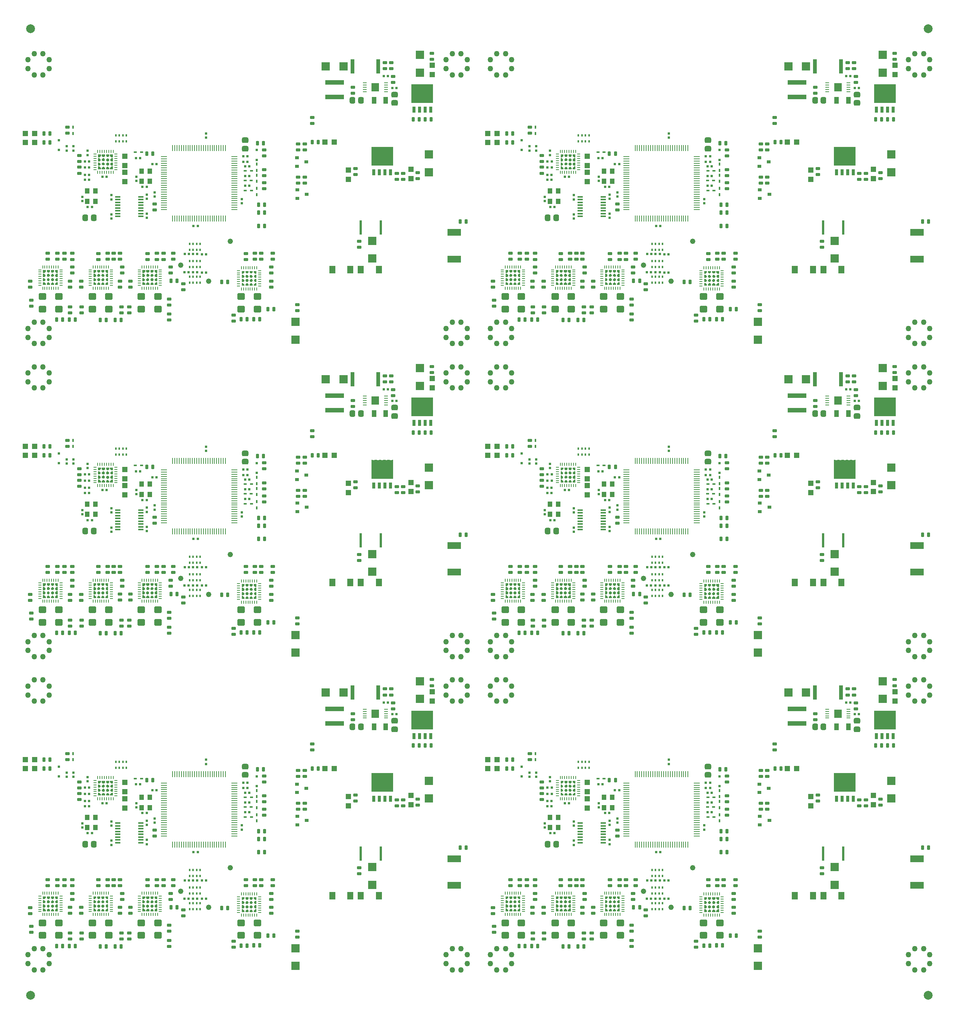
<source format=gtp>
%FSLAX24Y24*%
%MOIN*%
G70*
G01*
G75*
G04 Layer_Color=8421504*
%ADD10C,0.0070*%
G04:AMPARAMS|DCode=11|XSize=78.7mil|YSize=78.7mil|CornerRadius=39.4mil|HoleSize=0mil|Usage=FLASHONLY|Rotation=90.000|XOffset=0mil|YOffset=0mil|HoleType=Round|Shape=RoundedRectangle|*
%AMROUNDEDRECTD11*
21,1,0.0787,0.0000,0,0,90.0*
21,1,0.0000,0.0787,0,0,90.0*
1,1,0.0787,0.0000,0.0000*
1,1,0.0787,0.0000,0.0000*
1,1,0.0787,0.0000,0.0000*
1,1,0.0787,0.0000,0.0000*
%
%ADD11ROUNDEDRECTD11*%
%ADD12C,0.0100*%
%ADD13C,0.0650*%
%ADD14R,0.0600X0.0120*%
%ADD15R,0.0120X0.0600*%
G04:AMPARAMS|DCode=16|XSize=11mil|YSize=31.5mil|CornerRadius=4.4mil|HoleSize=0mil|Usage=FLASHONLY|Rotation=180.000|XOffset=0mil|YOffset=0mil|HoleType=Round|Shape=RoundedRectangle|*
%AMROUNDEDRECTD16*
21,1,0.0110,0.0227,0,0,180.0*
21,1,0.0022,0.0315,0,0,180.0*
1,1,0.0088,-0.0011,0.0113*
1,1,0.0088,0.0011,0.0113*
1,1,0.0088,0.0011,-0.0113*
1,1,0.0088,-0.0011,-0.0113*
%
%ADD16ROUNDEDRECTD16*%
G04:AMPARAMS|DCode=17|XSize=11mil|YSize=31.5mil|CornerRadius=4.4mil|HoleSize=0mil|Usage=FLASHONLY|Rotation=270.000|XOffset=0mil|YOffset=0mil|HoleType=Round|Shape=RoundedRectangle|*
%AMROUNDEDRECTD17*
21,1,0.0110,0.0227,0,0,270.0*
21,1,0.0022,0.0315,0,0,270.0*
1,1,0.0088,-0.0113,-0.0011*
1,1,0.0088,-0.0113,0.0011*
1,1,0.0088,0.0113,0.0011*
1,1,0.0088,0.0113,-0.0011*
%
%ADD17ROUNDEDRECTD17*%
%ADD18R,0.1370X0.1370*%
%ADD19R,0.1370X0.1370*%
%ADD20R,0.0236X0.1319*%
G04:AMPARAMS|DCode=21|XSize=40mil|YSize=40mil|CornerRadius=20mil|HoleSize=0mil|Usage=FLASHONLY|Rotation=0.000|XOffset=0mil|YOffset=0mil|HoleType=Round|Shape=RoundedRectangle|*
%AMROUNDEDRECTD21*
21,1,0.0400,0.0000,0,0,0.0*
21,1,0.0000,0.0400,0,0,0.0*
1,1,0.0400,0.0000,0.0000*
1,1,0.0400,0.0000,0.0000*
1,1,0.0400,0.0000,0.0000*
1,1,0.0400,0.0000,0.0000*
%
%ADD21ROUNDEDRECTD21*%
%ADD22R,0.0480X0.0480*%
%ADD23R,0.0480X0.0480*%
%ADD24R,0.0420X0.0520*%
%ADD25R,0.0354X0.1299*%
%ADD26R,0.0240X0.0240*%
%ADD27R,0.1260X0.0630*%
%ADD28R,0.0402X0.0118*%
%ADD29R,0.0681X0.0748*%
%ADD30R,0.0360X0.0320*%
%ADD31R,0.1970X0.1700*%
%ADD32R,0.0280X0.0560*%
%ADD33R,0.0280X0.0200*%
%ADD34R,0.0200X0.0280*%
%ADD35R,0.0790X0.0790*%
%ADD36R,0.0790X0.0790*%
%ADD37R,0.0500X0.0150*%
G04:AMPARAMS|DCode=38|XSize=63mil|YSize=71mil|CornerRadius=15.8mil|HoleSize=0mil|Usage=FLASHONLY|Rotation=270.000|XOffset=0mil|YOffset=0mil|HoleType=Round|Shape=RoundedRectangle|*
%AMROUNDEDRECTD38*
21,1,0.0630,0.0395,0,0,270.0*
21,1,0.0315,0.0710,0,0,270.0*
1,1,0.0315,-0.0198,-0.0158*
1,1,0.0315,-0.0198,0.0158*
1,1,0.0315,0.0198,0.0158*
1,1,0.0315,0.0198,-0.0158*
%
%ADD38ROUNDEDRECTD38*%
G04:AMPARAMS|DCode=39|XSize=29.1mil|YSize=39.4mil|CornerRadius=5.8mil|HoleSize=0mil|Usage=FLASHONLY|Rotation=90.000|XOffset=0mil|YOffset=0mil|HoleType=Round|Shape=RoundedRectangle|*
%AMROUNDEDRECTD39*
21,1,0.0291,0.0277,0,0,90.0*
21,1,0.0175,0.0394,0,0,90.0*
1,1,0.0117,0.0139,0.0087*
1,1,0.0117,0.0139,-0.0087*
1,1,0.0117,-0.0139,-0.0087*
1,1,0.0117,-0.0139,0.0087*
%
%ADD39ROUNDEDRECTD39*%
G04:AMPARAMS|DCode=40|XSize=29.1mil|YSize=39.4mil|CornerRadius=5.8mil|HoleSize=0mil|Usage=FLASHONLY|Rotation=180.000|XOffset=0mil|YOffset=0mil|HoleType=Round|Shape=RoundedRectangle|*
%AMROUNDEDRECTD40*
21,1,0.0291,0.0277,0,0,180.0*
21,1,0.0175,0.0394,0,0,180.0*
1,1,0.0117,-0.0087,0.0139*
1,1,0.0117,0.0087,0.0139*
1,1,0.0117,0.0087,-0.0139*
1,1,0.0117,-0.0087,-0.0139*
%
%ADD40ROUNDEDRECTD40*%
G04:AMPARAMS|DCode=41|XSize=22mil|YSize=24mil|CornerRadius=4.4mil|HoleSize=0mil|Usage=FLASHONLY|Rotation=0.000|XOffset=0mil|YOffset=0mil|HoleType=Round|Shape=RoundedRectangle|*
%AMROUNDEDRECTD41*
21,1,0.0220,0.0152,0,0,0.0*
21,1,0.0132,0.0240,0,0,0.0*
1,1,0.0088,0.0066,-0.0076*
1,1,0.0088,-0.0066,-0.0076*
1,1,0.0088,-0.0066,0.0076*
1,1,0.0088,0.0066,0.0076*
%
%ADD41ROUNDEDRECTD41*%
G04:AMPARAMS|DCode=42|XSize=22mil|YSize=24mil|CornerRadius=4.4mil|HoleSize=0mil|Usage=FLASHONLY|Rotation=270.000|XOffset=0mil|YOffset=0mil|HoleType=Round|Shape=RoundedRectangle|*
%AMROUNDEDRECTD42*
21,1,0.0220,0.0152,0,0,270.0*
21,1,0.0132,0.0240,0,0,270.0*
1,1,0.0088,-0.0076,-0.0066*
1,1,0.0088,-0.0076,0.0066*
1,1,0.0088,0.0076,0.0066*
1,1,0.0088,0.0076,-0.0066*
%
%ADD42ROUNDEDRECTD42*%
%ADD43R,0.0543X0.0709*%
%ADD44R,0.0200X0.0260*%
%ADD45R,0.0433X0.0669*%
G04:AMPARAMS|DCode=46|XSize=52mil|YSize=60mil|CornerRadius=13mil|HoleSize=0mil|Usage=FLASHONLY|Rotation=180.000|XOffset=0mil|YOffset=0mil|HoleType=Round|Shape=RoundedRectangle|*
%AMROUNDEDRECTD46*
21,1,0.0520,0.0340,0,0,180.0*
21,1,0.0260,0.0600,0,0,180.0*
1,1,0.0260,-0.0130,0.0170*
1,1,0.0260,0.0130,0.0170*
1,1,0.0260,0.0130,-0.0170*
1,1,0.0260,-0.0130,-0.0170*
%
%ADD46ROUNDEDRECTD46*%
G04:AMPARAMS|DCode=47|XSize=52mil|YSize=60mil|CornerRadius=13mil|HoleSize=0mil|Usage=FLASHONLY|Rotation=270.000|XOffset=0mil|YOffset=0mil|HoleType=Round|Shape=RoundedRectangle|*
%AMROUNDEDRECTD47*
21,1,0.0520,0.0340,0,0,270.0*
21,1,0.0260,0.0600,0,0,270.0*
1,1,0.0260,-0.0170,-0.0130*
1,1,0.0260,-0.0170,0.0130*
1,1,0.0260,0.0170,0.0130*
1,1,0.0260,0.0170,-0.0130*
%
%ADD47ROUNDEDRECTD47*%
%ADD48R,0.1673X0.0465*%
%ADD49C,0.0600*%
G04:AMPARAMS|DCode=50|XSize=50mil|YSize=50mil|CornerRadius=25mil|HoleSize=0mil|Usage=FLASHONLY|Rotation=90.000|XOffset=0mil|YOffset=0mil|HoleType=Round|Shape=RoundedRectangle|*
%AMROUNDEDRECTD50*
21,1,0.0500,0.0000,0,0,90.0*
21,1,0.0000,0.0500,0,0,90.0*
1,1,0.0500,0.0000,0.0000*
1,1,0.0500,0.0000,0.0000*
1,1,0.0500,0.0000,0.0000*
1,1,0.0500,0.0000,0.0000*
%
%ADD50ROUNDEDRECTD50*%
%ADD51C,0.0500*%
%ADD52C,0.0240*%
%ADD53C,0.0080*%
%ADD54C,0.0200*%
%ADD55C,0.0320*%
%ADD56C,0.0120*%
%ADD57C,0.0600*%
%ADD58C,0.0400*%
%ADD59C,0.0250*%
%ADD60C,0.0160*%
%ADD61R,0.1299X0.1063*%
%ADD62R,0.1575X0.0984*%
%ADD63R,0.1929X0.1457*%
%ADD64R,0.0551X0.0472*%
%ADD65O,0.0540X0.0360*%
%ADD66C,0.0360*%
%ADD67O,0.0600X0.1200*%
%ADD68P,0.0758X8X292.5*%
%ADD69C,0.1000*%
%ADD70O,0.1200X0.0600*%
%ADD71O,0.1024X0.0591*%
%ADD72C,0.0591*%
%ADD73R,0.0591X0.0591*%
%ADD74C,0.1305*%
%ADD75C,0.0540*%
%ADD76O,0.1650X0.0825*%
%ADD77O,0.0825X0.1650*%
%ADD78P,0.0909X8X112.5*%
%ADD79C,0.0840*%
%ADD80P,0.0909X8X22.5*%
G04:AMPARAMS|DCode=81|XSize=133.9mil|YSize=200mil|CornerRadius=0mil|HoleSize=0mil|Usage=FLASHONLY|Rotation=270.000|XOffset=0mil|YOffset=0mil|HoleType=Round|Shape=Octagon|*
%AMOCTAGOND81*
4,1,8,0.1000,0.0335,0.1000,-0.0335,0.0665,-0.0669,-0.0665,-0.0669,-0.1000,-0.0335,-0.1000,0.0335,-0.0665,0.0669,0.0665,0.0669,0.1000,0.0335,0.0*
%
%ADD81OCTAGOND81*%

G04:AMPARAMS|DCode=82|XSize=140mil|YSize=200mil|CornerRadius=0mil|HoleSize=0mil|Usage=FLASHONLY|Rotation=270.000|XOffset=0mil|YOffset=0mil|HoleType=Round|Shape=Octagon|*
%AMOCTAGOND82*
4,1,8,0.1000,0.0350,0.1000,-0.0350,0.0650,-0.0700,-0.0650,-0.0700,-0.1000,-0.0350,-0.1000,0.0350,-0.0650,0.0700,0.0650,0.0700,0.1000,0.0350,0.0*
%
%ADD82OCTAGOND82*%

%ADD83P,0.0671X8X22.5*%
%ADD84C,0.0800*%
%ADD85C,0.0300*%
%ADD86C,0.0500*%
%ADD87C,0.0400*%
%ADD88C,0.0320*%
%ADD89C,0.1581*%
%ADD90C,0.0460*%
G04:AMPARAMS|DCode=91|XSize=82mil|YSize=82mil|CornerRadius=0mil|HoleSize=0mil|Usage=FLASHONLY|Rotation=0.000|XOffset=0mil|YOffset=0mil|HoleType=Round|Shape=Relief|Width=10mil|Gap=10mil|Entries=4|*
%AMTHD91*
7,0,0,0.0820,0.0620,0.0100,45*
%
%ADD91THD91*%
%ADD92C,0.0640*%
G04:AMPARAMS|DCode=93|XSize=100mil|YSize=100mil|CornerRadius=0mil|HoleSize=0mil|Usage=FLASHONLY|Rotation=0.000|XOffset=0mil|YOffset=0mil|HoleType=Round|Shape=Relief|Width=10mil|Gap=10mil|Entries=4|*
%AMTHD93*
7,0,0,0.1000,0.0800,0.0100,45*
%
%ADD93THD93*%
%ADD94C,0.0830*%
%ADD95C,0.0594*%
G04:AMPARAMS|DCode=96|XSize=95.433mil|YSize=95.433mil|CornerRadius=0mil|HoleSize=0mil|Usage=FLASHONLY|Rotation=0.000|XOffset=0mil|YOffset=0mil|HoleType=Round|Shape=Relief|Width=10mil|Gap=10mil|Entries=4|*
%AMTHD96*
7,0,0,0.0954,0.0754,0.0100,45*
%
%ADD96THD96*%
%ADD97C,0.1110*%
G04:AMPARAMS|DCode=98|XSize=98mil|YSize=98mil|CornerRadius=0mil|HoleSize=0mil|Usage=FLASHONLY|Rotation=0.000|XOffset=0mil|YOffset=0mil|HoleType=Round|Shape=Relief|Width=10mil|Gap=10mil|Entries=4|*
%AMTHD98*
7,0,0,0.0980,0.0780,0.0100,45*
%
%ADD98THD98*%
%ADD99C,0.0620*%
%ADD100C,0.0790*%
G04:AMPARAMS|DCode=101|XSize=115mil|YSize=115mil|CornerRadius=0mil|HoleSize=0mil|Usage=FLASHONLY|Rotation=0.000|XOffset=0mil|YOffset=0mil|HoleType=Round|Shape=Relief|Width=10mil|Gap=10mil|Entries=4|*
%AMTHD101*
7,0,0,0.1150,0.0950,0.0100,45*
%
%ADD101THD101*%
%ADD102C,0.1240*%
%ADD103C,0.0390*%
%ADD104C,0.1421*%
%ADD105C,0.0520*%
%ADD106C,0.1400*%
%ADD107C,0.0800*%
%ADD108C,0.1040*%
%ADD109C,0.1300*%
%ADD110R,0.4094X0.4331*%
%ADD111R,0.3425X0.4284*%
%ADD112R,0.3583X0.4284*%
%ADD113R,0.3622X0.4331*%
G04:AMPARAMS|DCode=114|XSize=46mil|YSize=63mil|CornerRadius=11.5mil|HoleSize=0mil|Usage=FLASHONLY|Rotation=270.000|XOffset=0mil|YOffset=0mil|HoleType=Round|Shape=RoundedRectangle|*
%AMROUNDEDRECTD114*
21,1,0.0460,0.0400,0,0,270.0*
21,1,0.0230,0.0630,0,0,270.0*
1,1,0.0230,-0.0200,-0.0115*
1,1,0.0230,-0.0200,0.0115*
1,1,0.0230,0.0200,0.0115*
1,1,0.0230,0.0200,-0.0115*
%
%ADD114ROUNDEDRECTD114*%
G04:AMPARAMS|DCode=115|XSize=50mil|YSize=50mil|CornerRadius=25mil|HoleSize=0mil|Usage=FLASHONLY|Rotation=0.000|XOffset=0mil|YOffset=0mil|HoleType=Round|Shape=RoundedRectangle|*
%AMROUNDEDRECTD115*
21,1,0.0500,0.0000,0,0,0.0*
21,1,0.0000,0.0500,0,0,0.0*
1,1,0.0500,0.0000,0.0000*
1,1,0.0500,0.0000,0.0000*
1,1,0.0500,0.0000,0.0000*
1,1,0.0500,0.0000,0.0000*
%
%ADD115ROUNDEDRECTD115*%
%ADD116C,0.0098*%
%ADD117C,0.0050*%
%ADD118C,0.0000*%
%ADD119C,0.0060*%
%ADD120C,0.0079*%
%ADD121C,0.0040*%
%ADD122R,0.0120X0.0059*%
%ADD123R,0.0120X0.0060*%
%ADD124R,0.0120X0.0119*%
%ADD125R,0.0059X0.0120*%
%ADD126R,0.0060X0.0120*%
%ADD127R,0.0119X0.0120*%
%ADD128R,0.2450X0.0492*%
%ADD129R,0.0879X0.0295*%
%ADD130R,0.0295X0.0879*%
%ADD131R,0.0580X0.0100*%
%ADD132R,0.0100X0.0580*%
G04:AMPARAMS|DCode=133|XSize=9mil|YSize=29.5mil|CornerRadius=3.4mil|HoleSize=0mil|Usage=FLASHONLY|Rotation=180.000|XOffset=0mil|YOffset=0mil|HoleType=Round|Shape=RoundedRectangle|*
%AMROUNDEDRECTD133*
21,1,0.0090,0.0227,0,0,180.0*
21,1,0.0022,0.0295,0,0,180.0*
1,1,0.0068,-0.0011,0.0113*
1,1,0.0068,0.0011,0.0113*
1,1,0.0068,0.0011,-0.0113*
1,1,0.0068,-0.0011,-0.0113*
%
%ADD133ROUNDEDRECTD133*%
G04:AMPARAMS|DCode=134|XSize=9mil|YSize=29.5mil|CornerRadius=3.4mil|HoleSize=0mil|Usage=FLASHONLY|Rotation=270.000|XOffset=0mil|YOffset=0mil|HoleType=Round|Shape=RoundedRectangle|*
%AMROUNDEDRECTD134*
21,1,0.0090,0.0227,0,0,270.0*
21,1,0.0022,0.0295,0,0,270.0*
1,1,0.0068,-0.0113,-0.0011*
1,1,0.0068,-0.0113,0.0011*
1,1,0.0068,0.0113,0.0011*
1,1,0.0068,0.0113,-0.0011*
%
%ADD134ROUNDEDRECTD134*%
%ADD135R,0.0216X0.1299*%
%ADD136R,0.0460X0.0460*%
%ADD137R,0.0460X0.0460*%
%ADD138R,0.0400X0.0500*%
%ADD139R,0.0334X0.1279*%
%ADD140R,0.0220X0.0220*%
%ADD141R,0.1240X0.0610*%
%ADD142R,0.0382X0.0098*%
%ADD143R,0.0661X0.0728*%
%ADD144R,0.0340X0.0300*%
%ADD145R,0.1950X0.1680*%
%ADD146R,0.0260X0.0540*%
%ADD147R,0.0260X0.0180*%
%ADD148R,0.0180X0.0260*%
%ADD149R,0.0770X0.0770*%
%ADD150R,0.0770X0.0770*%
%ADD151R,0.0480X0.0130*%
G04:AMPARAMS|DCode=152|XSize=61mil|YSize=69mil|CornerRadius=14.8mil|HoleSize=0mil|Usage=FLASHONLY|Rotation=270.000|XOffset=0mil|YOffset=0mil|HoleType=Round|Shape=RoundedRectangle|*
%AMROUNDEDRECTD152*
21,1,0.0610,0.0395,0,0,270.0*
21,1,0.0315,0.0690,0,0,270.0*
1,1,0.0295,-0.0198,-0.0158*
1,1,0.0295,-0.0198,0.0158*
1,1,0.0295,0.0198,0.0158*
1,1,0.0295,0.0198,-0.0158*
%
%ADD152ROUNDEDRECTD152*%
G04:AMPARAMS|DCode=153|XSize=27.1mil|YSize=37.4mil|CornerRadius=4.8mil|HoleSize=0mil|Usage=FLASHONLY|Rotation=90.000|XOffset=0mil|YOffset=0mil|HoleType=Round|Shape=RoundedRectangle|*
%AMROUNDEDRECTD153*
21,1,0.0271,0.0277,0,0,90.0*
21,1,0.0175,0.0374,0,0,90.0*
1,1,0.0097,0.0139,0.0087*
1,1,0.0097,0.0139,-0.0087*
1,1,0.0097,-0.0139,-0.0087*
1,1,0.0097,-0.0139,0.0087*
%
%ADD153ROUNDEDRECTD153*%
G04:AMPARAMS|DCode=154|XSize=27.1mil|YSize=37.4mil|CornerRadius=4.8mil|HoleSize=0mil|Usage=FLASHONLY|Rotation=180.000|XOffset=0mil|YOffset=0mil|HoleType=Round|Shape=RoundedRectangle|*
%AMROUNDEDRECTD154*
21,1,0.0271,0.0277,0,0,180.0*
21,1,0.0175,0.0374,0,0,180.0*
1,1,0.0097,-0.0087,0.0139*
1,1,0.0097,0.0087,0.0139*
1,1,0.0097,0.0087,-0.0139*
1,1,0.0097,-0.0087,-0.0139*
%
%ADD154ROUNDEDRECTD154*%
G04:AMPARAMS|DCode=155|XSize=20mil|YSize=22mil|CornerRadius=3.4mil|HoleSize=0mil|Usage=FLASHONLY|Rotation=0.000|XOffset=0mil|YOffset=0mil|HoleType=Round|Shape=RoundedRectangle|*
%AMROUNDEDRECTD155*
21,1,0.0200,0.0152,0,0,0.0*
21,1,0.0132,0.0220,0,0,0.0*
1,1,0.0068,0.0066,-0.0076*
1,1,0.0068,-0.0066,-0.0076*
1,1,0.0068,-0.0066,0.0076*
1,1,0.0068,0.0066,0.0076*
%
%ADD155ROUNDEDRECTD155*%
G04:AMPARAMS|DCode=156|XSize=20mil|YSize=22mil|CornerRadius=3.4mil|HoleSize=0mil|Usage=FLASHONLY|Rotation=270.000|XOffset=0mil|YOffset=0mil|HoleType=Round|Shape=RoundedRectangle|*
%AMROUNDEDRECTD156*
21,1,0.0200,0.0152,0,0,270.0*
21,1,0.0132,0.0220,0,0,270.0*
1,1,0.0068,-0.0076,-0.0066*
1,1,0.0068,-0.0076,0.0066*
1,1,0.0068,0.0076,0.0066*
1,1,0.0068,0.0076,-0.0066*
%
%ADD156ROUNDEDRECTD156*%
%ADD157R,0.0523X0.0689*%
%ADD158R,0.0180X0.0240*%
%ADD159R,0.0413X0.0649*%
G04:AMPARAMS|DCode=160|XSize=50mil|YSize=58mil|CornerRadius=12mil|HoleSize=0mil|Usage=FLASHONLY|Rotation=180.000|XOffset=0mil|YOffset=0mil|HoleType=Round|Shape=RoundedRectangle|*
%AMROUNDEDRECTD160*
21,1,0.0500,0.0340,0,0,180.0*
21,1,0.0260,0.0580,0,0,180.0*
1,1,0.0240,-0.0130,0.0170*
1,1,0.0240,0.0130,0.0170*
1,1,0.0240,0.0130,-0.0170*
1,1,0.0240,-0.0130,-0.0170*
%
%ADD160ROUNDEDRECTD160*%
G04:AMPARAMS|DCode=161|XSize=50mil|YSize=58mil|CornerRadius=12mil|HoleSize=0mil|Usage=FLASHONLY|Rotation=270.000|XOffset=0mil|YOffset=0mil|HoleType=Round|Shape=RoundedRectangle|*
%AMROUNDEDRECTD161*
21,1,0.0500,0.0340,0,0,270.0*
21,1,0.0260,0.0580,0,0,270.0*
1,1,0.0240,-0.0170,-0.0130*
1,1,0.0240,-0.0170,0.0130*
1,1,0.0240,0.0170,0.0130*
1,1,0.0240,0.0170,-0.0130*
%
%ADD161ROUNDEDRECTD161*%
%ADD162R,0.1653X0.0445*%
G04:AMPARAMS|DCode=163|XSize=48mil|YSize=48mil|CornerRadius=24mil|HoleSize=0mil|Usage=FLASHONLY|Rotation=90.000|XOffset=0mil|YOffset=0mil|HoleType=Round|Shape=RoundedRectangle|*
%AMROUNDEDRECTD163*
21,1,0.0480,0.0000,0,0,90.0*
21,1,0.0000,0.0480,0,0,90.0*
1,1,0.0480,0.0000,0.0000*
1,1,0.0480,0.0000,0.0000*
1,1,0.0480,0.0000,0.0000*
1,1,0.0480,0.0000,0.0000*
%
%ADD163ROUNDEDRECTD163*%
G36*
X33278Y18709D02*
X33149D01*
X33051Y18808D01*
Y18890D01*
X33144Y18984D01*
X33278D01*
Y18709D01*
D02*
G37*
G36*
X32185Y18885D02*
Y18804D01*
X32092Y18709D01*
X31959D01*
Y18984D01*
X32088D01*
X32185Y18885D01*
D02*
G37*
G36*
X24397Y18404D02*
X24268D01*
X24171Y18503D01*
Y18585D01*
X24264Y18679D01*
X24397D01*
Y18404D01*
D02*
G37*
G36*
X14409Y18954D02*
Y18873D01*
X14316Y18778D01*
X14183D01*
Y19053D01*
X14312D01*
X14409Y18954D01*
D02*
G37*
G36*
X32943Y18886D02*
Y18807D01*
X32854Y18719D01*
X32756D01*
X32677Y18797D01*
Y18896D01*
X32766Y18984D01*
X32844D01*
X32943Y18886D01*
D02*
G37*
G36*
X32569D02*
Y18807D01*
X32480Y18719D01*
X32382D01*
X32303Y18797D01*
Y18896D01*
X32392Y18984D01*
X32470D01*
X32569Y18886D01*
D02*
G37*
G36*
X20011Y18404D02*
X19882D01*
X19785Y18503D01*
Y18585D01*
X19878Y18679D01*
X20011D01*
Y18404D01*
D02*
G37*
G36*
X19667Y18591D02*
Y18492D01*
X19578Y18404D01*
X19499D01*
X19401Y18502D01*
Y18581D01*
X19489Y18670D01*
X19588D01*
X19667Y18591D01*
D02*
G37*
G36*
X19293D02*
Y18492D01*
X19204Y18404D01*
X19125D01*
X19027Y18502D01*
Y18581D01*
X19115Y18670D01*
X19214D01*
X19293Y18591D01*
D02*
G37*
G36*
X24053D02*
Y18492D01*
X23964Y18404D01*
X23885D01*
X23787Y18502D01*
Y18581D01*
X23876Y18670D01*
X23974D01*
X24053Y18591D01*
D02*
G37*
G36*
X23679D02*
Y18492D01*
X23590Y18404D01*
X23511D01*
X23413Y18502D01*
Y18581D01*
X23502Y18670D01*
X23600D01*
X23679Y18591D01*
D02*
G37*
G36*
X23305Y18580D02*
Y18499D01*
X23211Y18404D01*
X23078D01*
Y18679D01*
X23207D01*
X23305Y18580D01*
D02*
G37*
G36*
X15502Y18778D02*
X15373D01*
X15276Y18877D01*
Y18959D01*
X15369Y19053D01*
X15502D01*
Y18778D01*
D02*
G37*
G36*
X23689Y18955D02*
Y18876D01*
X23600Y18788D01*
X23502D01*
X23423Y18866D01*
Y18965D01*
X23511Y19053D01*
X23590D01*
X23689Y18955D01*
D02*
G37*
G36*
X19676D02*
Y18876D01*
X19588Y18788D01*
X19489D01*
X19411Y18866D01*
Y18965D01*
X19499Y19053D01*
X19578D01*
X19676Y18955D01*
D02*
G37*
G36*
X19302D02*
Y18876D01*
X19214Y18788D01*
X19115D01*
X19037Y18866D01*
Y18965D01*
X19125Y19053D01*
X19204D01*
X19302Y18955D01*
D02*
G37*
G36*
X33278Y19073D02*
X33159D01*
X33031Y19201D01*
Y19319D01*
X33278D01*
Y19073D01*
D02*
G37*
G36*
X32205Y19201D02*
X32077Y19073D01*
X31959D01*
Y19319D01*
X32205D01*
Y19201D01*
D02*
G37*
G36*
X24063Y18955D02*
Y18876D01*
X23974Y18788D01*
X23876D01*
X23797Y18866D01*
Y18965D01*
X23885Y19053D01*
X23964D01*
X24063Y18955D01*
D02*
G37*
G36*
X23305Y18954D02*
Y18873D01*
X23211Y18778D01*
X23078D01*
Y19053D01*
X23207D01*
X23305Y18954D01*
D02*
G37*
G36*
X20011Y18778D02*
X19882D01*
X19785Y18877D01*
Y18959D01*
X19878Y19053D01*
X20011D01*
Y18778D01*
D02*
G37*
G36*
X18918Y18954D02*
Y18873D01*
X18825Y18778D01*
X18692D01*
Y19053D01*
X18821D01*
X18918Y18954D01*
D02*
G37*
G36*
X15167Y18955D02*
Y18876D01*
X15079Y18788D01*
X14980D01*
X14902Y18866D01*
Y18965D01*
X14990Y19053D01*
X15069D01*
X15167Y18955D01*
D02*
G37*
G36*
X14793D02*
Y18876D01*
X14705Y18788D01*
X14606D01*
X14528Y18866D01*
Y18965D01*
X14616Y19053D01*
X14695D01*
X14793Y18955D01*
D02*
G37*
G36*
X24397Y18778D02*
X24268D01*
X24171Y18877D01*
Y18959D01*
X24264Y19053D01*
X24397D01*
Y18778D01*
D02*
G37*
G36*
X18938Y18187D02*
Y18069D01*
X18692D01*
Y18315D01*
X18810D01*
X18938Y18187D01*
D02*
G37*
G36*
X15502Y18069D02*
X15256D01*
Y18187D01*
X15384Y18315D01*
X15502D01*
Y18069D01*
D02*
G37*
G36*
X15167Y18202D02*
Y18069D01*
X14892D01*
Y18198D01*
X14991Y18296D01*
X15073D01*
X15167Y18202D01*
D02*
G37*
G36*
X20011Y18069D02*
X19765D01*
Y18187D01*
X19893Y18315D01*
X20011D01*
Y18069D01*
D02*
G37*
G36*
X19676Y18202D02*
Y18069D01*
X19401D01*
Y18198D01*
X19500Y18296D01*
X19582D01*
X19676Y18202D01*
D02*
G37*
G36*
X19302Y18207D02*
Y18069D01*
X19027D01*
Y18197D01*
X19125Y18296D01*
X19214D01*
X19302Y18207D01*
D02*
G37*
G36*
X32943Y18133D02*
Y18000D01*
X32667D01*
Y18129D01*
X32766Y18227D01*
X32848D01*
X32943Y18133D01*
D02*
G37*
G36*
X32569Y18138D02*
Y18000D01*
X32293D01*
Y18128D01*
X32392Y18227D01*
X32480D01*
X32569Y18138D01*
D02*
G37*
G36*
X32205Y18118D02*
Y18000D01*
X31959D01*
Y18246D01*
X32077D01*
X32205Y18118D01*
D02*
G37*
G36*
X14793Y18207D02*
Y18069D01*
X14518D01*
Y18197D01*
X14616Y18296D01*
X14705D01*
X14793Y18207D01*
D02*
G37*
G36*
X14429Y18187D02*
Y18069D01*
X14183D01*
Y18315D01*
X14301D01*
X14429Y18187D01*
D02*
G37*
G36*
X33278Y18000D02*
X33031D01*
Y18118D01*
X33159Y18246D01*
X33278D01*
Y18000D01*
D02*
G37*
G36*
X23324Y18187D02*
Y18069D01*
X23078D01*
Y18315D01*
X23196D01*
X23324Y18187D01*
D02*
G37*
G36*
X14783Y18591D02*
Y18492D01*
X14695Y18404D01*
X14616D01*
X14518Y18502D01*
Y18581D01*
X14606Y18670D01*
X14705D01*
X14783Y18591D01*
D02*
G37*
G36*
X14409Y18580D02*
Y18499D01*
X14316Y18404D01*
X14183D01*
Y18679D01*
X14312D01*
X14409Y18580D01*
D02*
G37*
G36*
X33278Y18335D02*
X33149D01*
X33051Y18434D01*
Y18516D01*
X33144Y18610D01*
X33278D01*
Y18335D01*
D02*
G37*
G36*
X18918Y18580D02*
Y18499D01*
X18825Y18404D01*
X18692D01*
Y18679D01*
X18821D01*
X18918Y18580D01*
D02*
G37*
G36*
X15502Y18404D02*
X15373D01*
X15276Y18503D01*
Y18585D01*
X15369Y18679D01*
X15502D01*
Y18404D01*
D02*
G37*
G36*
X15157Y18591D02*
Y18492D01*
X15069Y18404D01*
X14990D01*
X14892Y18502D01*
Y18581D01*
X14980Y18670D01*
X15079D01*
X15157Y18591D01*
D02*
G37*
G36*
X24397Y18069D02*
X24151D01*
Y18187D01*
X24279Y18315D01*
X24397D01*
Y18069D01*
D02*
G37*
G36*
X24063Y18202D02*
Y18069D01*
X23787D01*
Y18198D01*
X23886Y18296D01*
X23968D01*
X24063Y18202D01*
D02*
G37*
G36*
X23689Y18207D02*
Y18069D01*
X23413D01*
Y18197D01*
X23511Y18296D01*
X23600D01*
X23689Y18207D01*
D02*
G37*
G36*
X32933Y18522D02*
Y18423D01*
X32844Y18335D01*
X32766D01*
X32667Y18433D01*
Y18512D01*
X32756Y18601D01*
X32854D01*
X32933Y18522D01*
D02*
G37*
G36*
X32559D02*
Y18423D01*
X32470Y18335D01*
X32392D01*
X32293Y18433D01*
Y18512D01*
X32382Y18601D01*
X32480D01*
X32559Y18522D01*
D02*
G37*
G36*
X32185Y18511D02*
Y18430D01*
X32092Y18335D01*
X31959D01*
Y18610D01*
X32088D01*
X32185Y18511D01*
D02*
G37*
G36*
X20093Y29599D02*
X19994Y29502D01*
X19913D01*
X19818Y29595D01*
Y29728D01*
X20093D01*
Y29599D01*
D02*
G37*
G36*
X19719D02*
X19620Y29502D01*
X19539D01*
X19444Y29595D01*
Y29728D01*
X19719D01*
Y29599D01*
D02*
G37*
G36*
X20428Y29482D02*
X20310D01*
X20182Y29610D01*
Y29728D01*
X20428D01*
Y29482D01*
D02*
G37*
G36*
X44071Y30164D02*
X44035Y30134D01*
X43886D01*
X43846Y30174D01*
Y30414D01*
X44071D01*
Y30164D01*
D02*
G37*
G36*
X45498Y29894D02*
X45398D01*
Y30414D01*
X45498D01*
Y29894D01*
D02*
G37*
G36*
X43677D02*
X43567D01*
Y30414D01*
X43677D01*
Y29894D01*
D02*
G37*
G36*
X20093Y29295D02*
Y29216D01*
X19995Y29118D01*
X19916D01*
X19828Y29206D01*
Y29305D01*
X19906Y29383D01*
X20005D01*
X20093Y29295D01*
D02*
G37*
G36*
X19335Y29295D02*
Y29206D01*
X19247Y29118D01*
X19109D01*
Y29393D01*
X19237D01*
X19335Y29295D01*
D02*
G37*
G36*
X45128Y28756D02*
X44998D01*
Y28803D01*
X45038Y28846D01*
X45128D01*
Y28756D01*
D02*
G37*
G36*
X19355Y29610D02*
X19227Y29482D01*
X19109D01*
Y29728D01*
X19355D01*
Y29610D01*
D02*
G37*
G36*
X19709Y29305D02*
Y29206D01*
X19631Y29128D01*
X19532D01*
X19444Y29216D01*
Y29295D01*
X19542Y29393D01*
X19621D01*
X19709Y29305D01*
D02*
G37*
G36*
X20428Y29118D02*
X20299D01*
X20202Y29217D01*
Y29299D01*
X20295Y29393D01*
X20428D01*
Y29118D01*
D02*
G37*
G36*
X44449Y30164D02*
X44413Y30134D01*
X44264D01*
X44224Y30174D01*
Y30414D01*
X44449D01*
Y30164D01*
D02*
G37*
G36*
X47654Y35754D02*
X47618Y35724D01*
X47469D01*
X47429Y35764D01*
Y36004D01*
X47654D01*
Y35754D01*
D02*
G37*
G36*
X49080Y35484D02*
X48980D01*
Y36004D01*
X49080D01*
Y35484D01*
D02*
G37*
G36*
X47260D02*
X47150D01*
Y36004D01*
X47260D01*
Y35484D01*
D02*
G37*
G36*
X48780Y35764D02*
X48750Y35724D01*
X48600D01*
X48560Y35764D01*
Y36004D01*
X48780D01*
Y35764D01*
D02*
G37*
G36*
X48410D02*
X48370Y35724D01*
X48230D01*
X48190Y35764D01*
Y36004D01*
X48410D01*
Y35764D01*
D02*
G37*
G36*
X48032Y35754D02*
X47996Y35724D01*
X47846D01*
X47807Y35764D01*
Y36004D01*
X48032D01*
Y35754D01*
D02*
G37*
G36*
X47657Y34394D02*
Y34346D01*
X47516D01*
Y34437D01*
X47614D01*
X47657Y34394D01*
D02*
G37*
G36*
X45198Y30174D02*
X45168Y30134D01*
X45018D01*
X44978Y30174D01*
Y30414D01*
X45198D01*
Y30174D01*
D02*
G37*
G36*
X44828D02*
X44788Y30134D01*
X44648D01*
X44608Y30174D01*
Y30414D01*
X44828D01*
Y30174D01*
D02*
G37*
G36*
X48710Y34346D02*
X48580D01*
Y34394D01*
X48620Y34437D01*
X48710D01*
Y34346D01*
D02*
G37*
G36*
X48410Y34398D02*
Y34346D01*
X48200D01*
Y34398D01*
X48240Y34433D01*
X48380D01*
X48410Y34398D01*
D02*
G37*
G36*
X48032D02*
Y34346D01*
X47819D01*
Y34398D01*
X47854Y34433D01*
X47996D01*
X48032Y34398D01*
D02*
G37*
G36*
X14793Y19259D02*
X14694Y19162D01*
X14613D01*
X14518Y19255D01*
Y19388D01*
X14793D01*
Y19259D01*
D02*
G37*
G36*
X24397Y19142D02*
X24279D01*
X24151Y19270D01*
Y19388D01*
X24397D01*
Y19142D01*
D02*
G37*
G36*
X23324Y19270D02*
X23196Y19142D01*
X23078D01*
Y19388D01*
X23324D01*
Y19270D01*
D02*
G37*
G36*
X19676Y19260D02*
X19578Y19162D01*
X19489D01*
X19401Y19250D01*
Y19388D01*
X19676D01*
Y19260D01*
D02*
G37*
G36*
X19302Y19259D02*
X19203Y19162D01*
X19122D01*
X19027Y19255D01*
Y19388D01*
X19302D01*
Y19259D01*
D02*
G37*
G36*
X15167Y19260D02*
X15069Y19162D01*
X14980D01*
X14892Y19250D01*
Y19388D01*
X15167D01*
Y19260D01*
D02*
G37*
G36*
X14429Y19270D02*
X14301Y19142D01*
X14183D01*
Y19388D01*
X14429D01*
Y19270D01*
D02*
G37*
G36*
X32943Y19191D02*
X32844Y19093D01*
X32756D01*
X32667Y19181D01*
Y19319D01*
X32943D01*
Y19191D01*
D02*
G37*
G36*
X32569Y19190D02*
X32470Y19093D01*
X32388D01*
X32293Y19186D01*
Y19319D01*
X32569D01*
Y19190D01*
D02*
G37*
G36*
X20011Y19142D02*
X19893D01*
X19765Y19270D01*
Y19388D01*
X20011D01*
Y19142D01*
D02*
G37*
G36*
X18938Y19270D02*
X18810Y19142D01*
X18692D01*
Y19388D01*
X18938D01*
Y19270D01*
D02*
G37*
G36*
X15502Y19142D02*
X15384D01*
X15256Y19270D01*
Y19388D01*
X15502D01*
Y19142D01*
D02*
G37*
G36*
X23689Y19259D02*
X23590Y19162D01*
X23508D01*
X23413Y19255D01*
Y19388D01*
X23689D01*
Y19259D01*
D02*
G37*
G36*
X19709Y28931D02*
Y28832D01*
X19631Y28754D01*
X19532D01*
X19444Y28842D01*
Y28921D01*
X19542Y29019D01*
X19621D01*
X19709Y28931D01*
D02*
G37*
G36*
X20428Y28744D02*
X20300D01*
X20202Y28842D01*
Y28931D01*
X20290Y29019D01*
X20428D01*
Y28744D01*
D02*
G37*
G36*
X20093Y28921D02*
Y28842D01*
X19995Y28744D01*
X19916D01*
X19828Y28832D01*
Y28931D01*
X19906Y29009D01*
X20005D01*
X20093Y28921D01*
D02*
G37*
G36*
X44828Y28807D02*
Y28756D01*
X44618D01*
Y28807D01*
X44658Y28843D01*
X44798D01*
X44828Y28807D01*
D02*
G37*
G36*
X44449D02*
Y28756D01*
X44236D01*
Y28807D01*
X44272Y28843D01*
X44413D01*
X44449Y28807D01*
D02*
G37*
G36*
X44075Y28803D02*
Y28756D01*
X43933D01*
Y28846D01*
X44032D01*
X44075Y28803D01*
D02*
G37*
G36*
X19719Y28542D02*
Y28409D01*
X19444D01*
Y28538D01*
X19543Y28635D01*
X19624D01*
X19719Y28542D01*
D02*
G37*
G36*
X19355Y28527D02*
Y28409D01*
X19109D01*
Y28655D01*
X19227D01*
X19355Y28527D01*
D02*
G37*
G36*
X24063Y19260D02*
X23964Y19162D01*
X23876D01*
X23787Y19250D01*
Y19388D01*
X24063D01*
Y19260D01*
D02*
G37*
G36*
X19335Y28920D02*
Y28839D01*
X19242Y28744D01*
X19109D01*
Y29019D01*
X19238D01*
X19335Y28920D01*
D02*
G37*
G36*
X20428Y28409D02*
X20182D01*
Y28527D01*
X20310Y28655D01*
X20428D01*
Y28409D01*
D02*
G37*
G36*
X20093Y28542D02*
Y28409D01*
X19818D01*
Y28538D01*
X19917Y28635D01*
X19999D01*
X20093Y28542D01*
D02*
G37*
G36*
X74656Y18709D02*
X74527D01*
X74429Y18808D01*
Y18890D01*
X74522Y18984D01*
X74656D01*
Y18709D01*
D02*
G37*
G36*
X73563Y18885D02*
Y18804D01*
X73470Y18709D01*
X73337D01*
Y18984D01*
X73465D01*
X73563Y18885D01*
D02*
G37*
G36*
X65775Y18404D02*
X65646D01*
X65549Y18503D01*
Y18585D01*
X65642Y18679D01*
X65775D01*
Y18404D01*
D02*
G37*
G36*
X55787Y18954D02*
Y18873D01*
X55694Y18778D01*
X55561D01*
Y19053D01*
X55690D01*
X55787Y18954D01*
D02*
G37*
G36*
X74321Y18886D02*
Y18807D01*
X74232Y18719D01*
X74134D01*
X74055Y18797D01*
Y18896D01*
X74144Y18984D01*
X74222D01*
X74321Y18886D01*
D02*
G37*
G36*
X73947D02*
Y18807D01*
X73858Y18719D01*
X73760D01*
X73681Y18797D01*
Y18896D01*
X73770Y18984D01*
X73848D01*
X73947Y18886D01*
D02*
G37*
G36*
X61389Y18404D02*
X61260D01*
X61163Y18503D01*
Y18585D01*
X61256Y18679D01*
X61389D01*
Y18404D01*
D02*
G37*
G36*
X61044Y18591D02*
Y18492D01*
X60956Y18404D01*
X60877D01*
X60779Y18502D01*
Y18581D01*
X60867Y18670D01*
X60966D01*
X61044Y18591D01*
D02*
G37*
G36*
X60670D02*
Y18492D01*
X60582Y18404D01*
X60503D01*
X60405Y18502D01*
Y18581D01*
X60493Y18670D01*
X60592D01*
X60670Y18591D01*
D02*
G37*
G36*
X65431D02*
Y18492D01*
X65342Y18404D01*
X65263D01*
X65165Y18502D01*
Y18581D01*
X65254Y18670D01*
X65352D01*
X65431Y18591D01*
D02*
G37*
G36*
X65057D02*
Y18492D01*
X64968Y18404D01*
X64889D01*
X64791Y18502D01*
Y18581D01*
X64880Y18670D01*
X64978D01*
X65057Y18591D01*
D02*
G37*
G36*
X64683Y18580D02*
Y18499D01*
X64589Y18404D01*
X64456D01*
Y18679D01*
X64585D01*
X64683Y18580D01*
D02*
G37*
G36*
X56880Y18778D02*
X56751D01*
X56654Y18877D01*
Y18959D01*
X56747Y19053D01*
X56880D01*
Y18778D01*
D02*
G37*
G36*
X65067Y18955D02*
Y18876D01*
X64978Y18788D01*
X64880D01*
X64801Y18866D01*
Y18965D01*
X64889Y19053D01*
X64968D01*
X65067Y18955D01*
D02*
G37*
G36*
X61054D02*
Y18876D01*
X60966Y18788D01*
X60867D01*
X60789Y18866D01*
Y18965D01*
X60877Y19053D01*
X60956D01*
X61054Y18955D01*
D02*
G37*
G36*
X60680D02*
Y18876D01*
X60592Y18788D01*
X60493D01*
X60415Y18866D01*
Y18965D01*
X60503Y19053D01*
X60582D01*
X60680Y18955D01*
D02*
G37*
G36*
X74656Y19073D02*
X74537D01*
X74409Y19201D01*
Y19319D01*
X74656D01*
Y19073D01*
D02*
G37*
G36*
X73583Y19201D02*
X73455Y19073D01*
X73337D01*
Y19319D01*
X73583D01*
Y19201D01*
D02*
G37*
G36*
X65441Y18955D02*
Y18876D01*
X65352Y18788D01*
X65254D01*
X65175Y18866D01*
Y18965D01*
X65263Y19053D01*
X65342D01*
X65441Y18955D01*
D02*
G37*
G36*
X64683Y18954D02*
Y18873D01*
X64589Y18778D01*
X64456D01*
Y19053D01*
X64585D01*
X64683Y18954D01*
D02*
G37*
G36*
X61389Y18778D02*
X61260D01*
X61163Y18877D01*
Y18959D01*
X61256Y19053D01*
X61389D01*
Y18778D01*
D02*
G37*
G36*
X60296Y18954D02*
Y18873D01*
X60203Y18778D01*
X60070D01*
Y19053D01*
X60199D01*
X60296Y18954D01*
D02*
G37*
G36*
X56545Y18955D02*
Y18876D01*
X56457Y18788D01*
X56358D01*
X56280Y18866D01*
Y18965D01*
X56368Y19053D01*
X56447D01*
X56545Y18955D01*
D02*
G37*
G36*
X56171D02*
Y18876D01*
X56083Y18788D01*
X55984D01*
X55906Y18866D01*
Y18965D01*
X55994Y19053D01*
X56073D01*
X56171Y18955D01*
D02*
G37*
G36*
X65775Y18778D02*
X65646D01*
X65549Y18877D01*
Y18959D01*
X65642Y19053D01*
X65775D01*
Y18778D01*
D02*
G37*
G36*
X60316Y18187D02*
Y18069D01*
X60070D01*
Y18315D01*
X60188D01*
X60316Y18187D01*
D02*
G37*
G36*
X56880Y18069D02*
X56634D01*
Y18187D01*
X56762Y18315D01*
X56880D01*
Y18069D01*
D02*
G37*
G36*
X56545Y18202D02*
Y18069D01*
X56270D01*
Y18198D01*
X56369Y18296D01*
X56450D01*
X56545Y18202D01*
D02*
G37*
G36*
X61389Y18069D02*
X61143D01*
Y18187D01*
X61271Y18315D01*
X61389D01*
Y18069D01*
D02*
G37*
G36*
X61054Y18202D02*
Y18069D01*
X60779D01*
Y18198D01*
X60878Y18296D01*
X60960D01*
X61054Y18202D01*
D02*
G37*
G36*
X60680Y18207D02*
Y18069D01*
X60405D01*
Y18197D01*
X60503Y18296D01*
X60592D01*
X60680Y18207D01*
D02*
G37*
G36*
X74321Y18133D02*
Y18000D01*
X74045D01*
Y18129D01*
X74144Y18227D01*
X74226D01*
X74321Y18133D01*
D02*
G37*
G36*
X73947Y18138D02*
Y18000D01*
X73671D01*
Y18128D01*
X73770Y18227D01*
X73858D01*
X73947Y18138D01*
D02*
G37*
G36*
X73583Y18118D02*
Y18000D01*
X73337D01*
Y18246D01*
X73455D01*
X73583Y18118D01*
D02*
G37*
G36*
X56171Y18207D02*
Y18069D01*
X55896D01*
Y18197D01*
X55994Y18296D01*
X56083D01*
X56171Y18207D01*
D02*
G37*
G36*
X55807Y18187D02*
Y18069D01*
X55561D01*
Y18315D01*
X55679D01*
X55807Y18187D01*
D02*
G37*
G36*
X74656Y18000D02*
X74409D01*
Y18118D01*
X74537Y18246D01*
X74656D01*
Y18000D01*
D02*
G37*
G36*
X64702Y18187D02*
Y18069D01*
X64456D01*
Y18315D01*
X64574D01*
X64702Y18187D01*
D02*
G37*
G36*
X56161Y18591D02*
Y18492D01*
X56073Y18404D01*
X55994D01*
X55896Y18502D01*
Y18581D01*
X55984Y18670D01*
X56083D01*
X56161Y18591D01*
D02*
G37*
G36*
X55787Y18580D02*
Y18499D01*
X55694Y18404D01*
X55561D01*
Y18679D01*
X55690D01*
X55787Y18580D01*
D02*
G37*
G36*
X74656Y18335D02*
X74527D01*
X74429Y18434D01*
Y18516D01*
X74522Y18610D01*
X74656D01*
Y18335D01*
D02*
G37*
G36*
X60296Y18580D02*
Y18499D01*
X60203Y18404D01*
X60070D01*
Y18679D01*
X60199D01*
X60296Y18580D01*
D02*
G37*
G36*
X56880Y18404D02*
X56751D01*
X56654Y18503D01*
Y18585D01*
X56747Y18679D01*
X56880D01*
Y18404D01*
D02*
G37*
G36*
X56535Y18591D02*
Y18492D01*
X56447Y18404D01*
X56368D01*
X56270Y18502D01*
Y18581D01*
X56358Y18670D01*
X56457D01*
X56535Y18591D01*
D02*
G37*
G36*
X65775Y18069D02*
X65529D01*
Y18187D01*
X65657Y18315D01*
X65775D01*
Y18069D01*
D02*
G37*
G36*
X65441Y18202D02*
Y18069D01*
X65165D01*
Y18198D01*
X65264Y18296D01*
X65346D01*
X65441Y18202D01*
D02*
G37*
G36*
X65067Y18207D02*
Y18069D01*
X64791D01*
Y18197D01*
X64889Y18296D01*
X64978D01*
X65067Y18207D01*
D02*
G37*
G36*
X74311Y18522D02*
Y18423D01*
X74222Y18335D01*
X74144D01*
X74045Y18433D01*
Y18512D01*
X74134Y18601D01*
X74232D01*
X74311Y18522D01*
D02*
G37*
G36*
X73937D02*
Y18423D01*
X73848Y18335D01*
X73770D01*
X73671Y18433D01*
Y18512D01*
X73760Y18601D01*
X73858D01*
X73937Y18522D01*
D02*
G37*
G36*
X73563Y18511D02*
Y18430D01*
X73470Y18335D01*
X73337D01*
Y18610D01*
X73465D01*
X73563Y18511D01*
D02*
G37*
G36*
X61471Y29599D02*
X61372Y29502D01*
X61290D01*
X61196Y29595D01*
Y29728D01*
X61471D01*
Y29599D01*
D02*
G37*
G36*
X61097D02*
X60998Y29502D01*
X60916D01*
X60822Y29595D01*
Y29728D01*
X61097D01*
Y29599D01*
D02*
G37*
G36*
X61806Y29482D02*
X61688D01*
X61560Y29610D01*
Y29728D01*
X61806D01*
Y29482D01*
D02*
G37*
G36*
X85449Y30164D02*
X85413Y30134D01*
X85264D01*
X85224Y30174D01*
Y30414D01*
X85449D01*
Y30164D01*
D02*
G37*
G36*
X86876Y29894D02*
X86776D01*
Y30414D01*
X86876D01*
Y29894D01*
D02*
G37*
G36*
X85055D02*
X84945D01*
Y30414D01*
X85055D01*
Y29894D01*
D02*
G37*
G36*
X61471Y29295D02*
Y29216D01*
X61373Y29118D01*
X61294D01*
X61206Y29206D01*
Y29305D01*
X61284Y29383D01*
X61383D01*
X61471Y29295D01*
D02*
G37*
G36*
X60713Y29295D02*
Y29206D01*
X60625Y29118D01*
X60487D01*
Y29393D01*
X60615D01*
X60713Y29295D01*
D02*
G37*
G36*
X86506Y28756D02*
X86376D01*
Y28803D01*
X86416Y28846D01*
X86506D01*
Y28756D01*
D02*
G37*
G36*
X60733Y29610D02*
X60605Y29482D01*
X60487D01*
Y29728D01*
X60733D01*
Y29610D01*
D02*
G37*
G36*
X61087Y29305D02*
Y29206D01*
X61009Y29128D01*
X60910D01*
X60822Y29216D01*
Y29295D01*
X60920Y29393D01*
X60999D01*
X61087Y29305D01*
D02*
G37*
G36*
X61806Y29118D02*
X61677D01*
X61580Y29217D01*
Y29299D01*
X61673Y29393D01*
X61806D01*
Y29118D01*
D02*
G37*
G36*
X85827Y30164D02*
X85791Y30134D01*
X85642D01*
X85602Y30174D01*
Y30414D01*
X85827D01*
Y30164D01*
D02*
G37*
G36*
X89031Y35754D02*
X88996Y35724D01*
X88846D01*
X88807Y35764D01*
Y36004D01*
X89031D01*
Y35754D01*
D02*
G37*
G36*
X90458Y35484D02*
X90358D01*
Y36004D01*
X90458D01*
Y35484D01*
D02*
G37*
G36*
X88638D02*
X88528D01*
Y36004D01*
X88638D01*
Y35484D01*
D02*
G37*
G36*
X90158Y35764D02*
X90128Y35724D01*
X89978D01*
X89938Y35764D01*
Y36004D01*
X90158D01*
Y35764D01*
D02*
G37*
G36*
X89788D02*
X89748Y35724D01*
X89608D01*
X89568Y35764D01*
Y36004D01*
X89788D01*
Y35764D01*
D02*
G37*
G36*
X89409Y35754D02*
X89374Y35724D01*
X89224D01*
X89185Y35764D01*
Y36004D01*
X89409D01*
Y35754D01*
D02*
G37*
G36*
X89035Y34394D02*
Y34346D01*
X88894D01*
Y34437D01*
X88992D01*
X89035Y34394D01*
D02*
G37*
G36*
X86576Y30174D02*
X86546Y30134D01*
X86396D01*
X86356Y30174D01*
Y30414D01*
X86576D01*
Y30174D01*
D02*
G37*
G36*
X86206D02*
X86166Y30134D01*
X86026D01*
X85986Y30174D01*
Y30414D01*
X86206D01*
Y30174D01*
D02*
G37*
G36*
X90088Y34346D02*
X89958D01*
Y34394D01*
X89998Y34437D01*
X90088D01*
Y34346D01*
D02*
G37*
G36*
X89788Y34398D02*
Y34346D01*
X89578D01*
Y34398D01*
X89618Y34433D01*
X89758D01*
X89788Y34398D01*
D02*
G37*
G36*
X89409D02*
Y34346D01*
X89197D01*
Y34398D01*
X89232Y34433D01*
X89374D01*
X89409Y34398D01*
D02*
G37*
G36*
X56171Y19259D02*
X56072Y19162D01*
X55990D01*
X55896Y19255D01*
Y19388D01*
X56171D01*
Y19259D01*
D02*
G37*
G36*
X65775Y19142D02*
X65657D01*
X65529Y19270D01*
Y19388D01*
X65775D01*
Y19142D01*
D02*
G37*
G36*
X64702Y19270D02*
X64574Y19142D01*
X64456D01*
Y19388D01*
X64702D01*
Y19270D01*
D02*
G37*
G36*
X61054Y19260D02*
X60956Y19162D01*
X60867D01*
X60779Y19250D01*
Y19388D01*
X61054D01*
Y19260D01*
D02*
G37*
G36*
X60680Y19259D02*
X60581Y19162D01*
X60500D01*
X60405Y19255D01*
Y19388D01*
X60680D01*
Y19259D01*
D02*
G37*
G36*
X56545Y19260D02*
X56447Y19162D01*
X56358D01*
X56270Y19250D01*
Y19388D01*
X56545D01*
Y19260D01*
D02*
G37*
G36*
X55807Y19270D02*
X55679Y19142D01*
X55561D01*
Y19388D01*
X55807D01*
Y19270D01*
D02*
G37*
G36*
X74321Y19191D02*
X74222Y19093D01*
X74134D01*
X74045Y19181D01*
Y19319D01*
X74321D01*
Y19191D01*
D02*
G37*
G36*
X73947Y19190D02*
X73848Y19093D01*
X73766D01*
X73671Y19186D01*
Y19319D01*
X73947D01*
Y19190D01*
D02*
G37*
G36*
X61389Y19142D02*
X61271D01*
X61143Y19270D01*
Y19388D01*
X61389D01*
Y19142D01*
D02*
G37*
G36*
X60316Y19270D02*
X60188Y19142D01*
X60070D01*
Y19388D01*
X60316D01*
Y19270D01*
D02*
G37*
G36*
X56880Y19142D02*
X56762D01*
X56634Y19270D01*
Y19388D01*
X56880D01*
Y19142D01*
D02*
G37*
G36*
X65067Y19259D02*
X64967Y19162D01*
X64886D01*
X64791Y19255D01*
Y19388D01*
X65067D01*
Y19259D01*
D02*
G37*
G36*
X61087Y28931D02*
Y28832D01*
X61009Y28754D01*
X60910D01*
X60822Y28842D01*
Y28921D01*
X60920Y29019D01*
X60999D01*
X61087Y28931D01*
D02*
G37*
G36*
X61806Y28744D02*
X61678D01*
X61580Y28842D01*
Y28931D01*
X61668Y29019D01*
X61806D01*
Y28744D01*
D02*
G37*
G36*
X61471Y28921D02*
Y28842D01*
X61373Y28744D01*
X61294D01*
X61206Y28832D01*
Y28931D01*
X61284Y29009D01*
X61383D01*
X61471Y28921D01*
D02*
G37*
G36*
X86206Y28807D02*
Y28756D01*
X85996D01*
Y28807D01*
X86036Y28843D01*
X86176D01*
X86206Y28807D01*
D02*
G37*
G36*
X85827D02*
Y28756D01*
X85614D01*
Y28807D01*
X85650Y28843D01*
X85791D01*
X85827Y28807D01*
D02*
G37*
G36*
X85453Y28803D02*
Y28756D01*
X85311D01*
Y28846D01*
X85409D01*
X85453Y28803D01*
D02*
G37*
G36*
X61097Y28542D02*
Y28409D01*
X60822D01*
Y28538D01*
X60921Y28635D01*
X61002D01*
X61097Y28542D01*
D02*
G37*
G36*
X60733Y28527D02*
Y28409D01*
X60487D01*
Y28655D01*
X60605D01*
X60733Y28527D01*
D02*
G37*
G36*
X65441Y19260D02*
X65342Y19162D01*
X65254D01*
X65165Y19250D01*
Y19388D01*
X65441D01*
Y19260D01*
D02*
G37*
G36*
X60713Y28920D02*
Y28839D01*
X60620Y28744D01*
X60487D01*
Y29019D01*
X60616D01*
X60713Y28920D01*
D02*
G37*
G36*
X61806Y28409D02*
X61560D01*
Y28527D01*
X61688Y28655D01*
X61806D01*
Y28409D01*
D02*
G37*
G36*
X61471Y28542D02*
Y28409D01*
X61196D01*
Y28538D01*
X61295Y28635D01*
X61376D01*
X61471Y28542D01*
D02*
G37*
G36*
X33278Y46701D02*
X33149D01*
X33051Y46800D01*
Y46882D01*
X33144Y46977D01*
X33278D01*
Y46701D01*
D02*
G37*
G36*
X32185Y46878D02*
Y46796D01*
X32092Y46701D01*
X31959D01*
Y46977D01*
X32088D01*
X32185Y46878D01*
D02*
G37*
G36*
X24397Y46396D02*
X24268D01*
X24171Y46495D01*
Y46577D01*
X24264Y46672D01*
X24397D01*
Y46396D01*
D02*
G37*
G36*
X14409Y46946D02*
Y46865D01*
X14316Y46770D01*
X14183D01*
Y47046D01*
X14312D01*
X14409Y46946D01*
D02*
G37*
G36*
X32943Y46878D02*
Y46799D01*
X32854Y46711D01*
X32756D01*
X32677Y46790D01*
Y46888D01*
X32766Y46977D01*
X32844D01*
X32943Y46878D01*
D02*
G37*
G36*
X32569D02*
Y46799D01*
X32480Y46711D01*
X32382D01*
X32303Y46790D01*
Y46888D01*
X32392Y46977D01*
X32470D01*
X32569Y46878D01*
D02*
G37*
G36*
X20011Y46396D02*
X19882D01*
X19785Y46495D01*
Y46577D01*
X19878Y46672D01*
X20011D01*
Y46396D01*
D02*
G37*
G36*
X19667Y46583D02*
Y46484D01*
X19578Y46396D01*
X19499D01*
X19401Y46494D01*
Y46573D01*
X19489Y46662D01*
X19588D01*
X19667Y46583D01*
D02*
G37*
G36*
X19293D02*
Y46484D01*
X19204Y46396D01*
X19125D01*
X19027Y46494D01*
Y46573D01*
X19115Y46662D01*
X19214D01*
X19293Y46583D01*
D02*
G37*
G36*
X24053D02*
Y46484D01*
X23964Y46396D01*
X23885D01*
X23787Y46494D01*
Y46573D01*
X23876Y46662D01*
X23974D01*
X24053Y46583D01*
D02*
G37*
G36*
X23679D02*
Y46484D01*
X23590Y46396D01*
X23511D01*
X23413Y46494D01*
Y46573D01*
X23502Y46662D01*
X23600D01*
X23679Y46583D01*
D02*
G37*
G36*
X23305Y46572D02*
Y46491D01*
X23211Y46396D01*
X23078D01*
Y46672D01*
X23207D01*
X23305Y46572D01*
D02*
G37*
G36*
X15502Y46770D02*
X15373D01*
X15276Y46869D01*
Y46951D01*
X15369Y47046D01*
X15502D01*
Y46770D01*
D02*
G37*
G36*
X23689Y46947D02*
Y46868D01*
X23600Y46780D01*
X23502D01*
X23423Y46859D01*
Y46957D01*
X23511Y47046D01*
X23590D01*
X23689Y46947D01*
D02*
G37*
G36*
X19676D02*
Y46868D01*
X19588Y46780D01*
X19489D01*
X19411Y46859D01*
Y46957D01*
X19499Y47046D01*
X19578D01*
X19676Y46947D01*
D02*
G37*
G36*
X19302D02*
Y46868D01*
X19214Y46780D01*
X19115D01*
X19037Y46859D01*
Y46957D01*
X19125Y47046D01*
X19204D01*
X19302Y46947D01*
D02*
G37*
G36*
X33278Y47065D02*
X33159D01*
X33031Y47193D01*
Y47311D01*
X33278D01*
Y47065D01*
D02*
G37*
G36*
X32205Y47193D02*
X32077Y47065D01*
X31959D01*
Y47311D01*
X32205D01*
Y47193D01*
D02*
G37*
G36*
X24063Y46947D02*
Y46868D01*
X23974Y46780D01*
X23876D01*
X23797Y46859D01*
Y46957D01*
X23885Y47046D01*
X23964D01*
X24063Y46947D01*
D02*
G37*
G36*
X23305Y46946D02*
Y46865D01*
X23211Y46770D01*
X23078D01*
Y47046D01*
X23207D01*
X23305Y46946D01*
D02*
G37*
G36*
X20011Y46770D02*
X19882D01*
X19785Y46869D01*
Y46951D01*
X19878Y47046D01*
X20011D01*
Y46770D01*
D02*
G37*
G36*
X18918Y46946D02*
Y46865D01*
X18825Y46770D01*
X18692D01*
Y47046D01*
X18821D01*
X18918Y46946D01*
D02*
G37*
G36*
X15167Y46947D02*
Y46868D01*
X15079Y46780D01*
X14980D01*
X14902Y46859D01*
Y46957D01*
X14990Y47046D01*
X15069D01*
X15167Y46947D01*
D02*
G37*
G36*
X14793D02*
Y46868D01*
X14705Y46780D01*
X14606D01*
X14528Y46859D01*
Y46957D01*
X14616Y47046D01*
X14695D01*
X14793Y46947D01*
D02*
G37*
G36*
X24397Y46770D02*
X24268D01*
X24171Y46869D01*
Y46951D01*
X24264Y47046D01*
X24397D01*
Y46770D01*
D02*
G37*
G36*
X18938Y46179D02*
Y46061D01*
X18692D01*
Y46307D01*
X18810D01*
X18938Y46179D01*
D02*
G37*
G36*
X15502Y46061D02*
X15256D01*
Y46179D01*
X15384Y46307D01*
X15502D01*
Y46061D01*
D02*
G37*
G36*
X15167Y46194D02*
Y46061D01*
X14892D01*
Y46190D01*
X14991Y46288D01*
X15073D01*
X15167Y46194D01*
D02*
G37*
G36*
X20011Y46061D02*
X19765D01*
Y46179D01*
X19893Y46307D01*
X20011D01*
Y46061D01*
D02*
G37*
G36*
X19676Y46194D02*
Y46061D01*
X19401D01*
Y46190D01*
X19500Y46288D01*
X19582D01*
X19676Y46194D01*
D02*
G37*
G36*
X19302Y46199D02*
Y46061D01*
X19027D01*
Y46189D01*
X19125Y46288D01*
X19214D01*
X19302Y46199D01*
D02*
G37*
G36*
X32943Y46125D02*
Y45992D01*
X32667D01*
Y46121D01*
X32766Y46219D01*
X32848D01*
X32943Y46125D01*
D02*
G37*
G36*
X32569Y46130D02*
Y45992D01*
X32293D01*
Y46120D01*
X32392Y46219D01*
X32480D01*
X32569Y46130D01*
D02*
G37*
G36*
X32205Y46110D02*
Y45992D01*
X31959D01*
Y46238D01*
X32077D01*
X32205Y46110D01*
D02*
G37*
G36*
X14793Y46199D02*
Y46061D01*
X14518D01*
Y46189D01*
X14616Y46288D01*
X14705D01*
X14793Y46199D01*
D02*
G37*
G36*
X14429Y46179D02*
Y46061D01*
X14183D01*
Y46307D01*
X14301D01*
X14429Y46179D01*
D02*
G37*
G36*
X33278Y45992D02*
X33031D01*
Y46110D01*
X33159Y46238D01*
X33278D01*
Y45992D01*
D02*
G37*
G36*
X23324Y46179D02*
Y46061D01*
X23078D01*
Y46307D01*
X23196D01*
X23324Y46179D01*
D02*
G37*
G36*
X14783Y46583D02*
Y46484D01*
X14695Y46396D01*
X14616D01*
X14518Y46494D01*
Y46573D01*
X14606Y46662D01*
X14705D01*
X14783Y46583D01*
D02*
G37*
G36*
X14409Y46572D02*
Y46491D01*
X14316Y46396D01*
X14183D01*
Y46672D01*
X14312D01*
X14409Y46572D01*
D02*
G37*
G36*
X33278Y46327D02*
X33149D01*
X33051Y46426D01*
Y46508D01*
X33144Y46603D01*
X33278D01*
Y46327D01*
D02*
G37*
G36*
X18918Y46572D02*
Y46491D01*
X18825Y46396D01*
X18692D01*
Y46672D01*
X18821D01*
X18918Y46572D01*
D02*
G37*
G36*
X15502Y46396D02*
X15373D01*
X15276Y46495D01*
Y46577D01*
X15369Y46672D01*
X15502D01*
Y46396D01*
D02*
G37*
G36*
X15157Y46583D02*
Y46484D01*
X15069Y46396D01*
X14990D01*
X14892Y46494D01*
Y46573D01*
X14980Y46662D01*
X15079D01*
X15157Y46583D01*
D02*
G37*
G36*
X24397Y46061D02*
X24151D01*
Y46179D01*
X24279Y46307D01*
X24397D01*
Y46061D01*
D02*
G37*
G36*
X24063Y46194D02*
Y46061D01*
X23787D01*
Y46190D01*
X23886Y46288D01*
X23968D01*
X24063Y46194D01*
D02*
G37*
G36*
X23689Y46199D02*
Y46061D01*
X23413D01*
Y46189D01*
X23511Y46288D01*
X23600D01*
X23689Y46199D01*
D02*
G37*
G36*
X32933Y46514D02*
Y46416D01*
X32844Y46327D01*
X32766D01*
X32667Y46425D01*
Y46504D01*
X32756Y46593D01*
X32854D01*
X32933Y46514D01*
D02*
G37*
G36*
X32559D02*
Y46416D01*
X32470Y46327D01*
X32392D01*
X32293Y46425D01*
Y46504D01*
X32382Y46593D01*
X32480D01*
X32559Y46514D01*
D02*
G37*
G36*
X32185Y46504D02*
Y46422D01*
X32092Y46327D01*
X31959D01*
Y46603D01*
X32088D01*
X32185Y46504D01*
D02*
G37*
G36*
X20093Y57591D02*
X19994Y57494D01*
X19913D01*
X19818Y57587D01*
Y57720D01*
X20093D01*
Y57591D01*
D02*
G37*
G36*
X19719D02*
X19620Y57494D01*
X19539D01*
X19444Y57587D01*
Y57720D01*
X19719D01*
Y57591D01*
D02*
G37*
G36*
X20428Y57474D02*
X20310D01*
X20182Y57602D01*
Y57720D01*
X20428D01*
Y57474D01*
D02*
G37*
G36*
X44071Y58156D02*
X44035Y58126D01*
X43886D01*
X43846Y58166D01*
Y58406D01*
X44071D01*
Y58156D01*
D02*
G37*
G36*
X45498Y57886D02*
X45398D01*
Y58406D01*
X45498D01*
Y57886D01*
D02*
G37*
G36*
X43677D02*
X43567D01*
Y58406D01*
X43677D01*
Y57886D01*
D02*
G37*
G36*
X20093Y57287D02*
Y57208D01*
X19995Y57110D01*
X19916D01*
X19828Y57198D01*
Y57297D01*
X19906Y57376D01*
X20005D01*
X20093Y57287D01*
D02*
G37*
G36*
X19335Y57287D02*
Y57198D01*
X19247Y57110D01*
X19109D01*
Y57385D01*
X19237D01*
X19335Y57287D01*
D02*
G37*
G36*
X45128Y56748D02*
X44998D01*
Y56795D01*
X45038Y56839D01*
X45128D01*
Y56748D01*
D02*
G37*
G36*
X19355Y57602D02*
X19227Y57474D01*
X19109D01*
Y57720D01*
X19355D01*
Y57602D01*
D02*
G37*
G36*
X19709Y57297D02*
Y57198D01*
X19631Y57120D01*
X19532D01*
X19444Y57208D01*
Y57287D01*
X19542Y57385D01*
X19621D01*
X19709Y57297D01*
D02*
G37*
G36*
X20428Y57110D02*
X20299D01*
X20202Y57209D01*
Y57291D01*
X20295Y57385D01*
X20428D01*
Y57110D01*
D02*
G37*
G36*
X44449Y58156D02*
X44413Y58126D01*
X44264D01*
X44224Y58166D01*
Y58406D01*
X44449D01*
Y58156D01*
D02*
G37*
G36*
X47654Y63747D02*
X47618Y63717D01*
X47469D01*
X47429Y63757D01*
Y63997D01*
X47654D01*
Y63747D01*
D02*
G37*
G36*
X49080Y63477D02*
X48980D01*
Y63997D01*
X49080D01*
Y63477D01*
D02*
G37*
G36*
X47260D02*
X47150D01*
Y63997D01*
X47260D01*
Y63477D01*
D02*
G37*
G36*
X48780Y63757D02*
X48750Y63717D01*
X48600D01*
X48560Y63757D01*
Y63997D01*
X48780D01*
Y63757D01*
D02*
G37*
G36*
X48410D02*
X48370Y63717D01*
X48230D01*
X48190Y63757D01*
Y63997D01*
X48410D01*
Y63757D01*
D02*
G37*
G36*
X48032Y63747D02*
X47996Y63717D01*
X47846D01*
X47807Y63757D01*
Y63997D01*
X48032D01*
Y63747D01*
D02*
G37*
G36*
X47657Y62386D02*
Y62339D01*
X47516D01*
Y62429D01*
X47614D01*
X47657Y62386D01*
D02*
G37*
G36*
X45198Y58166D02*
X45168Y58126D01*
X45018D01*
X44978Y58166D01*
Y58406D01*
X45198D01*
Y58166D01*
D02*
G37*
G36*
X44828D02*
X44788Y58126D01*
X44648D01*
X44608Y58166D01*
Y58406D01*
X44828D01*
Y58166D01*
D02*
G37*
G36*
X48710Y62339D02*
X48580D01*
Y62386D01*
X48620Y62429D01*
X48710D01*
Y62339D01*
D02*
G37*
G36*
X48410Y62390D02*
Y62339D01*
X48200D01*
Y62390D01*
X48240Y62425D01*
X48380D01*
X48410Y62390D01*
D02*
G37*
G36*
X48032D02*
Y62339D01*
X47819D01*
Y62390D01*
X47854Y62425D01*
X47996D01*
X48032Y62390D01*
D02*
G37*
G36*
X14793Y47251D02*
X14694Y47154D01*
X14613D01*
X14518Y47247D01*
Y47380D01*
X14793D01*
Y47251D01*
D02*
G37*
G36*
X24397Y47134D02*
X24279D01*
X24151Y47262D01*
Y47380D01*
X24397D01*
Y47134D01*
D02*
G37*
G36*
X23324Y47262D02*
X23196Y47134D01*
X23078D01*
Y47380D01*
X23324D01*
Y47262D01*
D02*
G37*
G36*
X19676Y47252D02*
X19578Y47154D01*
X19489D01*
X19401Y47242D01*
Y47380D01*
X19676D01*
Y47252D01*
D02*
G37*
G36*
X19302Y47251D02*
X19203Y47154D01*
X19122D01*
X19027Y47247D01*
Y47380D01*
X19302D01*
Y47251D01*
D02*
G37*
G36*
X15167Y47252D02*
X15069Y47154D01*
X14980D01*
X14892Y47242D01*
Y47380D01*
X15167D01*
Y47252D01*
D02*
G37*
G36*
X14429Y47262D02*
X14301Y47134D01*
X14183D01*
Y47380D01*
X14429D01*
Y47262D01*
D02*
G37*
G36*
X32943Y47183D02*
X32844Y47085D01*
X32756D01*
X32667Y47173D01*
Y47311D01*
X32943D01*
Y47183D01*
D02*
G37*
G36*
X32569Y47182D02*
X32470Y47085D01*
X32388D01*
X32293Y47178D01*
Y47311D01*
X32569D01*
Y47182D01*
D02*
G37*
G36*
X20011Y47134D02*
X19893D01*
X19765Y47262D01*
Y47380D01*
X20011D01*
Y47134D01*
D02*
G37*
G36*
X18938Y47262D02*
X18810Y47134D01*
X18692D01*
Y47380D01*
X18938D01*
Y47262D01*
D02*
G37*
G36*
X15502Y47134D02*
X15384D01*
X15256Y47262D01*
Y47380D01*
X15502D01*
Y47134D01*
D02*
G37*
G36*
X23689Y47251D02*
X23590Y47154D01*
X23508D01*
X23413Y47247D01*
Y47380D01*
X23689D01*
Y47251D01*
D02*
G37*
G36*
X19709Y56923D02*
Y56824D01*
X19631Y56746D01*
X19532D01*
X19444Y56834D01*
Y56913D01*
X19542Y57011D01*
X19621D01*
X19709Y56923D01*
D02*
G37*
G36*
X20428Y56736D02*
X20300D01*
X20202Y56834D01*
Y56923D01*
X20290Y57011D01*
X20428D01*
Y56736D01*
D02*
G37*
G36*
X20093Y56913D02*
Y56834D01*
X19995Y56736D01*
X19916D01*
X19828Y56824D01*
Y56923D01*
X19906Y57002D01*
X20005D01*
X20093Y56913D01*
D02*
G37*
G36*
X44828Y56799D02*
Y56748D01*
X44618D01*
Y56799D01*
X44658Y56835D01*
X44798D01*
X44828Y56799D01*
D02*
G37*
G36*
X44449D02*
Y56748D01*
X44236D01*
Y56799D01*
X44272Y56835D01*
X44413D01*
X44449Y56799D01*
D02*
G37*
G36*
X44075Y56795D02*
Y56748D01*
X43933D01*
Y56839D01*
X44032D01*
X44075Y56795D01*
D02*
G37*
G36*
X19719Y56534D02*
Y56401D01*
X19444D01*
Y56530D01*
X19543Y56628D01*
X19624D01*
X19719Y56534D01*
D02*
G37*
G36*
X19355Y56519D02*
Y56401D01*
X19109D01*
Y56647D01*
X19227D01*
X19355Y56519D01*
D02*
G37*
G36*
X24063Y47252D02*
X23964Y47154D01*
X23876D01*
X23787Y47242D01*
Y47380D01*
X24063D01*
Y47252D01*
D02*
G37*
G36*
X19335Y56912D02*
Y56831D01*
X19242Y56736D01*
X19109D01*
Y57011D01*
X19238D01*
X19335Y56912D01*
D02*
G37*
G36*
X20428Y56401D02*
X20182D01*
Y56519D01*
X20310Y56647D01*
X20428D01*
Y56401D01*
D02*
G37*
G36*
X20093Y56534D02*
Y56401D01*
X19818D01*
Y56530D01*
X19917Y56628D01*
X19999D01*
X20093Y56534D01*
D02*
G37*
G36*
X74656Y46701D02*
X74527D01*
X74429Y46800D01*
Y46882D01*
X74522Y46977D01*
X74656D01*
Y46701D01*
D02*
G37*
G36*
X73563Y46878D02*
Y46796D01*
X73470Y46701D01*
X73337D01*
Y46977D01*
X73465D01*
X73563Y46878D01*
D02*
G37*
G36*
X65775Y46396D02*
X65646D01*
X65549Y46495D01*
Y46577D01*
X65642Y46672D01*
X65775D01*
Y46396D01*
D02*
G37*
G36*
X55787Y46946D02*
Y46865D01*
X55694Y46770D01*
X55561D01*
Y47046D01*
X55690D01*
X55787Y46946D01*
D02*
G37*
G36*
X74321Y46878D02*
Y46799D01*
X74232Y46711D01*
X74134D01*
X74055Y46790D01*
Y46888D01*
X74144Y46977D01*
X74222D01*
X74321Y46878D01*
D02*
G37*
G36*
X73947D02*
Y46799D01*
X73858Y46711D01*
X73760D01*
X73681Y46790D01*
Y46888D01*
X73770Y46977D01*
X73848D01*
X73947Y46878D01*
D02*
G37*
G36*
X61389Y46396D02*
X61260D01*
X61163Y46495D01*
Y46577D01*
X61256Y46672D01*
X61389D01*
Y46396D01*
D02*
G37*
G36*
X61044Y46583D02*
Y46484D01*
X60956Y46396D01*
X60877D01*
X60779Y46494D01*
Y46573D01*
X60867Y46662D01*
X60966D01*
X61044Y46583D01*
D02*
G37*
G36*
X60670D02*
Y46484D01*
X60582Y46396D01*
X60503D01*
X60405Y46494D01*
Y46573D01*
X60493Y46662D01*
X60592D01*
X60670Y46583D01*
D02*
G37*
G36*
X65431D02*
Y46484D01*
X65342Y46396D01*
X65263D01*
X65165Y46494D01*
Y46573D01*
X65254Y46662D01*
X65352D01*
X65431Y46583D01*
D02*
G37*
G36*
X65057D02*
Y46484D01*
X64968Y46396D01*
X64889D01*
X64791Y46494D01*
Y46573D01*
X64880Y46662D01*
X64978D01*
X65057Y46583D01*
D02*
G37*
G36*
X64683Y46572D02*
Y46491D01*
X64589Y46396D01*
X64456D01*
Y46672D01*
X64585D01*
X64683Y46572D01*
D02*
G37*
G36*
X56880Y46770D02*
X56751D01*
X56654Y46869D01*
Y46951D01*
X56747Y47046D01*
X56880D01*
Y46770D01*
D02*
G37*
G36*
X65067Y46947D02*
Y46868D01*
X64978Y46780D01*
X64880D01*
X64801Y46859D01*
Y46957D01*
X64889Y47046D01*
X64968D01*
X65067Y46947D01*
D02*
G37*
G36*
X61054D02*
Y46868D01*
X60966Y46780D01*
X60867D01*
X60789Y46859D01*
Y46957D01*
X60877Y47046D01*
X60956D01*
X61054Y46947D01*
D02*
G37*
G36*
X60680D02*
Y46868D01*
X60592Y46780D01*
X60493D01*
X60415Y46859D01*
Y46957D01*
X60503Y47046D01*
X60582D01*
X60680Y46947D01*
D02*
G37*
G36*
X74656Y47065D02*
X74537D01*
X74409Y47193D01*
Y47311D01*
X74656D01*
Y47065D01*
D02*
G37*
G36*
X73583Y47193D02*
X73455Y47065D01*
X73337D01*
Y47311D01*
X73583D01*
Y47193D01*
D02*
G37*
G36*
X65441Y46947D02*
Y46868D01*
X65352Y46780D01*
X65254D01*
X65175Y46859D01*
Y46957D01*
X65263Y47046D01*
X65342D01*
X65441Y46947D01*
D02*
G37*
G36*
X64683Y46946D02*
Y46865D01*
X64589Y46770D01*
X64456D01*
Y47046D01*
X64585D01*
X64683Y46946D01*
D02*
G37*
G36*
X61389Y46770D02*
X61260D01*
X61163Y46869D01*
Y46951D01*
X61256Y47046D01*
X61389D01*
Y46770D01*
D02*
G37*
G36*
X60296Y46946D02*
Y46865D01*
X60203Y46770D01*
X60070D01*
Y47046D01*
X60199D01*
X60296Y46946D01*
D02*
G37*
G36*
X56545Y46947D02*
Y46868D01*
X56457Y46780D01*
X56358D01*
X56280Y46859D01*
Y46957D01*
X56368Y47046D01*
X56447D01*
X56545Y46947D01*
D02*
G37*
G36*
X56171D02*
Y46868D01*
X56083Y46780D01*
X55984D01*
X55906Y46859D01*
Y46957D01*
X55994Y47046D01*
X56073D01*
X56171Y46947D01*
D02*
G37*
G36*
X65775Y46770D02*
X65646D01*
X65549Y46869D01*
Y46951D01*
X65642Y47046D01*
X65775D01*
Y46770D01*
D02*
G37*
G36*
X60316Y46179D02*
Y46061D01*
X60070D01*
Y46307D01*
X60188D01*
X60316Y46179D01*
D02*
G37*
G36*
X56880Y46061D02*
X56634D01*
Y46179D01*
X56762Y46307D01*
X56880D01*
Y46061D01*
D02*
G37*
G36*
X56545Y46194D02*
Y46061D01*
X56270D01*
Y46190D01*
X56369Y46288D01*
X56450D01*
X56545Y46194D01*
D02*
G37*
G36*
X61389Y46061D02*
X61143D01*
Y46179D01*
X61271Y46307D01*
X61389D01*
Y46061D01*
D02*
G37*
G36*
X61054Y46194D02*
Y46061D01*
X60779D01*
Y46190D01*
X60878Y46288D01*
X60960D01*
X61054Y46194D01*
D02*
G37*
G36*
X60680Y46199D02*
Y46061D01*
X60405D01*
Y46189D01*
X60503Y46288D01*
X60592D01*
X60680Y46199D01*
D02*
G37*
G36*
X74321Y46125D02*
Y45992D01*
X74045D01*
Y46121D01*
X74144Y46219D01*
X74226D01*
X74321Y46125D01*
D02*
G37*
G36*
X73947Y46130D02*
Y45992D01*
X73671D01*
Y46120D01*
X73770Y46219D01*
X73858D01*
X73947Y46130D01*
D02*
G37*
G36*
X73583Y46110D02*
Y45992D01*
X73337D01*
Y46238D01*
X73455D01*
X73583Y46110D01*
D02*
G37*
G36*
X56171Y46199D02*
Y46061D01*
X55896D01*
Y46189D01*
X55994Y46288D01*
X56083D01*
X56171Y46199D01*
D02*
G37*
G36*
X55807Y46179D02*
Y46061D01*
X55561D01*
Y46307D01*
X55679D01*
X55807Y46179D01*
D02*
G37*
G36*
X74656Y45992D02*
X74409D01*
Y46110D01*
X74537Y46238D01*
X74656D01*
Y45992D01*
D02*
G37*
G36*
X64702Y46179D02*
Y46061D01*
X64456D01*
Y46307D01*
X64574D01*
X64702Y46179D01*
D02*
G37*
G36*
X56161Y46583D02*
Y46484D01*
X56073Y46396D01*
X55994D01*
X55896Y46494D01*
Y46573D01*
X55984Y46662D01*
X56083D01*
X56161Y46583D01*
D02*
G37*
G36*
X55787Y46572D02*
Y46491D01*
X55694Y46396D01*
X55561D01*
Y46672D01*
X55690D01*
X55787Y46572D01*
D02*
G37*
G36*
X74656Y46327D02*
X74527D01*
X74429Y46426D01*
Y46508D01*
X74522Y46603D01*
X74656D01*
Y46327D01*
D02*
G37*
G36*
X60296Y46572D02*
Y46491D01*
X60203Y46396D01*
X60070D01*
Y46672D01*
X60199D01*
X60296Y46572D01*
D02*
G37*
G36*
X56880Y46396D02*
X56751D01*
X56654Y46495D01*
Y46577D01*
X56747Y46672D01*
X56880D01*
Y46396D01*
D02*
G37*
G36*
X56535Y46583D02*
Y46484D01*
X56447Y46396D01*
X56368D01*
X56270Y46494D01*
Y46573D01*
X56358Y46662D01*
X56457D01*
X56535Y46583D01*
D02*
G37*
G36*
X65775Y46061D02*
X65529D01*
Y46179D01*
X65657Y46307D01*
X65775D01*
Y46061D01*
D02*
G37*
G36*
X65441Y46194D02*
Y46061D01*
X65165D01*
Y46190D01*
X65264Y46288D01*
X65346D01*
X65441Y46194D01*
D02*
G37*
G36*
X65067Y46199D02*
Y46061D01*
X64791D01*
Y46189D01*
X64889Y46288D01*
X64978D01*
X65067Y46199D01*
D02*
G37*
G36*
X74311Y46514D02*
Y46416D01*
X74222Y46327D01*
X74144D01*
X74045Y46425D01*
Y46504D01*
X74134Y46593D01*
X74232D01*
X74311Y46514D01*
D02*
G37*
G36*
X73937D02*
Y46416D01*
X73848Y46327D01*
X73770D01*
X73671Y46425D01*
Y46504D01*
X73760Y46593D01*
X73858D01*
X73937Y46514D01*
D02*
G37*
G36*
X73563Y46504D02*
Y46422D01*
X73470Y46327D01*
X73337D01*
Y46603D01*
X73465D01*
X73563Y46504D01*
D02*
G37*
G36*
X61471Y57591D02*
X61372Y57494D01*
X61290D01*
X61196Y57587D01*
Y57720D01*
X61471D01*
Y57591D01*
D02*
G37*
G36*
X61097D02*
X60998Y57494D01*
X60916D01*
X60822Y57587D01*
Y57720D01*
X61097D01*
Y57591D01*
D02*
G37*
G36*
X61806Y57474D02*
X61688D01*
X61560Y57602D01*
Y57720D01*
X61806D01*
Y57474D01*
D02*
G37*
G36*
X85449Y58156D02*
X85413Y58126D01*
X85264D01*
X85224Y58166D01*
Y58406D01*
X85449D01*
Y58156D01*
D02*
G37*
G36*
X86876Y57886D02*
X86776D01*
Y58406D01*
X86876D01*
Y57886D01*
D02*
G37*
G36*
X85055D02*
X84945D01*
Y58406D01*
X85055D01*
Y57886D01*
D02*
G37*
G36*
X61471Y57287D02*
Y57208D01*
X61373Y57110D01*
X61294D01*
X61206Y57198D01*
Y57297D01*
X61284Y57376D01*
X61383D01*
X61471Y57287D01*
D02*
G37*
G36*
X60713Y57287D02*
Y57198D01*
X60625Y57110D01*
X60487D01*
Y57385D01*
X60615D01*
X60713Y57287D01*
D02*
G37*
G36*
X86506Y56748D02*
X86376D01*
Y56795D01*
X86416Y56839D01*
X86506D01*
Y56748D01*
D02*
G37*
G36*
X60733Y57602D02*
X60605Y57474D01*
X60487D01*
Y57720D01*
X60733D01*
Y57602D01*
D02*
G37*
G36*
X61087Y57297D02*
Y57198D01*
X61009Y57120D01*
X60910D01*
X60822Y57208D01*
Y57287D01*
X60920Y57385D01*
X60999D01*
X61087Y57297D01*
D02*
G37*
G36*
X61806Y57110D02*
X61677D01*
X61580Y57209D01*
Y57291D01*
X61673Y57385D01*
X61806D01*
Y57110D01*
D02*
G37*
G36*
X85827Y58156D02*
X85791Y58126D01*
X85642D01*
X85602Y58166D01*
Y58406D01*
X85827D01*
Y58156D01*
D02*
G37*
G36*
X89031Y63747D02*
X88996Y63717D01*
X88846D01*
X88807Y63757D01*
Y63997D01*
X89031D01*
Y63747D01*
D02*
G37*
G36*
X90458Y63477D02*
X90358D01*
Y63997D01*
X90458D01*
Y63477D01*
D02*
G37*
G36*
X88638D02*
X88528D01*
Y63997D01*
X88638D01*
Y63477D01*
D02*
G37*
G36*
X90158Y63757D02*
X90128Y63717D01*
X89978D01*
X89938Y63757D01*
Y63997D01*
X90158D01*
Y63757D01*
D02*
G37*
G36*
X89788D02*
X89748Y63717D01*
X89608D01*
X89568Y63757D01*
Y63997D01*
X89788D01*
Y63757D01*
D02*
G37*
G36*
X89409Y63747D02*
X89374Y63717D01*
X89224D01*
X89185Y63757D01*
Y63997D01*
X89409D01*
Y63747D01*
D02*
G37*
G36*
X89035Y62386D02*
Y62339D01*
X88894D01*
Y62429D01*
X88992D01*
X89035Y62386D01*
D02*
G37*
G36*
X86576Y58166D02*
X86546Y58126D01*
X86396D01*
X86356Y58166D01*
Y58406D01*
X86576D01*
Y58166D01*
D02*
G37*
G36*
X86206D02*
X86166Y58126D01*
X86026D01*
X85986Y58166D01*
Y58406D01*
X86206D01*
Y58166D01*
D02*
G37*
G36*
X90088Y62339D02*
X89958D01*
Y62386D01*
X89998Y62429D01*
X90088D01*
Y62339D01*
D02*
G37*
G36*
X89788Y62390D02*
Y62339D01*
X89578D01*
Y62390D01*
X89618Y62425D01*
X89758D01*
X89788Y62390D01*
D02*
G37*
G36*
X89409D02*
Y62339D01*
X89197D01*
Y62390D01*
X89232Y62425D01*
X89374D01*
X89409Y62390D01*
D02*
G37*
G36*
X56171Y47251D02*
X56072Y47154D01*
X55990D01*
X55896Y47247D01*
Y47380D01*
X56171D01*
Y47251D01*
D02*
G37*
G36*
X65775Y47134D02*
X65657D01*
X65529Y47262D01*
Y47380D01*
X65775D01*
Y47134D01*
D02*
G37*
G36*
X64702Y47262D02*
X64574Y47134D01*
X64456D01*
Y47380D01*
X64702D01*
Y47262D01*
D02*
G37*
G36*
X61054Y47252D02*
X60956Y47154D01*
X60867D01*
X60779Y47242D01*
Y47380D01*
X61054D01*
Y47252D01*
D02*
G37*
G36*
X60680Y47251D02*
X60581Y47154D01*
X60500D01*
X60405Y47247D01*
Y47380D01*
X60680D01*
Y47251D01*
D02*
G37*
G36*
X56545Y47252D02*
X56447Y47154D01*
X56358D01*
X56270Y47242D01*
Y47380D01*
X56545D01*
Y47252D01*
D02*
G37*
G36*
X55807Y47262D02*
X55679Y47134D01*
X55561D01*
Y47380D01*
X55807D01*
Y47262D01*
D02*
G37*
G36*
X74321Y47183D02*
X74222Y47085D01*
X74134D01*
X74045Y47173D01*
Y47311D01*
X74321D01*
Y47183D01*
D02*
G37*
G36*
X73947Y47182D02*
X73848Y47085D01*
X73766D01*
X73671Y47178D01*
Y47311D01*
X73947D01*
Y47182D01*
D02*
G37*
G36*
X61389Y47134D02*
X61271D01*
X61143Y47262D01*
Y47380D01*
X61389D01*
Y47134D01*
D02*
G37*
G36*
X60316Y47262D02*
X60188Y47134D01*
X60070D01*
Y47380D01*
X60316D01*
Y47262D01*
D02*
G37*
G36*
X56880Y47134D02*
X56762D01*
X56634Y47262D01*
Y47380D01*
X56880D01*
Y47134D01*
D02*
G37*
G36*
X65067Y47251D02*
X64967Y47154D01*
X64886D01*
X64791Y47247D01*
Y47380D01*
X65067D01*
Y47251D01*
D02*
G37*
G36*
X61087Y56923D02*
Y56824D01*
X61009Y56746D01*
X60910D01*
X60822Y56834D01*
Y56913D01*
X60920Y57011D01*
X60999D01*
X61087Y56923D01*
D02*
G37*
G36*
X61806Y56736D02*
X61678D01*
X61580Y56834D01*
Y56923D01*
X61668Y57011D01*
X61806D01*
Y56736D01*
D02*
G37*
G36*
X61471Y56913D02*
Y56834D01*
X61373Y56736D01*
X61294D01*
X61206Y56824D01*
Y56923D01*
X61284Y57002D01*
X61383D01*
X61471Y56913D01*
D02*
G37*
G36*
X86206Y56799D02*
Y56748D01*
X85996D01*
Y56799D01*
X86036Y56835D01*
X86176D01*
X86206Y56799D01*
D02*
G37*
G36*
X85827D02*
Y56748D01*
X85614D01*
Y56799D01*
X85650Y56835D01*
X85791D01*
X85827Y56799D01*
D02*
G37*
G36*
X85453Y56795D02*
Y56748D01*
X85311D01*
Y56839D01*
X85409D01*
X85453Y56795D01*
D02*
G37*
G36*
X61097Y56534D02*
Y56401D01*
X60822D01*
Y56530D01*
X60921Y56628D01*
X61002D01*
X61097Y56534D01*
D02*
G37*
G36*
X60733Y56519D02*
Y56401D01*
X60487D01*
Y56647D01*
X60605D01*
X60733Y56519D01*
D02*
G37*
G36*
X65441Y47252D02*
X65342Y47154D01*
X65254D01*
X65165Y47242D01*
Y47380D01*
X65441D01*
Y47252D01*
D02*
G37*
G36*
X60713Y56912D02*
Y56831D01*
X60620Y56736D01*
X60487D01*
Y57011D01*
X60616D01*
X60713Y56912D01*
D02*
G37*
G36*
X61806Y56401D02*
X61560D01*
Y56519D01*
X61688Y56647D01*
X61806D01*
Y56401D01*
D02*
G37*
G36*
X61471Y56534D02*
Y56401D01*
X61196D01*
Y56530D01*
X61295Y56628D01*
X61376D01*
X61471Y56534D01*
D02*
G37*
G36*
X33278Y74693D02*
X33149D01*
X33051Y74792D01*
Y74874D01*
X33144Y74969D01*
X33278D01*
Y74693D01*
D02*
G37*
G36*
X32185Y74870D02*
Y74788D01*
X32092Y74693D01*
X31959D01*
Y74969D01*
X32088D01*
X32185Y74870D01*
D02*
G37*
G36*
X24397Y74388D02*
X24268D01*
X24171Y74487D01*
Y74569D01*
X24264Y74664D01*
X24397D01*
Y74388D01*
D02*
G37*
G36*
X14409Y74939D02*
Y74857D01*
X14316Y74762D01*
X14183D01*
Y75038D01*
X14312D01*
X14409Y74939D01*
D02*
G37*
G36*
X32943Y74870D02*
Y74792D01*
X32854Y74703D01*
X32756D01*
X32677Y74782D01*
Y74880D01*
X32766Y74969D01*
X32844D01*
X32943Y74870D01*
D02*
G37*
G36*
X32569D02*
Y74792D01*
X32480Y74703D01*
X32382D01*
X32303Y74782D01*
Y74880D01*
X32392Y74969D01*
X32470D01*
X32569Y74870D01*
D02*
G37*
G36*
X20011Y74388D02*
X19882D01*
X19785Y74487D01*
Y74569D01*
X19878Y74664D01*
X20011D01*
Y74388D01*
D02*
G37*
G36*
X19667Y74575D02*
Y74477D01*
X19578Y74388D01*
X19499D01*
X19401Y74486D01*
Y74565D01*
X19489Y74654D01*
X19588D01*
X19667Y74575D01*
D02*
G37*
G36*
X19293D02*
Y74477D01*
X19204Y74388D01*
X19125D01*
X19027Y74486D01*
Y74565D01*
X19115Y74654D01*
X19214D01*
X19293Y74575D01*
D02*
G37*
G36*
X24053D02*
Y74477D01*
X23964Y74388D01*
X23885D01*
X23787Y74486D01*
Y74565D01*
X23876Y74654D01*
X23974D01*
X24053Y74575D01*
D02*
G37*
G36*
X23679D02*
Y74477D01*
X23590Y74388D01*
X23511D01*
X23413Y74486D01*
Y74565D01*
X23502Y74654D01*
X23600D01*
X23679Y74575D01*
D02*
G37*
G36*
X23305Y74565D02*
Y74483D01*
X23211Y74388D01*
X23078D01*
Y74664D01*
X23207D01*
X23305Y74565D01*
D02*
G37*
G36*
X15502Y74762D02*
X15373D01*
X15276Y74861D01*
Y74943D01*
X15369Y75038D01*
X15502D01*
Y74762D01*
D02*
G37*
G36*
X23689Y74939D02*
Y74860D01*
X23600Y74772D01*
X23502D01*
X23423Y74851D01*
Y74949D01*
X23511Y75038D01*
X23590D01*
X23689Y74939D01*
D02*
G37*
G36*
X19676D02*
Y74860D01*
X19588Y74772D01*
X19489D01*
X19411Y74851D01*
Y74949D01*
X19499Y75038D01*
X19578D01*
X19676Y74939D01*
D02*
G37*
G36*
X19302D02*
Y74860D01*
X19214Y74772D01*
X19115D01*
X19037Y74851D01*
Y74949D01*
X19125Y75038D01*
X19204D01*
X19302Y74939D01*
D02*
G37*
G36*
X33278Y75057D02*
X33159D01*
X33031Y75185D01*
Y75303D01*
X33278D01*
Y75057D01*
D02*
G37*
G36*
X32205Y75185D02*
X32077Y75057D01*
X31959D01*
Y75303D01*
X32205D01*
Y75185D01*
D02*
G37*
G36*
X24063Y74939D02*
Y74860D01*
X23974Y74772D01*
X23876D01*
X23797Y74851D01*
Y74949D01*
X23885Y75038D01*
X23964D01*
X24063Y74939D01*
D02*
G37*
G36*
X23305Y74939D02*
Y74857D01*
X23211Y74762D01*
X23078D01*
Y75038D01*
X23207D01*
X23305Y74939D01*
D02*
G37*
G36*
X20011Y74762D02*
X19882D01*
X19785Y74861D01*
Y74943D01*
X19878Y75038D01*
X20011D01*
Y74762D01*
D02*
G37*
G36*
X18918Y74939D02*
Y74857D01*
X18825Y74762D01*
X18692D01*
Y75038D01*
X18821D01*
X18918Y74939D01*
D02*
G37*
G36*
X15167Y74939D02*
Y74860D01*
X15079Y74772D01*
X14980D01*
X14902Y74851D01*
Y74949D01*
X14990Y75038D01*
X15069D01*
X15167Y74939D01*
D02*
G37*
G36*
X14793D02*
Y74860D01*
X14705Y74772D01*
X14606D01*
X14528Y74851D01*
Y74949D01*
X14616Y75038D01*
X14695D01*
X14793Y74939D01*
D02*
G37*
G36*
X24397Y74762D02*
X24268D01*
X24171Y74861D01*
Y74943D01*
X24264Y75038D01*
X24397D01*
Y74762D01*
D02*
G37*
G36*
X18938Y74172D02*
Y74053D01*
X18692D01*
Y74299D01*
X18810D01*
X18938Y74172D01*
D02*
G37*
G36*
X15502Y74053D02*
X15256D01*
Y74172D01*
X15384Y74299D01*
X15502D01*
Y74053D01*
D02*
G37*
G36*
X15167Y74186D02*
Y74053D01*
X14892D01*
Y74182D01*
X14991Y74280D01*
X15073D01*
X15167Y74186D01*
D02*
G37*
G36*
X20011Y74053D02*
X19765D01*
Y74172D01*
X19893Y74299D01*
X20011D01*
Y74053D01*
D02*
G37*
G36*
X19676Y74186D02*
Y74053D01*
X19401D01*
Y74182D01*
X19500Y74280D01*
X19582D01*
X19676Y74186D01*
D02*
G37*
G36*
X19302Y74191D02*
Y74053D01*
X19027D01*
Y74181D01*
X19125Y74280D01*
X19214D01*
X19302Y74191D01*
D02*
G37*
G36*
X32943Y74118D02*
Y73984D01*
X32667D01*
Y74113D01*
X32766Y74211D01*
X32848D01*
X32943Y74118D01*
D02*
G37*
G36*
X32569Y74122D02*
Y73984D01*
X32293D01*
Y74112D01*
X32392Y74211D01*
X32480D01*
X32569Y74122D01*
D02*
G37*
G36*
X32205Y74103D02*
Y73984D01*
X31959D01*
Y74231D01*
X32077D01*
X32205Y74103D01*
D02*
G37*
G36*
X14793Y74191D02*
Y74053D01*
X14518D01*
Y74181D01*
X14616Y74280D01*
X14705D01*
X14793Y74191D01*
D02*
G37*
G36*
X14429Y74172D02*
Y74053D01*
X14183D01*
Y74299D01*
X14301D01*
X14429Y74172D01*
D02*
G37*
G36*
X33278Y73984D02*
X33031D01*
Y74103D01*
X33159Y74231D01*
X33278D01*
Y73984D01*
D02*
G37*
G36*
X23324Y74172D02*
Y74053D01*
X23078D01*
Y74299D01*
X23196D01*
X23324Y74172D01*
D02*
G37*
G36*
X14783Y74575D02*
Y74477D01*
X14695Y74388D01*
X14616D01*
X14518Y74486D01*
Y74565D01*
X14606Y74654D01*
X14705D01*
X14783Y74575D01*
D02*
G37*
G36*
X14409Y74565D02*
Y74483D01*
X14316Y74388D01*
X14183D01*
Y74664D01*
X14312D01*
X14409Y74565D01*
D02*
G37*
G36*
X33278Y74319D02*
X33149D01*
X33051Y74418D01*
Y74500D01*
X33144Y74595D01*
X33278D01*
Y74319D01*
D02*
G37*
G36*
X18918Y74565D02*
Y74483D01*
X18825Y74388D01*
X18692D01*
Y74664D01*
X18821D01*
X18918Y74565D01*
D02*
G37*
G36*
X15502Y74388D02*
X15373D01*
X15276Y74487D01*
Y74569D01*
X15369Y74664D01*
X15502D01*
Y74388D01*
D02*
G37*
G36*
X15157Y74575D02*
Y74477D01*
X15069Y74388D01*
X14990D01*
X14892Y74486D01*
Y74565D01*
X14980Y74654D01*
X15079D01*
X15157Y74575D01*
D02*
G37*
G36*
X24397Y74053D02*
X24151D01*
Y74172D01*
X24279Y74299D01*
X24397D01*
Y74053D01*
D02*
G37*
G36*
X24063Y74186D02*
Y74053D01*
X23787D01*
Y74182D01*
X23886Y74280D01*
X23968D01*
X24063Y74186D01*
D02*
G37*
G36*
X23689Y74191D02*
Y74053D01*
X23413D01*
Y74181D01*
X23511Y74280D01*
X23600D01*
X23689Y74191D01*
D02*
G37*
G36*
X32933Y74506D02*
Y74408D01*
X32844Y74319D01*
X32766D01*
X32667Y74418D01*
Y74496D01*
X32756Y74585D01*
X32854D01*
X32933Y74506D01*
D02*
G37*
G36*
X32559D02*
Y74408D01*
X32470Y74319D01*
X32392D01*
X32293Y74418D01*
Y74496D01*
X32382Y74585D01*
X32480D01*
X32559Y74506D01*
D02*
G37*
G36*
X32185Y74496D02*
Y74414D01*
X32092Y74319D01*
X31959D01*
Y74595D01*
X32088D01*
X32185Y74496D01*
D02*
G37*
G36*
X20093Y85583D02*
X19994Y85486D01*
X19913D01*
X19818Y85579D01*
Y85712D01*
X20093D01*
Y85583D01*
D02*
G37*
G36*
X19719D02*
X19620Y85486D01*
X19539D01*
X19444Y85579D01*
Y85712D01*
X19719D01*
Y85583D01*
D02*
G37*
G36*
X20428Y85466D02*
X20310D01*
X20182Y85594D01*
Y85712D01*
X20428D01*
Y85466D01*
D02*
G37*
G36*
X44071Y86148D02*
X44035Y86118D01*
X43886D01*
X43846Y86158D01*
Y86398D01*
X44071D01*
Y86148D01*
D02*
G37*
G36*
X45498Y85878D02*
X45398D01*
Y86398D01*
X45498D01*
Y85878D01*
D02*
G37*
G36*
X43677D02*
X43567D01*
Y86398D01*
X43677D01*
Y85878D01*
D02*
G37*
G36*
X20093Y85279D02*
Y85200D01*
X19995Y85102D01*
X19916D01*
X19828Y85191D01*
Y85289D01*
X19906Y85368D01*
X20005D01*
X20093Y85279D01*
D02*
G37*
G36*
X19335Y85279D02*
Y85191D01*
X19247Y85102D01*
X19109D01*
Y85378D01*
X19237D01*
X19335Y85279D01*
D02*
G37*
G36*
X45128Y84740D02*
X44998D01*
Y84787D01*
X45038Y84831D01*
X45128D01*
Y84740D01*
D02*
G37*
G36*
X19355Y85594D02*
X19227Y85466D01*
X19109D01*
Y85712D01*
X19355D01*
Y85594D01*
D02*
G37*
G36*
X19709Y85289D02*
Y85191D01*
X19631Y85112D01*
X19532D01*
X19444Y85200D01*
Y85279D01*
X19542Y85378D01*
X19621D01*
X19709Y85289D01*
D02*
G37*
G36*
X20428Y85102D02*
X20299D01*
X20202Y85201D01*
Y85283D01*
X20295Y85378D01*
X20428D01*
Y85102D01*
D02*
G37*
G36*
X44449Y86148D02*
X44413Y86118D01*
X44264D01*
X44224Y86158D01*
Y86398D01*
X44449D01*
Y86148D01*
D02*
G37*
G36*
X47654Y91739D02*
X47618Y91709D01*
X47469D01*
X47429Y91749D01*
Y91989D01*
X47654D01*
Y91739D01*
D02*
G37*
G36*
X49080Y91469D02*
X48980D01*
Y91989D01*
X49080D01*
Y91469D01*
D02*
G37*
G36*
X47260D02*
X47150D01*
Y91989D01*
X47260D01*
Y91469D01*
D02*
G37*
G36*
X48780Y91749D02*
X48750Y91709D01*
X48600D01*
X48560Y91749D01*
Y91989D01*
X48780D01*
Y91749D01*
D02*
G37*
G36*
X48410D02*
X48370Y91709D01*
X48230D01*
X48190Y91749D01*
Y91989D01*
X48410D01*
Y91749D01*
D02*
G37*
G36*
X48032Y91739D02*
X47996Y91709D01*
X47846D01*
X47807Y91749D01*
Y91989D01*
X48032D01*
Y91739D01*
D02*
G37*
G36*
X47657Y90378D02*
Y90331D01*
X47516D01*
Y90421D01*
X47614D01*
X47657Y90378D01*
D02*
G37*
G36*
X45198Y86158D02*
X45168Y86118D01*
X45018D01*
X44978Y86158D01*
Y86398D01*
X45198D01*
Y86158D01*
D02*
G37*
G36*
X44828D02*
X44788Y86118D01*
X44648D01*
X44608Y86158D01*
Y86398D01*
X44828D01*
Y86158D01*
D02*
G37*
G36*
X48710Y90331D02*
X48580D01*
Y90378D01*
X48620Y90421D01*
X48710D01*
Y90331D01*
D02*
G37*
G36*
X48410Y90382D02*
Y90331D01*
X48200D01*
Y90382D01*
X48240Y90417D01*
X48380D01*
X48410Y90382D01*
D02*
G37*
G36*
X48032D02*
Y90331D01*
X47819D01*
Y90382D01*
X47854Y90417D01*
X47996D01*
X48032Y90382D01*
D02*
G37*
G36*
X14793Y75243D02*
X14694Y75146D01*
X14613D01*
X14518Y75239D01*
Y75372D01*
X14793D01*
Y75243D01*
D02*
G37*
G36*
X24397Y75126D02*
X24279D01*
X24151Y75254D01*
Y75372D01*
X24397D01*
Y75126D01*
D02*
G37*
G36*
X23324Y75254D02*
X23196Y75126D01*
X23078D01*
Y75372D01*
X23324D01*
Y75254D01*
D02*
G37*
G36*
X19676Y75244D02*
X19578Y75146D01*
X19489D01*
X19401Y75234D01*
Y75372D01*
X19676D01*
Y75244D01*
D02*
G37*
G36*
X19302Y75243D02*
X19203Y75146D01*
X19122D01*
X19027Y75239D01*
Y75372D01*
X19302D01*
Y75243D01*
D02*
G37*
G36*
X15167Y75244D02*
X15069Y75146D01*
X14980D01*
X14892Y75234D01*
Y75372D01*
X15167D01*
Y75244D01*
D02*
G37*
G36*
X14429Y75254D02*
X14301Y75126D01*
X14183D01*
Y75372D01*
X14429D01*
Y75254D01*
D02*
G37*
G36*
X32943Y75175D02*
X32844Y75077D01*
X32756D01*
X32667Y75166D01*
Y75303D01*
X32943D01*
Y75175D01*
D02*
G37*
G36*
X32569Y75174D02*
X32470Y75077D01*
X32388D01*
X32293Y75170D01*
Y75303D01*
X32569D01*
Y75174D01*
D02*
G37*
G36*
X20011Y75126D02*
X19893D01*
X19765Y75254D01*
Y75372D01*
X20011D01*
Y75126D01*
D02*
G37*
G36*
X18938Y75254D02*
X18810Y75126D01*
X18692D01*
Y75372D01*
X18938D01*
Y75254D01*
D02*
G37*
G36*
X15502Y75126D02*
X15384D01*
X15256Y75254D01*
Y75372D01*
X15502D01*
Y75126D01*
D02*
G37*
G36*
X23689Y75243D02*
X23590Y75146D01*
X23508D01*
X23413Y75239D01*
Y75372D01*
X23689D01*
Y75243D01*
D02*
G37*
G36*
X19709Y84915D02*
Y84817D01*
X19631Y84738D01*
X19532D01*
X19444Y84826D01*
Y84905D01*
X19542Y85004D01*
X19621D01*
X19709Y84915D01*
D02*
G37*
G36*
X20428Y84728D02*
X20300D01*
X20202Y84826D01*
Y84915D01*
X20290Y85004D01*
X20428D01*
Y84728D01*
D02*
G37*
G36*
X20093Y84905D02*
Y84826D01*
X19995Y84728D01*
X19916D01*
X19828Y84817D01*
Y84915D01*
X19906Y84994D01*
X20005D01*
X20093Y84905D01*
D02*
G37*
G36*
X44828Y84791D02*
Y84740D01*
X44618D01*
Y84791D01*
X44658Y84827D01*
X44798D01*
X44828Y84791D01*
D02*
G37*
G36*
X44449D02*
Y84740D01*
X44236D01*
Y84791D01*
X44272Y84827D01*
X44413D01*
X44449Y84791D01*
D02*
G37*
G36*
X44075Y84787D02*
Y84740D01*
X43933D01*
Y84831D01*
X44032D01*
X44075Y84787D01*
D02*
G37*
G36*
X19719Y84526D02*
Y84393D01*
X19444D01*
Y84522D01*
X19543Y84620D01*
X19624D01*
X19719Y84526D01*
D02*
G37*
G36*
X19355Y84511D02*
Y84393D01*
X19109D01*
Y84639D01*
X19227D01*
X19355Y84511D01*
D02*
G37*
G36*
X24063Y75244D02*
X23964Y75146D01*
X23876D01*
X23787Y75234D01*
Y75372D01*
X24063D01*
Y75244D01*
D02*
G37*
G36*
X19335Y84904D02*
Y84823D01*
X19242Y84728D01*
X19109D01*
Y85004D01*
X19238D01*
X19335Y84904D01*
D02*
G37*
G36*
X20428Y84393D02*
X20182D01*
Y84511D01*
X20310Y84639D01*
X20428D01*
Y84393D01*
D02*
G37*
G36*
X20093Y84526D02*
Y84393D01*
X19818D01*
Y84522D01*
X19917Y84620D01*
X19999D01*
X20093Y84526D01*
D02*
G37*
G36*
X74656Y74693D02*
X74527D01*
X74429Y74792D01*
Y74874D01*
X74522Y74969D01*
X74656D01*
Y74693D01*
D02*
G37*
G36*
X73563Y74870D02*
Y74788D01*
X73470Y74693D01*
X73337D01*
Y74969D01*
X73465D01*
X73563Y74870D01*
D02*
G37*
G36*
X65775Y74388D02*
X65646D01*
X65549Y74487D01*
Y74569D01*
X65642Y74664D01*
X65775D01*
Y74388D01*
D02*
G37*
G36*
X55787Y74939D02*
Y74857D01*
X55694Y74762D01*
X55561D01*
Y75038D01*
X55690D01*
X55787Y74939D01*
D02*
G37*
G36*
X74321Y74870D02*
Y74792D01*
X74232Y74703D01*
X74134D01*
X74055Y74782D01*
Y74880D01*
X74144Y74969D01*
X74222D01*
X74321Y74870D01*
D02*
G37*
G36*
X73947D02*
Y74792D01*
X73858Y74703D01*
X73760D01*
X73681Y74782D01*
Y74880D01*
X73770Y74969D01*
X73848D01*
X73947Y74870D01*
D02*
G37*
G36*
X61389Y74388D02*
X61260D01*
X61163Y74487D01*
Y74569D01*
X61256Y74664D01*
X61389D01*
Y74388D01*
D02*
G37*
G36*
X61044Y74575D02*
Y74477D01*
X60956Y74388D01*
X60877D01*
X60779Y74486D01*
Y74565D01*
X60867Y74654D01*
X60966D01*
X61044Y74575D01*
D02*
G37*
G36*
X60670D02*
Y74477D01*
X60582Y74388D01*
X60503D01*
X60405Y74486D01*
Y74565D01*
X60493Y74654D01*
X60592D01*
X60670Y74575D01*
D02*
G37*
G36*
X65431D02*
Y74477D01*
X65342Y74388D01*
X65263D01*
X65165Y74486D01*
Y74565D01*
X65254Y74654D01*
X65352D01*
X65431Y74575D01*
D02*
G37*
G36*
X65057D02*
Y74477D01*
X64968Y74388D01*
X64889D01*
X64791Y74486D01*
Y74565D01*
X64880Y74654D01*
X64978D01*
X65057Y74575D01*
D02*
G37*
G36*
X64683Y74565D02*
Y74483D01*
X64589Y74388D01*
X64456D01*
Y74664D01*
X64585D01*
X64683Y74565D01*
D02*
G37*
G36*
X56880Y74762D02*
X56751D01*
X56654Y74861D01*
Y74943D01*
X56747Y75038D01*
X56880D01*
Y74762D01*
D02*
G37*
G36*
X65067Y74939D02*
Y74860D01*
X64978Y74772D01*
X64880D01*
X64801Y74851D01*
Y74949D01*
X64889Y75038D01*
X64968D01*
X65067Y74939D01*
D02*
G37*
G36*
X61054D02*
Y74860D01*
X60966Y74772D01*
X60867D01*
X60789Y74851D01*
Y74949D01*
X60877Y75038D01*
X60956D01*
X61054Y74939D01*
D02*
G37*
G36*
X60680D02*
Y74860D01*
X60592Y74772D01*
X60493D01*
X60415Y74851D01*
Y74949D01*
X60503Y75038D01*
X60582D01*
X60680Y74939D01*
D02*
G37*
G36*
X74656Y75057D02*
X74537D01*
X74409Y75185D01*
Y75303D01*
X74656D01*
Y75057D01*
D02*
G37*
G36*
X73583Y75185D02*
X73455Y75057D01*
X73337D01*
Y75303D01*
X73583D01*
Y75185D01*
D02*
G37*
G36*
X65441Y74939D02*
Y74860D01*
X65352Y74772D01*
X65254D01*
X65175Y74851D01*
Y74949D01*
X65263Y75038D01*
X65342D01*
X65441Y74939D01*
D02*
G37*
G36*
X64683Y74939D02*
Y74857D01*
X64589Y74762D01*
X64456D01*
Y75038D01*
X64585D01*
X64683Y74939D01*
D02*
G37*
G36*
X61389Y74762D02*
X61260D01*
X61163Y74861D01*
Y74943D01*
X61256Y75038D01*
X61389D01*
Y74762D01*
D02*
G37*
G36*
X60296Y74939D02*
Y74857D01*
X60203Y74762D01*
X60070D01*
Y75038D01*
X60199D01*
X60296Y74939D01*
D02*
G37*
G36*
X56545Y74939D02*
Y74860D01*
X56457Y74772D01*
X56358D01*
X56280Y74851D01*
Y74949D01*
X56368Y75038D01*
X56447D01*
X56545Y74939D01*
D02*
G37*
G36*
X56171D02*
Y74860D01*
X56083Y74772D01*
X55984D01*
X55906Y74851D01*
Y74949D01*
X55994Y75038D01*
X56073D01*
X56171Y74939D01*
D02*
G37*
G36*
X65775Y74762D02*
X65646D01*
X65549Y74861D01*
Y74943D01*
X65642Y75038D01*
X65775D01*
Y74762D01*
D02*
G37*
G36*
X60316Y74172D02*
Y74053D01*
X60070D01*
Y74299D01*
X60188D01*
X60316Y74172D01*
D02*
G37*
G36*
X56880Y74053D02*
X56634D01*
Y74172D01*
X56762Y74299D01*
X56880D01*
Y74053D01*
D02*
G37*
G36*
X56545Y74186D02*
Y74053D01*
X56270D01*
Y74182D01*
X56369Y74280D01*
X56450D01*
X56545Y74186D01*
D02*
G37*
G36*
X61389Y74053D02*
X61143D01*
Y74172D01*
X61271Y74299D01*
X61389D01*
Y74053D01*
D02*
G37*
G36*
X61054Y74186D02*
Y74053D01*
X60779D01*
Y74182D01*
X60878Y74280D01*
X60960D01*
X61054Y74186D01*
D02*
G37*
G36*
X60680Y74191D02*
Y74053D01*
X60405D01*
Y74181D01*
X60503Y74280D01*
X60592D01*
X60680Y74191D01*
D02*
G37*
G36*
X74321Y74118D02*
Y73984D01*
X74045D01*
Y74113D01*
X74144Y74211D01*
X74226D01*
X74321Y74118D01*
D02*
G37*
G36*
X73947Y74122D02*
Y73984D01*
X73671D01*
Y74112D01*
X73770Y74211D01*
X73858D01*
X73947Y74122D01*
D02*
G37*
G36*
X73583Y74103D02*
Y73984D01*
X73337D01*
Y74231D01*
X73455D01*
X73583Y74103D01*
D02*
G37*
G36*
X56171Y74191D02*
Y74053D01*
X55896D01*
Y74181D01*
X55994Y74280D01*
X56083D01*
X56171Y74191D01*
D02*
G37*
G36*
X55807Y74172D02*
Y74053D01*
X55561D01*
Y74299D01*
X55679D01*
X55807Y74172D01*
D02*
G37*
G36*
X74656Y73984D02*
X74409D01*
Y74103D01*
X74537Y74231D01*
X74656D01*
Y73984D01*
D02*
G37*
G36*
X64702Y74172D02*
Y74053D01*
X64456D01*
Y74299D01*
X64574D01*
X64702Y74172D01*
D02*
G37*
G36*
X56161Y74575D02*
Y74477D01*
X56073Y74388D01*
X55994D01*
X55896Y74486D01*
Y74565D01*
X55984Y74654D01*
X56083D01*
X56161Y74575D01*
D02*
G37*
G36*
X55787Y74565D02*
Y74483D01*
X55694Y74388D01*
X55561D01*
Y74664D01*
X55690D01*
X55787Y74565D01*
D02*
G37*
G36*
X74656Y74319D02*
X74527D01*
X74429Y74418D01*
Y74500D01*
X74522Y74595D01*
X74656D01*
Y74319D01*
D02*
G37*
G36*
X60296Y74565D02*
Y74483D01*
X60203Y74388D01*
X60070D01*
Y74664D01*
X60199D01*
X60296Y74565D01*
D02*
G37*
G36*
X56880Y74388D02*
X56751D01*
X56654Y74487D01*
Y74569D01*
X56747Y74664D01*
X56880D01*
Y74388D01*
D02*
G37*
G36*
X56535Y74575D02*
Y74477D01*
X56447Y74388D01*
X56368D01*
X56270Y74486D01*
Y74565D01*
X56358Y74654D01*
X56457D01*
X56535Y74575D01*
D02*
G37*
G36*
X65775Y74053D02*
X65529D01*
Y74172D01*
X65657Y74299D01*
X65775D01*
Y74053D01*
D02*
G37*
G36*
X65441Y74186D02*
Y74053D01*
X65165D01*
Y74182D01*
X65264Y74280D01*
X65346D01*
X65441Y74186D01*
D02*
G37*
G36*
X65067Y74191D02*
Y74053D01*
X64791D01*
Y74181D01*
X64889Y74280D01*
X64978D01*
X65067Y74191D01*
D02*
G37*
G36*
X74311Y74506D02*
Y74408D01*
X74222Y74319D01*
X74144D01*
X74045Y74418D01*
Y74496D01*
X74134Y74585D01*
X74232D01*
X74311Y74506D01*
D02*
G37*
G36*
X73937D02*
Y74408D01*
X73848Y74319D01*
X73770D01*
X73671Y74418D01*
Y74496D01*
X73760Y74585D01*
X73858D01*
X73937Y74506D01*
D02*
G37*
G36*
X73563Y74496D02*
Y74414D01*
X73470Y74319D01*
X73337D01*
Y74595D01*
X73465D01*
X73563Y74496D01*
D02*
G37*
G36*
X61471Y85583D02*
X61372Y85486D01*
X61290D01*
X61196Y85579D01*
Y85712D01*
X61471D01*
Y85583D01*
D02*
G37*
G36*
X61097D02*
X60998Y85486D01*
X60916D01*
X60822Y85579D01*
Y85712D01*
X61097D01*
Y85583D01*
D02*
G37*
G36*
X61806Y85466D02*
X61688D01*
X61560Y85594D01*
Y85712D01*
X61806D01*
Y85466D01*
D02*
G37*
G36*
X85449Y86148D02*
X85413Y86118D01*
X85264D01*
X85224Y86158D01*
Y86398D01*
X85449D01*
Y86148D01*
D02*
G37*
G36*
X86876Y85878D02*
X86776D01*
Y86398D01*
X86876D01*
Y85878D01*
D02*
G37*
G36*
X85055D02*
X84945D01*
Y86398D01*
X85055D01*
Y85878D01*
D02*
G37*
G36*
X61471Y85279D02*
Y85200D01*
X61373Y85102D01*
X61294D01*
X61206Y85191D01*
Y85289D01*
X61284Y85368D01*
X61383D01*
X61471Y85279D01*
D02*
G37*
G36*
X60713Y85279D02*
Y85191D01*
X60625Y85102D01*
X60487D01*
Y85378D01*
X60615D01*
X60713Y85279D01*
D02*
G37*
G36*
X86506Y84740D02*
X86376D01*
Y84787D01*
X86416Y84831D01*
X86506D01*
Y84740D01*
D02*
G37*
G36*
X60733Y85594D02*
X60605Y85466D01*
X60487D01*
Y85712D01*
X60733D01*
Y85594D01*
D02*
G37*
G36*
X61087Y85289D02*
Y85191D01*
X61009Y85112D01*
X60910D01*
X60822Y85200D01*
Y85279D01*
X60920Y85378D01*
X60999D01*
X61087Y85289D01*
D02*
G37*
G36*
X61806Y85102D02*
X61677D01*
X61580Y85201D01*
Y85283D01*
X61673Y85378D01*
X61806D01*
Y85102D01*
D02*
G37*
G36*
X85827Y86148D02*
X85791Y86118D01*
X85642D01*
X85602Y86158D01*
Y86398D01*
X85827D01*
Y86148D01*
D02*
G37*
G36*
X89031Y91739D02*
X88996Y91709D01*
X88846D01*
X88807Y91749D01*
Y91989D01*
X89031D01*
Y91739D01*
D02*
G37*
G36*
X90458Y91469D02*
X90358D01*
Y91989D01*
X90458D01*
Y91469D01*
D02*
G37*
G36*
X88638D02*
X88528D01*
Y91989D01*
X88638D01*
Y91469D01*
D02*
G37*
G36*
X90158Y91749D02*
X90128Y91709D01*
X89978D01*
X89938Y91749D01*
Y91989D01*
X90158D01*
Y91749D01*
D02*
G37*
G36*
X89788D02*
X89748Y91709D01*
X89608D01*
X89568Y91749D01*
Y91989D01*
X89788D01*
Y91749D01*
D02*
G37*
G36*
X89409Y91739D02*
X89374Y91709D01*
X89224D01*
X89185Y91749D01*
Y91989D01*
X89409D01*
Y91739D01*
D02*
G37*
G36*
X89035Y90378D02*
Y90331D01*
X88894D01*
Y90421D01*
X88992D01*
X89035Y90378D01*
D02*
G37*
G36*
X86576Y86158D02*
X86546Y86118D01*
X86396D01*
X86356Y86158D01*
Y86398D01*
X86576D01*
Y86158D01*
D02*
G37*
G36*
X86206D02*
X86166Y86118D01*
X86026D01*
X85986Y86158D01*
Y86398D01*
X86206D01*
Y86158D01*
D02*
G37*
G36*
X90088Y90331D02*
X89958D01*
Y90378D01*
X89998Y90421D01*
X90088D01*
Y90331D01*
D02*
G37*
G36*
X89788Y90382D02*
Y90331D01*
X89578D01*
Y90382D01*
X89618Y90417D01*
X89758D01*
X89788Y90382D01*
D02*
G37*
G36*
X89409D02*
Y90331D01*
X89197D01*
Y90382D01*
X89232Y90417D01*
X89374D01*
X89409Y90382D01*
D02*
G37*
G36*
X56171Y75243D02*
X56072Y75146D01*
X55990D01*
X55896Y75239D01*
Y75372D01*
X56171D01*
Y75243D01*
D02*
G37*
G36*
X65775Y75126D02*
X65657D01*
X65529Y75254D01*
Y75372D01*
X65775D01*
Y75126D01*
D02*
G37*
G36*
X64702Y75254D02*
X64574Y75126D01*
X64456D01*
Y75372D01*
X64702D01*
Y75254D01*
D02*
G37*
G36*
X61054Y75244D02*
X60956Y75146D01*
X60867D01*
X60779Y75234D01*
Y75372D01*
X61054D01*
Y75244D01*
D02*
G37*
G36*
X60680Y75243D02*
X60581Y75146D01*
X60500D01*
X60405Y75239D01*
Y75372D01*
X60680D01*
Y75243D01*
D02*
G37*
G36*
X56545Y75244D02*
X56447Y75146D01*
X56358D01*
X56270Y75234D01*
Y75372D01*
X56545D01*
Y75244D01*
D02*
G37*
G36*
X55807Y75254D02*
X55679Y75126D01*
X55561D01*
Y75372D01*
X55807D01*
Y75254D01*
D02*
G37*
G36*
X74321Y75175D02*
X74222Y75077D01*
X74134D01*
X74045Y75166D01*
Y75303D01*
X74321D01*
Y75175D01*
D02*
G37*
G36*
X73947Y75174D02*
X73848Y75077D01*
X73766D01*
X73671Y75170D01*
Y75303D01*
X73947D01*
Y75174D01*
D02*
G37*
G36*
X61389Y75126D02*
X61271D01*
X61143Y75254D01*
Y75372D01*
X61389D01*
Y75126D01*
D02*
G37*
G36*
X60316Y75254D02*
X60188Y75126D01*
X60070D01*
Y75372D01*
X60316D01*
Y75254D01*
D02*
G37*
G36*
X56880Y75126D02*
X56762D01*
X56634Y75254D01*
Y75372D01*
X56880D01*
Y75126D01*
D02*
G37*
G36*
X65067Y75243D02*
X64967Y75146D01*
X64886D01*
X64791Y75239D01*
Y75372D01*
X65067D01*
Y75243D01*
D02*
G37*
G36*
X61087Y84915D02*
Y84817D01*
X61009Y84738D01*
X60910D01*
X60822Y84826D01*
Y84905D01*
X60920Y85004D01*
X60999D01*
X61087Y84915D01*
D02*
G37*
G36*
X61806Y84728D02*
X61678D01*
X61580Y84826D01*
Y84915D01*
X61668Y85004D01*
X61806D01*
Y84728D01*
D02*
G37*
G36*
X61471Y84905D02*
Y84826D01*
X61373Y84728D01*
X61294D01*
X61206Y84817D01*
Y84915D01*
X61284Y84994D01*
X61383D01*
X61471Y84905D01*
D02*
G37*
G36*
X86206Y84791D02*
Y84740D01*
X85996D01*
Y84791D01*
X86036Y84827D01*
X86176D01*
X86206Y84791D01*
D02*
G37*
G36*
X85827D02*
Y84740D01*
X85614D01*
Y84791D01*
X85650Y84827D01*
X85791D01*
X85827Y84791D01*
D02*
G37*
G36*
X85453Y84787D02*
Y84740D01*
X85311D01*
Y84831D01*
X85409D01*
X85453Y84787D01*
D02*
G37*
G36*
X61097Y84526D02*
Y84393D01*
X60822D01*
Y84522D01*
X60921Y84620D01*
X61002D01*
X61097Y84526D01*
D02*
G37*
G36*
X60733Y84511D02*
Y84393D01*
X60487D01*
Y84639D01*
X60605D01*
X60733Y84511D01*
D02*
G37*
G36*
X65441Y75244D02*
X65342Y75146D01*
X65254D01*
X65165Y75234D01*
Y75372D01*
X65441D01*
Y75244D01*
D02*
G37*
G36*
X60713Y84904D02*
Y84823D01*
X60620Y84728D01*
X60487D01*
Y85004D01*
X60616D01*
X60713Y84904D01*
D02*
G37*
G36*
X61806Y84393D02*
X61560D01*
Y84511D01*
X61688Y84639D01*
X61806D01*
Y84393D01*
D02*
G37*
G36*
X61471Y84526D02*
Y84393D01*
X61196D01*
Y84522D01*
X61295Y84620D01*
X61376D01*
X61471Y84526D01*
D02*
G37*
D11*
X13061Y96959D02*
D03*
X93356D02*
D03*
Y10561D02*
D03*
X13061D02*
D03*
D86*
X51575Y36850D02*
D03*
X50787D02*
D03*
X50236Y37402D02*
D03*
Y38189D02*
D03*
X50787Y38740D02*
D03*
X51575D02*
D03*
X52126Y38189D02*
D03*
Y37402D02*
D03*
X14724D02*
D03*
Y38189D02*
D03*
X14173Y38740D02*
D03*
X13386D02*
D03*
X12835Y38189D02*
D03*
Y37402D02*
D03*
X13386Y36850D02*
D03*
X14173D02*
D03*
Y12835D02*
D03*
X13386D02*
D03*
X12835Y13386D02*
D03*
Y14173D02*
D03*
X13386Y14724D02*
D03*
X14173D02*
D03*
X14724Y14173D02*
D03*
Y13386D02*
D03*
X52126D02*
D03*
Y14173D02*
D03*
X51575Y14724D02*
D03*
X50787D02*
D03*
X50236Y14173D02*
D03*
Y13386D02*
D03*
X50787Y12835D02*
D03*
X51575D02*
D03*
X92953Y36850D02*
D03*
X92165D02*
D03*
X91614Y37402D02*
D03*
Y38189D02*
D03*
X92165Y38740D02*
D03*
X92953D02*
D03*
X93504Y38189D02*
D03*
Y37402D02*
D03*
X56102D02*
D03*
Y38189D02*
D03*
X55551Y38740D02*
D03*
X54764D02*
D03*
X54213Y38189D02*
D03*
Y37402D02*
D03*
X54764Y36850D02*
D03*
X55551D02*
D03*
Y12835D02*
D03*
X54764D02*
D03*
X54213Y13386D02*
D03*
Y14173D02*
D03*
X54764Y14724D02*
D03*
X55551D02*
D03*
X56102Y14173D02*
D03*
Y13386D02*
D03*
X93504D02*
D03*
Y14173D02*
D03*
X92953Y14724D02*
D03*
X92165D02*
D03*
X91614Y14173D02*
D03*
Y13386D02*
D03*
X92165Y12835D02*
D03*
X92953D02*
D03*
X51575Y64843D02*
D03*
X50787D02*
D03*
X50236Y65394D02*
D03*
Y66181D02*
D03*
X50787Y66732D02*
D03*
X51575D02*
D03*
X52126Y66181D02*
D03*
Y65394D02*
D03*
X14724D02*
D03*
Y66181D02*
D03*
X14173Y66732D02*
D03*
X13386D02*
D03*
X12835Y66181D02*
D03*
Y65394D02*
D03*
X13386Y64843D02*
D03*
X14173D02*
D03*
Y40827D02*
D03*
X13386D02*
D03*
X12835Y41378D02*
D03*
Y42165D02*
D03*
X13386Y42717D02*
D03*
X14173D02*
D03*
X14724Y42165D02*
D03*
Y41378D02*
D03*
X52126D02*
D03*
Y42165D02*
D03*
X51575Y42717D02*
D03*
X50787D02*
D03*
X50236Y42165D02*
D03*
Y41378D02*
D03*
X50787Y40827D02*
D03*
X51575D02*
D03*
X92953Y64843D02*
D03*
X92165D02*
D03*
X91614Y65394D02*
D03*
Y66181D02*
D03*
X92165Y66732D02*
D03*
X92953D02*
D03*
X93504Y66181D02*
D03*
Y65394D02*
D03*
X56102D02*
D03*
Y66181D02*
D03*
X55551Y66732D02*
D03*
X54764D02*
D03*
X54213Y66181D02*
D03*
Y65394D02*
D03*
X54764Y64843D02*
D03*
X55551D02*
D03*
Y40827D02*
D03*
X54764D02*
D03*
X54213Y41378D02*
D03*
Y42165D02*
D03*
X54764Y42717D02*
D03*
X55551D02*
D03*
X56102Y42165D02*
D03*
Y41378D02*
D03*
X93504D02*
D03*
Y42165D02*
D03*
X92953Y42717D02*
D03*
X92165D02*
D03*
X91614Y42165D02*
D03*
Y41378D02*
D03*
X92165Y40827D02*
D03*
X92953D02*
D03*
X51575Y92835D02*
D03*
X50787D02*
D03*
X50236Y93386D02*
D03*
Y94173D02*
D03*
X50787Y94724D02*
D03*
X51575D02*
D03*
X52126Y94173D02*
D03*
Y93386D02*
D03*
X14724D02*
D03*
Y94173D02*
D03*
X14173Y94724D02*
D03*
X13386D02*
D03*
X12835Y94173D02*
D03*
Y93386D02*
D03*
X13386Y92835D02*
D03*
X14173D02*
D03*
Y68819D02*
D03*
X13386D02*
D03*
X12835Y69370D02*
D03*
Y70157D02*
D03*
X13386Y70709D02*
D03*
X14173D02*
D03*
X14724Y70157D02*
D03*
Y69370D02*
D03*
X52126D02*
D03*
Y70157D02*
D03*
X51575Y70709D02*
D03*
X50787D02*
D03*
X50236Y70157D02*
D03*
Y69370D02*
D03*
X50787Y68819D02*
D03*
X51575D02*
D03*
X92953Y92835D02*
D03*
X92165D02*
D03*
X91614Y93386D02*
D03*
Y94173D02*
D03*
X92165Y94724D02*
D03*
X92953D02*
D03*
X93504Y94173D02*
D03*
Y93386D02*
D03*
X56102D02*
D03*
Y94173D02*
D03*
X55551Y94724D02*
D03*
X54764D02*
D03*
X54213Y94173D02*
D03*
Y93386D02*
D03*
X54764Y92835D02*
D03*
X55551D02*
D03*
Y68819D02*
D03*
X54764D02*
D03*
X54213Y69370D02*
D03*
Y70157D02*
D03*
X54764Y70709D02*
D03*
X55551D02*
D03*
X56102Y70157D02*
D03*
Y69370D02*
D03*
X93504D02*
D03*
Y70157D02*
D03*
X92953Y70709D02*
D03*
X92165D02*
D03*
X91614Y70157D02*
D03*
Y69370D02*
D03*
X92165Y68819D02*
D03*
X92953D02*
D03*
D131*
X31286Y29531D02*
D03*
Y29334D02*
D03*
Y29137D02*
D03*
Y28940D02*
D03*
Y28743D02*
D03*
Y28546D02*
D03*
Y28350D02*
D03*
Y28153D02*
D03*
Y27956D02*
D03*
Y27759D02*
D03*
Y27562D02*
D03*
Y27365D02*
D03*
Y27169D02*
D03*
Y26969D02*
D03*
Y26769D02*
D03*
Y26569D02*
D03*
Y26379D02*
D03*
Y26179D02*
D03*
Y25979D02*
D03*
Y25789D02*
D03*
Y25589D02*
D03*
Y25389D02*
D03*
Y25199D02*
D03*
Y24999D02*
D03*
Y24799D02*
D03*
X24987D02*
D03*
Y24999D02*
D03*
Y25199D02*
D03*
Y25389D02*
D03*
Y25589D02*
D03*
Y25789D02*
D03*
Y25979D02*
D03*
Y26179D02*
D03*
Y26379D02*
D03*
Y26569D02*
D03*
Y26769D02*
D03*
Y26969D02*
D03*
Y27169D02*
D03*
Y27365D02*
D03*
Y27562D02*
D03*
Y27759D02*
D03*
Y27956D02*
D03*
Y28153D02*
D03*
Y28350D02*
D03*
Y28546D02*
D03*
Y28743D02*
D03*
Y28940D02*
D03*
Y29137D02*
D03*
Y29334D02*
D03*
Y29531D02*
D03*
X72664D02*
D03*
Y29334D02*
D03*
Y29137D02*
D03*
Y28940D02*
D03*
Y28743D02*
D03*
Y28546D02*
D03*
Y28350D02*
D03*
Y28153D02*
D03*
Y27956D02*
D03*
Y27759D02*
D03*
Y27562D02*
D03*
Y27365D02*
D03*
Y27169D02*
D03*
Y26969D02*
D03*
Y26769D02*
D03*
Y26569D02*
D03*
Y26379D02*
D03*
Y26179D02*
D03*
Y25979D02*
D03*
Y25789D02*
D03*
Y25589D02*
D03*
Y25389D02*
D03*
Y25199D02*
D03*
Y24999D02*
D03*
Y24799D02*
D03*
X66365D02*
D03*
Y24999D02*
D03*
Y25199D02*
D03*
Y25389D02*
D03*
Y25589D02*
D03*
Y25789D02*
D03*
Y25979D02*
D03*
Y26179D02*
D03*
Y26379D02*
D03*
Y26569D02*
D03*
Y26769D02*
D03*
Y26969D02*
D03*
Y27169D02*
D03*
Y27365D02*
D03*
Y27562D02*
D03*
Y27759D02*
D03*
Y27956D02*
D03*
Y28153D02*
D03*
Y28350D02*
D03*
Y28546D02*
D03*
Y28743D02*
D03*
Y28940D02*
D03*
Y29137D02*
D03*
Y29334D02*
D03*
Y29531D02*
D03*
X31286Y57523D02*
D03*
Y57326D02*
D03*
Y57129D02*
D03*
Y56932D02*
D03*
Y56735D02*
D03*
Y56539D02*
D03*
Y56342D02*
D03*
Y56145D02*
D03*
Y55948D02*
D03*
Y55751D02*
D03*
Y55554D02*
D03*
Y55357D02*
D03*
Y55161D02*
D03*
Y54961D02*
D03*
Y54761D02*
D03*
Y54561D02*
D03*
Y54371D02*
D03*
Y54171D02*
D03*
Y53971D02*
D03*
Y53781D02*
D03*
Y53581D02*
D03*
Y53381D02*
D03*
Y53191D02*
D03*
Y52991D02*
D03*
Y52791D02*
D03*
X24987D02*
D03*
Y52991D02*
D03*
Y53191D02*
D03*
Y53381D02*
D03*
Y53581D02*
D03*
Y53781D02*
D03*
Y53971D02*
D03*
Y54171D02*
D03*
Y54371D02*
D03*
Y54561D02*
D03*
Y54761D02*
D03*
Y54961D02*
D03*
Y55161D02*
D03*
Y55357D02*
D03*
Y55554D02*
D03*
Y55751D02*
D03*
Y55948D02*
D03*
Y56145D02*
D03*
Y56342D02*
D03*
Y56539D02*
D03*
Y56735D02*
D03*
Y56932D02*
D03*
Y57129D02*
D03*
Y57326D02*
D03*
Y57523D02*
D03*
X72664D02*
D03*
Y57326D02*
D03*
Y57129D02*
D03*
Y56932D02*
D03*
Y56735D02*
D03*
Y56539D02*
D03*
Y56342D02*
D03*
Y56145D02*
D03*
Y55948D02*
D03*
Y55751D02*
D03*
Y55554D02*
D03*
Y55357D02*
D03*
Y55161D02*
D03*
Y54961D02*
D03*
Y54761D02*
D03*
Y54561D02*
D03*
Y54371D02*
D03*
Y54171D02*
D03*
Y53971D02*
D03*
Y53781D02*
D03*
Y53581D02*
D03*
Y53381D02*
D03*
Y53191D02*
D03*
Y52991D02*
D03*
Y52791D02*
D03*
X66365D02*
D03*
Y52991D02*
D03*
Y53191D02*
D03*
Y53381D02*
D03*
Y53581D02*
D03*
Y53781D02*
D03*
Y53971D02*
D03*
Y54171D02*
D03*
Y54371D02*
D03*
Y54561D02*
D03*
Y54761D02*
D03*
Y54961D02*
D03*
Y55161D02*
D03*
Y55357D02*
D03*
Y55554D02*
D03*
Y55751D02*
D03*
Y55948D02*
D03*
Y56145D02*
D03*
Y56342D02*
D03*
Y56539D02*
D03*
Y56735D02*
D03*
Y56932D02*
D03*
Y57129D02*
D03*
Y57326D02*
D03*
Y57523D02*
D03*
X31286Y85515D02*
D03*
Y85318D02*
D03*
Y85121D02*
D03*
Y84924D02*
D03*
Y84728D02*
D03*
Y84531D02*
D03*
Y84334D02*
D03*
Y84137D02*
D03*
Y83940D02*
D03*
Y83743D02*
D03*
Y83546D02*
D03*
Y83350D02*
D03*
Y83153D02*
D03*
Y82953D02*
D03*
Y82753D02*
D03*
Y82553D02*
D03*
Y82363D02*
D03*
Y82163D02*
D03*
Y81963D02*
D03*
Y81773D02*
D03*
Y81573D02*
D03*
Y81373D02*
D03*
Y81183D02*
D03*
Y80983D02*
D03*
Y80783D02*
D03*
X24987D02*
D03*
Y80983D02*
D03*
Y81183D02*
D03*
Y81373D02*
D03*
Y81573D02*
D03*
Y81773D02*
D03*
Y81963D02*
D03*
Y82163D02*
D03*
Y82363D02*
D03*
Y82553D02*
D03*
Y82753D02*
D03*
Y82953D02*
D03*
Y83153D02*
D03*
Y83350D02*
D03*
Y83546D02*
D03*
Y83743D02*
D03*
Y83940D02*
D03*
Y84137D02*
D03*
Y84334D02*
D03*
Y84531D02*
D03*
Y84728D02*
D03*
Y84924D02*
D03*
Y85121D02*
D03*
Y85318D02*
D03*
Y85515D02*
D03*
X72664D02*
D03*
Y85318D02*
D03*
Y85121D02*
D03*
Y84924D02*
D03*
Y84728D02*
D03*
Y84531D02*
D03*
Y84334D02*
D03*
Y84137D02*
D03*
Y83940D02*
D03*
Y83743D02*
D03*
Y83546D02*
D03*
Y83350D02*
D03*
Y83153D02*
D03*
Y82953D02*
D03*
Y82753D02*
D03*
Y82553D02*
D03*
Y82363D02*
D03*
Y82163D02*
D03*
Y81963D02*
D03*
Y81773D02*
D03*
Y81573D02*
D03*
Y81373D02*
D03*
Y81183D02*
D03*
Y80983D02*
D03*
Y80783D02*
D03*
X66365D02*
D03*
Y80983D02*
D03*
Y81183D02*
D03*
Y81373D02*
D03*
Y81573D02*
D03*
Y81773D02*
D03*
Y81963D02*
D03*
Y82163D02*
D03*
Y82363D02*
D03*
Y82553D02*
D03*
Y82753D02*
D03*
Y82953D02*
D03*
Y83153D02*
D03*
Y83350D02*
D03*
Y83546D02*
D03*
Y83743D02*
D03*
Y83940D02*
D03*
Y84137D02*
D03*
Y84334D02*
D03*
Y84531D02*
D03*
Y84728D02*
D03*
Y84924D02*
D03*
Y85121D02*
D03*
Y85318D02*
D03*
Y85515D02*
D03*
D132*
X30506Y24018D02*
D03*
X30306D02*
D03*
X30106D02*
D03*
X29916D02*
D03*
X29716D02*
D03*
X29516D02*
D03*
X29326D02*
D03*
X29126D02*
D03*
X28926D02*
D03*
X28736D02*
D03*
X28536D02*
D03*
X28336D02*
D03*
X28136D02*
D03*
X27940D02*
D03*
X27743D02*
D03*
X27546D02*
D03*
X27349D02*
D03*
X27152D02*
D03*
X26955D02*
D03*
X26758D02*
D03*
X26562D02*
D03*
X26365D02*
D03*
X26168D02*
D03*
X25971D02*
D03*
X25774D02*
D03*
Y30318D02*
D03*
X25971D02*
D03*
X26168D02*
D03*
X26365D02*
D03*
X26562D02*
D03*
X26758D02*
D03*
X26955D02*
D03*
X27152D02*
D03*
X27349D02*
D03*
X27546D02*
D03*
X27743D02*
D03*
X27940D02*
D03*
X28136D02*
D03*
X28336D02*
D03*
X28536D02*
D03*
X28736D02*
D03*
X28926D02*
D03*
X29126D02*
D03*
X29326D02*
D03*
X29516D02*
D03*
X29716D02*
D03*
X29916D02*
D03*
X30106D02*
D03*
X30306D02*
D03*
X30506D02*
D03*
X71884Y24018D02*
D03*
X71684D02*
D03*
X71484D02*
D03*
X71294D02*
D03*
X71094D02*
D03*
X70894D02*
D03*
X70704D02*
D03*
X70504D02*
D03*
X70304D02*
D03*
X70114D02*
D03*
X69914D02*
D03*
X69714D02*
D03*
X69514D02*
D03*
X69317D02*
D03*
X69121D02*
D03*
X68924D02*
D03*
X68727D02*
D03*
X68530D02*
D03*
X68333D02*
D03*
X68136D02*
D03*
X67940D02*
D03*
X67743D02*
D03*
X67546D02*
D03*
X67349D02*
D03*
X67152D02*
D03*
Y30318D02*
D03*
X67349D02*
D03*
X67546D02*
D03*
X67743D02*
D03*
X67940D02*
D03*
X68136D02*
D03*
X68333D02*
D03*
X68530D02*
D03*
X68727D02*
D03*
X68924D02*
D03*
X69121D02*
D03*
X69317D02*
D03*
X69514D02*
D03*
X69714D02*
D03*
X69914D02*
D03*
X70114D02*
D03*
X70304D02*
D03*
X70504D02*
D03*
X70704D02*
D03*
X70894D02*
D03*
X71094D02*
D03*
X71294D02*
D03*
X71484D02*
D03*
X71684D02*
D03*
X71884D02*
D03*
X30506Y52011D02*
D03*
X30306D02*
D03*
X30106D02*
D03*
X29916D02*
D03*
X29716D02*
D03*
X29516D02*
D03*
X29326D02*
D03*
X29126D02*
D03*
X28926D02*
D03*
X28736D02*
D03*
X28536D02*
D03*
X28336D02*
D03*
X28136D02*
D03*
X27940D02*
D03*
X27743D02*
D03*
X27546D02*
D03*
X27349D02*
D03*
X27152D02*
D03*
X26955D02*
D03*
X26758D02*
D03*
X26562D02*
D03*
X26365D02*
D03*
X26168D02*
D03*
X25971D02*
D03*
X25774D02*
D03*
Y58310D02*
D03*
X25971D02*
D03*
X26168D02*
D03*
X26365D02*
D03*
X26562D02*
D03*
X26758D02*
D03*
X26955D02*
D03*
X27152D02*
D03*
X27349D02*
D03*
X27546D02*
D03*
X27743D02*
D03*
X27940D02*
D03*
X28136D02*
D03*
X28336D02*
D03*
X28536D02*
D03*
X28736D02*
D03*
X28926D02*
D03*
X29126D02*
D03*
X29326D02*
D03*
X29516D02*
D03*
X29716D02*
D03*
X29916D02*
D03*
X30106D02*
D03*
X30306D02*
D03*
X30506D02*
D03*
X71884Y52011D02*
D03*
X71684D02*
D03*
X71484D02*
D03*
X71294D02*
D03*
X71094D02*
D03*
X70894D02*
D03*
X70704D02*
D03*
X70504D02*
D03*
X70304D02*
D03*
X70114D02*
D03*
X69914D02*
D03*
X69714D02*
D03*
X69514D02*
D03*
X69317D02*
D03*
X69121D02*
D03*
X68924D02*
D03*
X68727D02*
D03*
X68530D02*
D03*
X68333D02*
D03*
X68136D02*
D03*
X67940D02*
D03*
X67743D02*
D03*
X67546D02*
D03*
X67349D02*
D03*
X67152D02*
D03*
Y58310D02*
D03*
X67349D02*
D03*
X67546D02*
D03*
X67743D02*
D03*
X67940D02*
D03*
X68136D02*
D03*
X68333D02*
D03*
X68530D02*
D03*
X68727D02*
D03*
X68924D02*
D03*
X69121D02*
D03*
X69317D02*
D03*
X69514D02*
D03*
X69714D02*
D03*
X69914D02*
D03*
X70114D02*
D03*
X70304D02*
D03*
X70504D02*
D03*
X70704D02*
D03*
X70894D02*
D03*
X71094D02*
D03*
X71294D02*
D03*
X71484D02*
D03*
X71684D02*
D03*
X71884D02*
D03*
X30506Y80003D02*
D03*
X30306D02*
D03*
X30106D02*
D03*
X29916D02*
D03*
X29716D02*
D03*
X29516D02*
D03*
X29326D02*
D03*
X29126D02*
D03*
X28926D02*
D03*
X28736D02*
D03*
X28536D02*
D03*
X28336D02*
D03*
X28136D02*
D03*
X27940D02*
D03*
X27743D02*
D03*
X27546D02*
D03*
X27349D02*
D03*
X27152D02*
D03*
X26955D02*
D03*
X26758D02*
D03*
X26562D02*
D03*
X26365D02*
D03*
X26168D02*
D03*
X25971D02*
D03*
X25774D02*
D03*
Y86302D02*
D03*
X25971D02*
D03*
X26168D02*
D03*
X26365D02*
D03*
X26562D02*
D03*
X26758D02*
D03*
X26955D02*
D03*
X27152D02*
D03*
X27349D02*
D03*
X27546D02*
D03*
X27743D02*
D03*
X27940D02*
D03*
X28136D02*
D03*
X28336D02*
D03*
X28536D02*
D03*
X28736D02*
D03*
X28926D02*
D03*
X29126D02*
D03*
X29326D02*
D03*
X29516D02*
D03*
X29716D02*
D03*
X29916D02*
D03*
X30106D02*
D03*
X30306D02*
D03*
X30506D02*
D03*
X71884Y80003D02*
D03*
X71684D02*
D03*
X71484D02*
D03*
X71294D02*
D03*
X71094D02*
D03*
X70894D02*
D03*
X70704D02*
D03*
X70504D02*
D03*
X70304D02*
D03*
X70114D02*
D03*
X69914D02*
D03*
X69714D02*
D03*
X69514D02*
D03*
X69317D02*
D03*
X69121D02*
D03*
X68924D02*
D03*
X68727D02*
D03*
X68530D02*
D03*
X68333D02*
D03*
X68136D02*
D03*
X67940D02*
D03*
X67743D02*
D03*
X67546D02*
D03*
X67349D02*
D03*
X67152D02*
D03*
Y86302D02*
D03*
X67349D02*
D03*
X67546D02*
D03*
X67743D02*
D03*
X67940D02*
D03*
X68136D02*
D03*
X68333D02*
D03*
X68530D02*
D03*
X68727D02*
D03*
X68924D02*
D03*
X69121D02*
D03*
X69317D02*
D03*
X69514D02*
D03*
X69714D02*
D03*
X69914D02*
D03*
X70114D02*
D03*
X70304D02*
D03*
X70504D02*
D03*
X70704D02*
D03*
X70894D02*
D03*
X71094D02*
D03*
X71294D02*
D03*
X71484D02*
D03*
X71684D02*
D03*
X71884D02*
D03*
D133*
X19079Y28124D02*
D03*
X19268D02*
D03*
X19468D02*
D03*
X19669D02*
D03*
X19867D02*
D03*
X20064D02*
D03*
X20261D02*
D03*
X20457D02*
D03*
Y30018D02*
D03*
X20261D02*
D03*
X20064D02*
D03*
X19867D02*
D03*
X19669D02*
D03*
X19468D02*
D03*
X19268D02*
D03*
X19079D02*
D03*
X15532Y19673D02*
D03*
X15335D02*
D03*
X15138D02*
D03*
X14941D02*
D03*
X14743D02*
D03*
X14543D02*
D03*
X14343D02*
D03*
X14153D02*
D03*
Y17779D02*
D03*
X14343D02*
D03*
X14543D02*
D03*
X14743D02*
D03*
X14941D02*
D03*
X15138D02*
D03*
X15335D02*
D03*
X15532D02*
D03*
X20041Y19673D02*
D03*
X19844D02*
D03*
X19647D02*
D03*
X19450D02*
D03*
X19252D02*
D03*
X19052D02*
D03*
X18852D02*
D03*
X18662D02*
D03*
Y17779D02*
D03*
X18852D02*
D03*
X19052D02*
D03*
X19252D02*
D03*
X19450D02*
D03*
X19647D02*
D03*
X19844D02*
D03*
X20041D02*
D03*
X24427Y19673D02*
D03*
X24230D02*
D03*
X24033D02*
D03*
X23836D02*
D03*
X23638D02*
D03*
X23438D02*
D03*
X23238D02*
D03*
X23048D02*
D03*
Y17779D02*
D03*
X23238D02*
D03*
X23438D02*
D03*
X23638D02*
D03*
X23836D02*
D03*
X24033D02*
D03*
X24230D02*
D03*
X24427D02*
D03*
X33307Y19605D02*
D03*
X33110D02*
D03*
X32913D02*
D03*
X32717D02*
D03*
X32518D02*
D03*
X32318D02*
D03*
X32118D02*
D03*
X31928D02*
D03*
Y17710D02*
D03*
X32118D02*
D03*
X32318D02*
D03*
X32518D02*
D03*
X32717D02*
D03*
X32913D02*
D03*
X33110D02*
D03*
X33307D02*
D03*
X60456Y28124D02*
D03*
X60646D02*
D03*
X60846D02*
D03*
X61046D02*
D03*
X61245D02*
D03*
X61442D02*
D03*
X61639D02*
D03*
X61835D02*
D03*
Y30018D02*
D03*
X61639D02*
D03*
X61442D02*
D03*
X61245D02*
D03*
X61046D02*
D03*
X60846D02*
D03*
X60646D02*
D03*
X60456D02*
D03*
X56909Y19673D02*
D03*
X56713D02*
D03*
X56516D02*
D03*
X56319D02*
D03*
X56120D02*
D03*
X55920D02*
D03*
X55720D02*
D03*
X55530D02*
D03*
Y17779D02*
D03*
X55720D02*
D03*
X55920D02*
D03*
X56120D02*
D03*
X56319D02*
D03*
X56516D02*
D03*
X56713D02*
D03*
X56909D02*
D03*
X61419Y19673D02*
D03*
X61222D02*
D03*
X61025D02*
D03*
X60828D02*
D03*
X60630D02*
D03*
X60430D02*
D03*
X60230D02*
D03*
X60040D02*
D03*
Y17779D02*
D03*
X60230D02*
D03*
X60430D02*
D03*
X60630D02*
D03*
X60828D02*
D03*
X61025D02*
D03*
X61222D02*
D03*
X61419D02*
D03*
X65805Y19673D02*
D03*
X65608D02*
D03*
X65411D02*
D03*
X65214D02*
D03*
X65016D02*
D03*
X64816D02*
D03*
X64616D02*
D03*
X64426D02*
D03*
Y17779D02*
D03*
X64616D02*
D03*
X64816D02*
D03*
X65016D02*
D03*
X65214D02*
D03*
X65411D02*
D03*
X65608D02*
D03*
X65805D02*
D03*
X74685Y19605D02*
D03*
X74488D02*
D03*
X74291D02*
D03*
X74094D02*
D03*
X73896D02*
D03*
X73696D02*
D03*
X73496D02*
D03*
X73306D02*
D03*
Y17710D02*
D03*
X73496D02*
D03*
X73696D02*
D03*
X73896D02*
D03*
X74094D02*
D03*
X74291D02*
D03*
X74488D02*
D03*
X74685D02*
D03*
X19079Y56116D02*
D03*
X19268D02*
D03*
X19468D02*
D03*
X19669D02*
D03*
X19867D02*
D03*
X20064D02*
D03*
X20261D02*
D03*
X20457D02*
D03*
Y58011D02*
D03*
X20261D02*
D03*
X20064D02*
D03*
X19867D02*
D03*
X19669D02*
D03*
X19468D02*
D03*
X19268D02*
D03*
X19079D02*
D03*
X15532Y47666D02*
D03*
X15335D02*
D03*
X15138D02*
D03*
X14941D02*
D03*
X14743D02*
D03*
X14543D02*
D03*
X14343D02*
D03*
X14153D02*
D03*
Y45771D02*
D03*
X14343D02*
D03*
X14543D02*
D03*
X14743D02*
D03*
X14941D02*
D03*
X15138D02*
D03*
X15335D02*
D03*
X15532D02*
D03*
X20041Y47666D02*
D03*
X19844D02*
D03*
X19647D02*
D03*
X19450D02*
D03*
X19252D02*
D03*
X19052D02*
D03*
X18852D02*
D03*
X18662D02*
D03*
Y45771D02*
D03*
X18852D02*
D03*
X19052D02*
D03*
X19252D02*
D03*
X19450D02*
D03*
X19647D02*
D03*
X19844D02*
D03*
X20041D02*
D03*
X24427Y47666D02*
D03*
X24230D02*
D03*
X24033D02*
D03*
X23836D02*
D03*
X23638D02*
D03*
X23438D02*
D03*
X23238D02*
D03*
X23048D02*
D03*
Y45771D02*
D03*
X23238D02*
D03*
X23438D02*
D03*
X23638D02*
D03*
X23836D02*
D03*
X24033D02*
D03*
X24230D02*
D03*
X24427D02*
D03*
X33307Y47597D02*
D03*
X33110D02*
D03*
X32913D02*
D03*
X32717D02*
D03*
X32518D02*
D03*
X32318D02*
D03*
X32118D02*
D03*
X31928D02*
D03*
Y45702D02*
D03*
X32118D02*
D03*
X32318D02*
D03*
X32518D02*
D03*
X32717D02*
D03*
X32913D02*
D03*
X33110D02*
D03*
X33307D02*
D03*
X60456Y56116D02*
D03*
X60646D02*
D03*
X60846D02*
D03*
X61046D02*
D03*
X61245D02*
D03*
X61442D02*
D03*
X61639D02*
D03*
X61835D02*
D03*
Y58011D02*
D03*
X61639D02*
D03*
X61442D02*
D03*
X61245D02*
D03*
X61046D02*
D03*
X60846D02*
D03*
X60646D02*
D03*
X60456D02*
D03*
X56909Y47666D02*
D03*
X56713D02*
D03*
X56516D02*
D03*
X56319D02*
D03*
X56120D02*
D03*
X55920D02*
D03*
X55720D02*
D03*
X55530D02*
D03*
Y45771D02*
D03*
X55720D02*
D03*
X55920D02*
D03*
X56120D02*
D03*
X56319D02*
D03*
X56516D02*
D03*
X56713D02*
D03*
X56909D02*
D03*
X61419Y47666D02*
D03*
X61222D02*
D03*
X61025D02*
D03*
X60828D02*
D03*
X60630D02*
D03*
X60430D02*
D03*
X60230D02*
D03*
X60040D02*
D03*
Y45771D02*
D03*
X60230D02*
D03*
X60430D02*
D03*
X60630D02*
D03*
X60828D02*
D03*
X61025D02*
D03*
X61222D02*
D03*
X61419D02*
D03*
X65805Y47666D02*
D03*
X65608D02*
D03*
X65411D02*
D03*
X65214D02*
D03*
X65016D02*
D03*
X64816D02*
D03*
X64616D02*
D03*
X64426D02*
D03*
Y45771D02*
D03*
X64616D02*
D03*
X64816D02*
D03*
X65016D02*
D03*
X65214D02*
D03*
X65411D02*
D03*
X65608D02*
D03*
X65805D02*
D03*
X74685Y47597D02*
D03*
X74488D02*
D03*
X74291D02*
D03*
X74094D02*
D03*
X73896D02*
D03*
X73696D02*
D03*
X73496D02*
D03*
X73306D02*
D03*
Y45702D02*
D03*
X73496D02*
D03*
X73696D02*
D03*
X73896D02*
D03*
X74094D02*
D03*
X74291D02*
D03*
X74488D02*
D03*
X74685D02*
D03*
X19079Y84108D02*
D03*
X19268D02*
D03*
X19468D02*
D03*
X19669D02*
D03*
X19867D02*
D03*
X20064D02*
D03*
X20261D02*
D03*
X20457D02*
D03*
Y86003D02*
D03*
X20261D02*
D03*
X20064D02*
D03*
X19867D02*
D03*
X19669D02*
D03*
X19468D02*
D03*
X19268D02*
D03*
X19079D02*
D03*
X15532Y75658D02*
D03*
X15335D02*
D03*
X15138D02*
D03*
X14941D02*
D03*
X14743D02*
D03*
X14543D02*
D03*
X14343D02*
D03*
X14153D02*
D03*
Y73763D02*
D03*
X14343D02*
D03*
X14543D02*
D03*
X14743D02*
D03*
X14941D02*
D03*
X15138D02*
D03*
X15335D02*
D03*
X15532D02*
D03*
X20041Y75658D02*
D03*
X19844D02*
D03*
X19647D02*
D03*
X19450D02*
D03*
X19252D02*
D03*
X19052D02*
D03*
X18852D02*
D03*
X18662D02*
D03*
Y73763D02*
D03*
X18852D02*
D03*
X19052D02*
D03*
X19252D02*
D03*
X19450D02*
D03*
X19647D02*
D03*
X19844D02*
D03*
X20041D02*
D03*
X24427Y75658D02*
D03*
X24230D02*
D03*
X24033D02*
D03*
X23836D02*
D03*
X23638D02*
D03*
X23438D02*
D03*
X23238D02*
D03*
X23048D02*
D03*
Y73763D02*
D03*
X23238D02*
D03*
X23438D02*
D03*
X23638D02*
D03*
X23836D02*
D03*
X24033D02*
D03*
X24230D02*
D03*
X24427D02*
D03*
X33307Y75589D02*
D03*
X33110D02*
D03*
X32913D02*
D03*
X32717D02*
D03*
X32518D02*
D03*
X32318D02*
D03*
X32118D02*
D03*
X31928D02*
D03*
Y73694D02*
D03*
X32118D02*
D03*
X32318D02*
D03*
X32518D02*
D03*
X32717D02*
D03*
X32913D02*
D03*
X33110D02*
D03*
X33307D02*
D03*
X60456Y84108D02*
D03*
X60646D02*
D03*
X60846D02*
D03*
X61046D02*
D03*
X61245D02*
D03*
X61442D02*
D03*
X61639D02*
D03*
X61835D02*
D03*
Y86003D02*
D03*
X61639D02*
D03*
X61442D02*
D03*
X61245D02*
D03*
X61046D02*
D03*
X60846D02*
D03*
X60646D02*
D03*
X60456D02*
D03*
X56909Y75658D02*
D03*
X56713D02*
D03*
X56516D02*
D03*
X56319D02*
D03*
X56120D02*
D03*
X55920D02*
D03*
X55720D02*
D03*
X55530D02*
D03*
Y73763D02*
D03*
X55720D02*
D03*
X55920D02*
D03*
X56120D02*
D03*
X56319D02*
D03*
X56516D02*
D03*
X56713D02*
D03*
X56909D02*
D03*
X61419Y75658D02*
D03*
X61222D02*
D03*
X61025D02*
D03*
X60828D02*
D03*
X60630D02*
D03*
X60430D02*
D03*
X60230D02*
D03*
X60040D02*
D03*
Y73763D02*
D03*
X60230D02*
D03*
X60430D02*
D03*
X60630D02*
D03*
X60828D02*
D03*
X61025D02*
D03*
X61222D02*
D03*
X61419D02*
D03*
X65805Y75658D02*
D03*
X65608D02*
D03*
X65411D02*
D03*
X65214D02*
D03*
X65016D02*
D03*
X64816D02*
D03*
X64616D02*
D03*
X64426D02*
D03*
Y73763D02*
D03*
X64616D02*
D03*
X64816D02*
D03*
X65016D02*
D03*
X65214D02*
D03*
X65411D02*
D03*
X65608D02*
D03*
X65805D02*
D03*
X74685Y75589D02*
D03*
X74488D02*
D03*
X74291D02*
D03*
X74094D02*
D03*
X73896D02*
D03*
X73696D02*
D03*
X73496D02*
D03*
X73306D02*
D03*
Y73694D02*
D03*
X73496D02*
D03*
X73696D02*
D03*
X73896D02*
D03*
X74094D02*
D03*
X74291D02*
D03*
X74488D02*
D03*
X74685D02*
D03*
D134*
X20713Y28380D02*
D03*
Y28576D02*
D03*
Y28773D02*
D03*
Y28970D02*
D03*
Y29169D02*
D03*
Y29369D02*
D03*
Y29569D02*
D03*
Y29759D02*
D03*
X18819D02*
D03*
Y29569D02*
D03*
Y29369D02*
D03*
Y29169D02*
D03*
Y28970D02*
D03*
Y28773D02*
D03*
Y28576D02*
D03*
Y28380D02*
D03*
X15787Y18039D02*
D03*
Y18229D02*
D03*
Y18429D02*
D03*
Y18629D02*
D03*
Y18827D02*
D03*
Y19024D02*
D03*
Y19221D02*
D03*
Y19418D02*
D03*
X13893D02*
D03*
Y19221D02*
D03*
Y19024D02*
D03*
Y18827D02*
D03*
Y18629D02*
D03*
Y18429D02*
D03*
Y18229D02*
D03*
Y18039D02*
D03*
X20296D02*
D03*
Y18229D02*
D03*
Y18429D02*
D03*
Y18629D02*
D03*
Y18827D02*
D03*
Y19024D02*
D03*
Y19221D02*
D03*
Y19418D02*
D03*
X18402D02*
D03*
Y19221D02*
D03*
Y19024D02*
D03*
Y18827D02*
D03*
Y18629D02*
D03*
Y18429D02*
D03*
Y18229D02*
D03*
Y18039D02*
D03*
X24683D02*
D03*
Y18229D02*
D03*
Y18429D02*
D03*
Y18629D02*
D03*
Y18827D02*
D03*
Y19024D02*
D03*
Y19221D02*
D03*
Y19418D02*
D03*
X22788D02*
D03*
Y19221D02*
D03*
Y19024D02*
D03*
Y18827D02*
D03*
Y18629D02*
D03*
Y18429D02*
D03*
Y18229D02*
D03*
Y18039D02*
D03*
X33563Y17970D02*
D03*
Y18160D02*
D03*
Y18360D02*
D03*
Y18560D02*
D03*
Y18758D02*
D03*
Y18955D02*
D03*
Y19152D02*
D03*
Y19349D02*
D03*
X31668D02*
D03*
Y19152D02*
D03*
Y18955D02*
D03*
Y18758D02*
D03*
Y18560D02*
D03*
Y18360D02*
D03*
Y18160D02*
D03*
Y17970D02*
D03*
X62091Y28380D02*
D03*
Y28576D02*
D03*
Y28773D02*
D03*
Y28970D02*
D03*
Y29169D02*
D03*
Y29369D02*
D03*
Y29569D02*
D03*
Y29759D02*
D03*
X60196D02*
D03*
Y29569D02*
D03*
Y29369D02*
D03*
Y29169D02*
D03*
Y28970D02*
D03*
Y28773D02*
D03*
Y28576D02*
D03*
Y28380D02*
D03*
X57165Y18039D02*
D03*
Y18229D02*
D03*
Y18429D02*
D03*
Y18629D02*
D03*
Y18827D02*
D03*
Y19024D02*
D03*
Y19221D02*
D03*
Y19418D02*
D03*
X55270D02*
D03*
Y19221D02*
D03*
Y19024D02*
D03*
Y18827D02*
D03*
Y18629D02*
D03*
Y18429D02*
D03*
Y18229D02*
D03*
Y18039D02*
D03*
X61674D02*
D03*
Y18229D02*
D03*
Y18429D02*
D03*
Y18629D02*
D03*
Y18827D02*
D03*
Y19024D02*
D03*
Y19221D02*
D03*
Y19418D02*
D03*
X59780D02*
D03*
Y19221D02*
D03*
Y19024D02*
D03*
Y18827D02*
D03*
Y18629D02*
D03*
Y18429D02*
D03*
Y18229D02*
D03*
Y18039D02*
D03*
X66061D02*
D03*
Y18229D02*
D03*
Y18429D02*
D03*
Y18629D02*
D03*
Y18827D02*
D03*
Y19024D02*
D03*
Y19221D02*
D03*
Y19418D02*
D03*
X64166D02*
D03*
Y19221D02*
D03*
Y19024D02*
D03*
Y18827D02*
D03*
Y18629D02*
D03*
Y18429D02*
D03*
Y18229D02*
D03*
Y18039D02*
D03*
X74941Y17970D02*
D03*
Y18160D02*
D03*
Y18360D02*
D03*
Y18560D02*
D03*
Y18758D02*
D03*
Y18955D02*
D03*
Y19152D02*
D03*
Y19349D02*
D03*
X73046D02*
D03*
Y19152D02*
D03*
Y18955D02*
D03*
Y18758D02*
D03*
Y18560D02*
D03*
Y18360D02*
D03*
Y18160D02*
D03*
Y17970D02*
D03*
X20713Y56372D02*
D03*
Y56569D02*
D03*
Y56765D02*
D03*
Y56962D02*
D03*
Y57161D02*
D03*
Y57361D02*
D03*
Y57561D02*
D03*
Y57751D02*
D03*
X18819D02*
D03*
Y57561D02*
D03*
Y57361D02*
D03*
Y57161D02*
D03*
Y56962D02*
D03*
Y56765D02*
D03*
Y56569D02*
D03*
Y56372D02*
D03*
X15787Y46031D02*
D03*
Y46221D02*
D03*
Y46421D02*
D03*
Y46621D02*
D03*
Y46819D02*
D03*
Y47016D02*
D03*
Y47213D02*
D03*
Y47410D02*
D03*
X13893D02*
D03*
Y47213D02*
D03*
Y47016D02*
D03*
Y46819D02*
D03*
Y46621D02*
D03*
Y46421D02*
D03*
Y46221D02*
D03*
Y46031D02*
D03*
X20296D02*
D03*
Y46221D02*
D03*
Y46421D02*
D03*
Y46621D02*
D03*
Y46819D02*
D03*
Y47016D02*
D03*
Y47213D02*
D03*
Y47410D02*
D03*
X18402D02*
D03*
Y47213D02*
D03*
Y47016D02*
D03*
Y46819D02*
D03*
Y46621D02*
D03*
Y46421D02*
D03*
Y46221D02*
D03*
Y46031D02*
D03*
X24683D02*
D03*
Y46221D02*
D03*
Y46421D02*
D03*
Y46621D02*
D03*
Y46819D02*
D03*
Y47016D02*
D03*
Y47213D02*
D03*
Y47410D02*
D03*
X22788D02*
D03*
Y47213D02*
D03*
Y47016D02*
D03*
Y46819D02*
D03*
Y46621D02*
D03*
Y46421D02*
D03*
Y46221D02*
D03*
Y46031D02*
D03*
X33563Y45962D02*
D03*
Y46152D02*
D03*
Y46352D02*
D03*
Y46552D02*
D03*
Y46750D02*
D03*
Y46947D02*
D03*
Y47144D02*
D03*
Y47341D02*
D03*
X31668D02*
D03*
Y47144D02*
D03*
Y46947D02*
D03*
Y46750D02*
D03*
Y46552D02*
D03*
Y46352D02*
D03*
Y46152D02*
D03*
Y45962D02*
D03*
X62091Y56372D02*
D03*
Y56569D02*
D03*
Y56765D02*
D03*
Y56962D02*
D03*
Y57161D02*
D03*
Y57361D02*
D03*
Y57561D02*
D03*
Y57751D02*
D03*
X60196D02*
D03*
Y57561D02*
D03*
Y57361D02*
D03*
Y57161D02*
D03*
Y56962D02*
D03*
Y56765D02*
D03*
Y56569D02*
D03*
Y56372D02*
D03*
X57165Y46031D02*
D03*
Y46221D02*
D03*
Y46421D02*
D03*
Y46621D02*
D03*
Y46819D02*
D03*
Y47016D02*
D03*
Y47213D02*
D03*
Y47410D02*
D03*
X55270D02*
D03*
Y47213D02*
D03*
Y47016D02*
D03*
Y46819D02*
D03*
Y46621D02*
D03*
Y46421D02*
D03*
Y46221D02*
D03*
Y46031D02*
D03*
X61674D02*
D03*
Y46221D02*
D03*
Y46421D02*
D03*
Y46621D02*
D03*
Y46819D02*
D03*
Y47016D02*
D03*
Y47213D02*
D03*
Y47410D02*
D03*
X59780D02*
D03*
Y47213D02*
D03*
Y47016D02*
D03*
Y46819D02*
D03*
Y46621D02*
D03*
Y46421D02*
D03*
Y46221D02*
D03*
Y46031D02*
D03*
X66061D02*
D03*
Y46221D02*
D03*
Y46421D02*
D03*
Y46621D02*
D03*
Y46819D02*
D03*
Y47016D02*
D03*
Y47213D02*
D03*
Y47410D02*
D03*
X64166D02*
D03*
Y47213D02*
D03*
Y47016D02*
D03*
Y46819D02*
D03*
Y46621D02*
D03*
Y46421D02*
D03*
Y46221D02*
D03*
Y46031D02*
D03*
X74941Y45962D02*
D03*
Y46152D02*
D03*
Y46352D02*
D03*
Y46552D02*
D03*
Y46750D02*
D03*
Y46947D02*
D03*
Y47144D02*
D03*
Y47341D02*
D03*
X73046D02*
D03*
Y47144D02*
D03*
Y46947D02*
D03*
Y46750D02*
D03*
Y46552D02*
D03*
Y46352D02*
D03*
Y46152D02*
D03*
Y45962D02*
D03*
X20713Y84364D02*
D03*
Y84561D02*
D03*
Y84757D02*
D03*
Y84954D02*
D03*
Y85153D02*
D03*
Y85353D02*
D03*
Y85553D02*
D03*
Y85743D02*
D03*
X18819D02*
D03*
Y85553D02*
D03*
Y85353D02*
D03*
Y85153D02*
D03*
Y84954D02*
D03*
Y84757D02*
D03*
Y84561D02*
D03*
Y84364D02*
D03*
X15787Y74023D02*
D03*
Y74213D02*
D03*
Y74413D02*
D03*
Y74613D02*
D03*
Y74811D02*
D03*
Y75008D02*
D03*
Y75205D02*
D03*
Y75402D02*
D03*
X13893D02*
D03*
Y75205D02*
D03*
Y75008D02*
D03*
Y74811D02*
D03*
Y74613D02*
D03*
Y74413D02*
D03*
Y74213D02*
D03*
Y74023D02*
D03*
X20296D02*
D03*
Y74213D02*
D03*
Y74413D02*
D03*
Y74613D02*
D03*
Y74811D02*
D03*
Y75008D02*
D03*
Y75205D02*
D03*
Y75402D02*
D03*
X18402D02*
D03*
Y75205D02*
D03*
Y75008D02*
D03*
Y74811D02*
D03*
Y74613D02*
D03*
Y74413D02*
D03*
Y74213D02*
D03*
Y74023D02*
D03*
X24683D02*
D03*
Y74213D02*
D03*
Y74413D02*
D03*
Y74613D02*
D03*
Y74811D02*
D03*
Y75008D02*
D03*
Y75205D02*
D03*
Y75402D02*
D03*
X22788D02*
D03*
Y75205D02*
D03*
Y75008D02*
D03*
Y74811D02*
D03*
Y74613D02*
D03*
Y74413D02*
D03*
Y74213D02*
D03*
Y74023D02*
D03*
X33563Y73954D02*
D03*
Y74144D02*
D03*
Y74344D02*
D03*
Y74544D02*
D03*
Y74742D02*
D03*
Y74939D02*
D03*
Y75136D02*
D03*
Y75333D02*
D03*
X31668D02*
D03*
Y75136D02*
D03*
Y74939D02*
D03*
Y74742D02*
D03*
Y74544D02*
D03*
Y74344D02*
D03*
Y74144D02*
D03*
Y73954D02*
D03*
X62091Y84364D02*
D03*
Y84561D02*
D03*
Y84757D02*
D03*
Y84954D02*
D03*
Y85153D02*
D03*
Y85353D02*
D03*
Y85553D02*
D03*
Y85743D02*
D03*
X60196D02*
D03*
Y85553D02*
D03*
Y85353D02*
D03*
Y85153D02*
D03*
Y84954D02*
D03*
Y84757D02*
D03*
Y84561D02*
D03*
Y84364D02*
D03*
X57165Y74023D02*
D03*
Y74213D02*
D03*
Y74413D02*
D03*
Y74613D02*
D03*
Y74811D02*
D03*
Y75008D02*
D03*
Y75205D02*
D03*
Y75402D02*
D03*
X55270D02*
D03*
Y75205D02*
D03*
Y75008D02*
D03*
Y74811D02*
D03*
Y74613D02*
D03*
Y74413D02*
D03*
Y74213D02*
D03*
Y74023D02*
D03*
X61674D02*
D03*
Y74213D02*
D03*
Y74413D02*
D03*
Y74613D02*
D03*
Y74811D02*
D03*
Y75008D02*
D03*
Y75205D02*
D03*
Y75402D02*
D03*
X59780D02*
D03*
Y75205D02*
D03*
Y75008D02*
D03*
Y74811D02*
D03*
Y74613D02*
D03*
Y74413D02*
D03*
Y74213D02*
D03*
Y74023D02*
D03*
X66061D02*
D03*
Y74213D02*
D03*
Y74413D02*
D03*
Y74613D02*
D03*
Y74811D02*
D03*
Y75008D02*
D03*
Y75205D02*
D03*
Y75402D02*
D03*
X64166D02*
D03*
Y75205D02*
D03*
Y75008D02*
D03*
Y74811D02*
D03*
Y74613D02*
D03*
Y74413D02*
D03*
Y74213D02*
D03*
Y74023D02*
D03*
X74941Y73954D02*
D03*
Y74144D02*
D03*
Y74344D02*
D03*
Y74544D02*
D03*
Y74742D02*
D03*
Y74939D02*
D03*
Y75136D02*
D03*
Y75333D02*
D03*
X73046D02*
D03*
Y75136D02*
D03*
Y74939D02*
D03*
Y74742D02*
D03*
Y74544D02*
D03*
Y74344D02*
D03*
Y74144D02*
D03*
Y73954D02*
D03*
D135*
X44390Y23219D02*
D03*
X42598D02*
D03*
X85768D02*
D03*
X83976D02*
D03*
X44390Y51211D02*
D03*
X42598D02*
D03*
X85768D02*
D03*
X83976D02*
D03*
X44390Y79203D02*
D03*
X42598D02*
D03*
X85768D02*
D03*
X83976D02*
D03*
D136*
X12599Y30819D02*
D03*
X13432D02*
D03*
X12599Y31618D02*
D03*
X13432D02*
D03*
X40223Y30827D02*
D03*
X39390D02*
D03*
X53976Y30819D02*
D03*
X54810D02*
D03*
X53976Y31618D02*
D03*
X54810D02*
D03*
X81601Y30827D02*
D03*
X80768D02*
D03*
X12599Y58811D02*
D03*
X13432D02*
D03*
X12599Y59611D02*
D03*
X13432D02*
D03*
X40223Y58819D02*
D03*
X39390D02*
D03*
X53976Y58811D02*
D03*
X54810D02*
D03*
X53976Y59611D02*
D03*
X54810D02*
D03*
X81601Y58819D02*
D03*
X80768D02*
D03*
X12599Y86803D02*
D03*
X13432D02*
D03*
X12599Y87603D02*
D03*
X13432D02*
D03*
X40223Y86811D02*
D03*
X39390D02*
D03*
X53976Y86803D02*
D03*
X54810D02*
D03*
X53976Y87603D02*
D03*
X54810D02*
D03*
X81601Y86811D02*
D03*
X80768D02*
D03*
D137*
X21486Y28127D02*
D03*
Y27293D02*
D03*
X21496Y28743D02*
D03*
Y29577D02*
D03*
X49016Y36863D02*
D03*
Y37697D02*
D03*
X47087Y28412D02*
D03*
Y27579D02*
D03*
X41496Y27493D02*
D03*
Y28327D02*
D03*
X62864Y28127D02*
D03*
Y27293D02*
D03*
X62874Y28743D02*
D03*
Y29577D02*
D03*
X90394Y36863D02*
D03*
Y37697D02*
D03*
X88465Y28412D02*
D03*
Y27579D02*
D03*
X82874Y27493D02*
D03*
Y28327D02*
D03*
X21486Y56119D02*
D03*
Y55285D02*
D03*
X21496Y56736D02*
D03*
Y57569D02*
D03*
X49016Y64856D02*
D03*
Y65689D02*
D03*
X47087Y56404D02*
D03*
Y55571D02*
D03*
X41496Y55486D02*
D03*
Y56319D02*
D03*
X62864Y56119D02*
D03*
Y55285D02*
D03*
X62874Y56736D02*
D03*
Y57569D02*
D03*
X90394Y64856D02*
D03*
Y65689D02*
D03*
X88465Y56404D02*
D03*
Y55571D02*
D03*
X82874Y55486D02*
D03*
Y56319D02*
D03*
X21486Y84111D02*
D03*
Y83278D02*
D03*
X21496Y84728D02*
D03*
Y85561D02*
D03*
X49016Y92848D02*
D03*
Y93681D02*
D03*
X47087Y84396D02*
D03*
Y83563D02*
D03*
X41496Y83478D02*
D03*
Y84311D02*
D03*
X62864Y84111D02*
D03*
Y83278D02*
D03*
X62874Y84728D02*
D03*
Y85561D02*
D03*
X90394Y92848D02*
D03*
Y93681D02*
D03*
X88465Y84396D02*
D03*
Y83563D02*
D03*
X82874Y83478D02*
D03*
Y84311D02*
D03*
D138*
X18144Y26462D02*
D03*
Y25550D02*
D03*
X18878D02*
D03*
Y26462D02*
D03*
X23734Y27336D02*
D03*
Y28248D02*
D03*
X23000D02*
D03*
Y27336D02*
D03*
X59522Y26462D02*
D03*
Y25550D02*
D03*
X60256D02*
D03*
Y26462D02*
D03*
X65112Y27336D02*
D03*
Y28248D02*
D03*
X64378D02*
D03*
Y27336D02*
D03*
X18144Y54455D02*
D03*
Y53542D02*
D03*
X18878D02*
D03*
Y54455D02*
D03*
X23734Y55328D02*
D03*
Y56241D02*
D03*
X23000D02*
D03*
Y55328D02*
D03*
X59522Y54455D02*
D03*
Y53542D02*
D03*
X60256D02*
D03*
Y54455D02*
D03*
X65112Y55328D02*
D03*
Y56241D02*
D03*
X64378D02*
D03*
Y55328D02*
D03*
X18144Y82447D02*
D03*
Y81534D02*
D03*
X18878D02*
D03*
Y82447D02*
D03*
X23734Y83320D02*
D03*
Y84233D02*
D03*
X23000D02*
D03*
Y83320D02*
D03*
X59522Y82447D02*
D03*
Y81534D02*
D03*
X60256D02*
D03*
Y82447D02*
D03*
X65112Y83320D02*
D03*
Y84233D02*
D03*
X64378D02*
D03*
Y83320D02*
D03*
D139*
X44180Y37619D02*
D03*
X41857D02*
D03*
X85558D02*
D03*
X83235D02*
D03*
X44180Y65611D02*
D03*
X41857D02*
D03*
X85558D02*
D03*
X83235D02*
D03*
X44180Y93603D02*
D03*
X41857D02*
D03*
X85558D02*
D03*
X83235D02*
D03*
D140*
X15610Y30994D02*
D03*
Y30121D02*
D03*
X33307Y29252D02*
D03*
Y30125D02*
D03*
X56988Y30994D02*
D03*
Y30121D02*
D03*
X74685Y29252D02*
D03*
Y30125D02*
D03*
X15610Y58986D02*
D03*
Y58113D02*
D03*
X33307Y57244D02*
D03*
Y58117D02*
D03*
X56988Y58986D02*
D03*
Y58113D02*
D03*
X74685Y57244D02*
D03*
Y58117D02*
D03*
X15610Y86978D02*
D03*
Y86105D02*
D03*
X33307Y85236D02*
D03*
Y86109D02*
D03*
X56988Y86978D02*
D03*
Y86105D02*
D03*
X74685Y85236D02*
D03*
Y86109D02*
D03*
D141*
X50984Y22756D02*
D03*
Y20385D02*
D03*
X92362Y22756D02*
D03*
Y20385D02*
D03*
X50984Y50748D02*
D03*
Y48377D02*
D03*
X92362Y50748D02*
D03*
Y48377D02*
D03*
X50984Y78740D02*
D03*
Y76369D02*
D03*
X92362Y78740D02*
D03*
Y76369D02*
D03*
D142*
X44860Y35341D02*
D03*
Y35537D02*
D03*
Y35734D02*
D03*
Y35931D02*
D03*
Y36128D02*
D03*
X42970Y35341D02*
D03*
Y35537D02*
D03*
Y35734D02*
D03*
Y35931D02*
D03*
Y36128D02*
D03*
X86238Y35341D02*
D03*
Y35537D02*
D03*
Y35734D02*
D03*
Y35931D02*
D03*
Y36128D02*
D03*
X84348Y35341D02*
D03*
Y35537D02*
D03*
Y35734D02*
D03*
Y35931D02*
D03*
Y36128D02*
D03*
X44860Y63333D02*
D03*
Y63530D02*
D03*
Y63726D02*
D03*
Y63923D02*
D03*
Y64120D02*
D03*
X42970Y63333D02*
D03*
Y63530D02*
D03*
Y63726D02*
D03*
Y63923D02*
D03*
Y64120D02*
D03*
X86238Y63333D02*
D03*
Y63530D02*
D03*
Y63726D02*
D03*
Y63923D02*
D03*
Y64120D02*
D03*
X84348Y63333D02*
D03*
Y63530D02*
D03*
Y63726D02*
D03*
Y63923D02*
D03*
Y64120D02*
D03*
X44860Y91325D02*
D03*
Y91522D02*
D03*
Y91719D02*
D03*
Y91915D02*
D03*
Y92112D02*
D03*
X42970Y91325D02*
D03*
Y91522D02*
D03*
Y91719D02*
D03*
Y91915D02*
D03*
Y92112D02*
D03*
X86238Y91325D02*
D03*
Y91522D02*
D03*
Y91719D02*
D03*
Y91915D02*
D03*
Y92112D02*
D03*
X84348Y91325D02*
D03*
Y91522D02*
D03*
Y91719D02*
D03*
Y91915D02*
D03*
Y92112D02*
D03*
D143*
X43915Y35734D02*
D03*
X85293D02*
D03*
X43915Y63726D02*
D03*
X85293D02*
D03*
X43915Y91719D02*
D03*
X85293D02*
D03*
D144*
X36890Y29429D02*
D03*
Y28675D02*
D03*
X37723Y29055D02*
D03*
X36939Y26555D02*
D03*
Y25801D02*
D03*
X37773Y26181D02*
D03*
X78268Y29429D02*
D03*
Y28675D02*
D03*
X79101Y29055D02*
D03*
X78317Y26555D02*
D03*
Y25801D02*
D03*
X79151Y26181D02*
D03*
X36890Y57421D02*
D03*
Y56667D02*
D03*
X37723Y57047D02*
D03*
X36939Y54547D02*
D03*
Y53793D02*
D03*
X37773Y54173D02*
D03*
X78268Y57421D02*
D03*
Y56667D02*
D03*
X79101Y57047D02*
D03*
X78317Y54547D02*
D03*
Y53793D02*
D03*
X79151Y54173D02*
D03*
X36890Y85413D02*
D03*
Y84659D02*
D03*
X37723Y85039D02*
D03*
X36939Y82539D02*
D03*
Y81785D02*
D03*
X37773Y82165D02*
D03*
X78268Y85413D02*
D03*
Y84659D02*
D03*
X79101Y85039D02*
D03*
X78317Y82539D02*
D03*
Y81785D02*
D03*
X79151Y82165D02*
D03*
D145*
X48110Y35164D02*
D03*
X44528Y29574D02*
D03*
X89488Y35164D02*
D03*
X85906Y29574D02*
D03*
X48110Y63157D02*
D03*
X44528Y57566D02*
D03*
X89488Y63157D02*
D03*
X85906Y57566D02*
D03*
X48110Y91149D02*
D03*
X44528Y85558D02*
D03*
X89488Y91149D02*
D03*
X85906Y85558D02*
D03*
D146*
X48860Y33720D02*
D03*
X48360D02*
D03*
X47860D02*
D03*
X47360D02*
D03*
X45278Y28130D02*
D03*
X44778D02*
D03*
X44278D02*
D03*
X43778D02*
D03*
X90238Y33720D02*
D03*
X89738D02*
D03*
X89238D02*
D03*
X88738D02*
D03*
X86656Y28130D02*
D03*
X86156D02*
D03*
X85656D02*
D03*
X85156D02*
D03*
X48860Y61713D02*
D03*
X48360D02*
D03*
X47860D02*
D03*
X47360D02*
D03*
X45278Y56122D02*
D03*
X44778D02*
D03*
X44278D02*
D03*
X43778D02*
D03*
X90238Y61713D02*
D03*
X89738D02*
D03*
X89238D02*
D03*
X88738D02*
D03*
X86656Y56122D02*
D03*
X86156D02*
D03*
X85656D02*
D03*
X85156D02*
D03*
X48860Y89705D02*
D03*
X48360D02*
D03*
X47860D02*
D03*
X47360D02*
D03*
X45278Y84114D02*
D03*
X44778D02*
D03*
X44278D02*
D03*
X43778D02*
D03*
X90238Y89705D02*
D03*
X89738D02*
D03*
X89238D02*
D03*
X88738D02*
D03*
X86656Y84114D02*
D03*
X86156D02*
D03*
X85656D02*
D03*
X85156D02*
D03*
D147*
X32283Y28268D02*
D03*
X32835D02*
D03*
X32254Y27402D02*
D03*
X32805D02*
D03*
X22992Y29921D02*
D03*
X22441D02*
D03*
X32283Y26496D02*
D03*
X32835D02*
D03*
X73661Y28268D02*
D03*
X74213D02*
D03*
X73632Y27402D02*
D03*
X74183D02*
D03*
X64370Y29921D02*
D03*
X63819D02*
D03*
X73661Y26496D02*
D03*
X74213D02*
D03*
X32283Y56260D02*
D03*
X32835D02*
D03*
X32254Y55394D02*
D03*
X32805D02*
D03*
X22992Y57913D02*
D03*
X22441D02*
D03*
X32283Y54488D02*
D03*
X32835D02*
D03*
X73661Y56260D02*
D03*
X74213D02*
D03*
X73632Y55394D02*
D03*
X74183D02*
D03*
X64370Y57913D02*
D03*
X63819D02*
D03*
X73661Y54488D02*
D03*
X74213D02*
D03*
X32283Y84252D02*
D03*
X32835D02*
D03*
X32254Y83386D02*
D03*
X32805D02*
D03*
X22992Y85906D02*
D03*
X22441D02*
D03*
X32283Y82480D02*
D03*
X32835D02*
D03*
X73661Y84252D02*
D03*
X74213D02*
D03*
X73632Y83386D02*
D03*
X74183D02*
D03*
X64370Y85906D02*
D03*
X63819D02*
D03*
X73661Y82480D02*
D03*
X74213D02*
D03*
D148*
X33307Y28858D02*
D03*
Y28307D02*
D03*
Y27323D02*
D03*
Y27874D02*
D03*
X16860Y32165D02*
D03*
Y31614D02*
D03*
X33307Y26693D02*
D03*
Y26142D02*
D03*
X74685Y28858D02*
D03*
Y28307D02*
D03*
Y27323D02*
D03*
Y27874D02*
D03*
X58238Y32165D02*
D03*
Y31614D02*
D03*
X74685Y26693D02*
D03*
Y26142D02*
D03*
X33307Y56850D02*
D03*
Y56299D02*
D03*
Y55315D02*
D03*
Y55866D02*
D03*
X16860Y60157D02*
D03*
Y59606D02*
D03*
X33307Y54685D02*
D03*
Y54134D02*
D03*
X74685Y56850D02*
D03*
Y56299D02*
D03*
Y55315D02*
D03*
Y55866D02*
D03*
X58238Y60157D02*
D03*
Y59606D02*
D03*
X74685Y54685D02*
D03*
Y54134D02*
D03*
X33307Y84843D02*
D03*
Y84291D02*
D03*
Y83307D02*
D03*
Y83858D02*
D03*
X16860Y88150D02*
D03*
Y87598D02*
D03*
X33307Y82677D02*
D03*
Y82126D02*
D03*
X74685Y84843D02*
D03*
Y84291D02*
D03*
Y83307D02*
D03*
Y83858D02*
D03*
X58238Y88150D02*
D03*
Y87598D02*
D03*
X74685Y82677D02*
D03*
Y82126D02*
D03*
D149*
X47913Y38622D02*
D03*
Y37045D02*
D03*
X48701Y28150D02*
D03*
Y29727D02*
D03*
X36769Y14756D02*
D03*
Y13178D02*
D03*
X43622Y22008D02*
D03*
Y20430D02*
D03*
X89291Y38622D02*
D03*
Y37045D02*
D03*
X90079Y28150D02*
D03*
Y29727D02*
D03*
X78146Y14756D02*
D03*
Y13178D02*
D03*
X85000Y22008D02*
D03*
Y20430D02*
D03*
X47913Y66614D02*
D03*
Y65037D02*
D03*
X48701Y56142D02*
D03*
Y57719D02*
D03*
X36769Y42748D02*
D03*
Y41171D02*
D03*
X43622Y50000D02*
D03*
Y48423D02*
D03*
X89291Y66614D02*
D03*
Y65037D02*
D03*
X90079Y56142D02*
D03*
Y57719D02*
D03*
X78146Y42748D02*
D03*
Y41171D02*
D03*
X85000Y50000D02*
D03*
Y48423D02*
D03*
X47913Y94606D02*
D03*
Y93029D02*
D03*
X48701Y84134D02*
D03*
Y85711D02*
D03*
X36769Y70740D02*
D03*
Y69163D02*
D03*
X43622Y77992D02*
D03*
Y76415D02*
D03*
X89291Y94606D02*
D03*
Y93029D02*
D03*
X90079Y84134D02*
D03*
Y85711D02*
D03*
X78146Y70740D02*
D03*
Y69163D02*
D03*
X85000Y77992D02*
D03*
Y76415D02*
D03*
D150*
X39481Y37619D02*
D03*
X41059D02*
D03*
X80859D02*
D03*
X82436D02*
D03*
X39481Y65611D02*
D03*
X41059D02*
D03*
X80859D02*
D03*
X82436D02*
D03*
X39481Y93603D02*
D03*
X41059D02*
D03*
X80859D02*
D03*
X82436D02*
D03*
D151*
X22920Y25944D02*
D03*
Y25694D02*
D03*
X20866Y24189D02*
D03*
X22920Y24439D02*
D03*
X20866D02*
D03*
Y24939D02*
D03*
X22920Y24189D02*
D03*
X20866Y24689D02*
D03*
X22920D02*
D03*
Y24939D02*
D03*
Y25444D02*
D03*
X20866Y25194D02*
D03*
Y25444D02*
D03*
Y25944D02*
D03*
X22920Y25194D02*
D03*
X20866Y25694D02*
D03*
X64298Y25944D02*
D03*
Y25694D02*
D03*
X62244Y24189D02*
D03*
X64298Y24439D02*
D03*
X62244D02*
D03*
Y24939D02*
D03*
X64298Y24189D02*
D03*
X62244Y24689D02*
D03*
X64298D02*
D03*
Y24939D02*
D03*
Y25444D02*
D03*
X62244Y25194D02*
D03*
Y25444D02*
D03*
Y25944D02*
D03*
X64298Y25194D02*
D03*
X62244Y25694D02*
D03*
X22920Y53936D02*
D03*
Y53686D02*
D03*
X20866Y52181D02*
D03*
X22920Y52431D02*
D03*
X20866D02*
D03*
Y52931D02*
D03*
X22920Y52181D02*
D03*
X20866Y52681D02*
D03*
X22920D02*
D03*
Y52931D02*
D03*
Y53436D02*
D03*
X20866Y53186D02*
D03*
Y53436D02*
D03*
Y53936D02*
D03*
X22920Y53186D02*
D03*
X20866Y53686D02*
D03*
X64298Y53936D02*
D03*
Y53686D02*
D03*
X62244Y52181D02*
D03*
X64298Y52431D02*
D03*
X62244D02*
D03*
Y52931D02*
D03*
X64298Y52181D02*
D03*
X62244Y52681D02*
D03*
X64298D02*
D03*
Y52931D02*
D03*
Y53436D02*
D03*
X62244Y53186D02*
D03*
Y53436D02*
D03*
Y53936D02*
D03*
X64298Y53186D02*
D03*
X62244Y53686D02*
D03*
X22920Y81928D02*
D03*
Y81678D02*
D03*
X20866Y80173D02*
D03*
X22920Y80423D02*
D03*
X20866D02*
D03*
Y80923D02*
D03*
X22920Y80173D02*
D03*
X20866Y80673D02*
D03*
X22920D02*
D03*
Y80923D02*
D03*
Y81428D02*
D03*
X20866Y81178D02*
D03*
Y81428D02*
D03*
Y81928D02*
D03*
X22920Y81178D02*
D03*
X20866Y81678D02*
D03*
X64298Y81928D02*
D03*
Y81678D02*
D03*
X62244Y80173D02*
D03*
X64298Y80423D02*
D03*
X62244D02*
D03*
Y80923D02*
D03*
X64298Y80173D02*
D03*
X62244Y80673D02*
D03*
X64298D02*
D03*
Y80923D02*
D03*
Y81428D02*
D03*
X62244Y81178D02*
D03*
Y81428D02*
D03*
Y81928D02*
D03*
X64298Y81178D02*
D03*
X62244Y81678D02*
D03*
D152*
X15600Y15907D02*
D03*
Y17026D02*
D03*
X14144Y15907D02*
D03*
Y17026D02*
D03*
X20059Y15907D02*
D03*
Y17026D02*
D03*
X18612Y15907D02*
D03*
Y17026D02*
D03*
X24459Y15907D02*
D03*
Y17026D02*
D03*
X22972Y15907D02*
D03*
Y17026D02*
D03*
X33366Y15907D02*
D03*
Y17026D02*
D03*
X31890Y15907D02*
D03*
Y17026D02*
D03*
X56978Y15907D02*
D03*
Y17026D02*
D03*
X55522Y15907D02*
D03*
Y17026D02*
D03*
X61437Y15907D02*
D03*
Y17026D02*
D03*
X59990Y15907D02*
D03*
Y17026D02*
D03*
X65837Y15907D02*
D03*
Y17026D02*
D03*
X64350Y15907D02*
D03*
Y17026D02*
D03*
X74744Y15907D02*
D03*
Y17026D02*
D03*
X73268Y15907D02*
D03*
Y17026D02*
D03*
X15600Y43899D02*
D03*
Y45019D02*
D03*
X14144Y43899D02*
D03*
Y45019D02*
D03*
X20059Y43899D02*
D03*
Y45019D02*
D03*
X18612Y43899D02*
D03*
Y45019D02*
D03*
X24459Y43899D02*
D03*
Y45019D02*
D03*
X22972Y43899D02*
D03*
Y45019D02*
D03*
X33366Y43899D02*
D03*
Y45019D02*
D03*
X31890Y43899D02*
D03*
Y45019D02*
D03*
X56978Y43899D02*
D03*
Y45019D02*
D03*
X55522Y43899D02*
D03*
Y45019D02*
D03*
X61437Y43899D02*
D03*
Y45019D02*
D03*
X59990Y43899D02*
D03*
Y45019D02*
D03*
X65837Y43899D02*
D03*
Y45019D02*
D03*
X64350Y43899D02*
D03*
Y45019D02*
D03*
X74744Y43899D02*
D03*
Y45019D02*
D03*
X73268Y43899D02*
D03*
Y45019D02*
D03*
X15600Y71891D02*
D03*
Y73011D02*
D03*
X14144Y71891D02*
D03*
Y73011D02*
D03*
X20059Y71891D02*
D03*
Y73011D02*
D03*
X18612Y71891D02*
D03*
Y73011D02*
D03*
X24459Y71891D02*
D03*
Y73011D02*
D03*
X22972Y71891D02*
D03*
Y73011D02*
D03*
X33366Y71891D02*
D03*
Y73011D02*
D03*
X31890Y71891D02*
D03*
Y73011D02*
D03*
X56978Y71891D02*
D03*
Y73011D02*
D03*
X55522Y71891D02*
D03*
Y73011D02*
D03*
X61437Y71891D02*
D03*
Y73011D02*
D03*
X59990Y71891D02*
D03*
Y73011D02*
D03*
X65837Y71891D02*
D03*
Y73011D02*
D03*
X64350Y71891D02*
D03*
Y73011D02*
D03*
X74744Y71891D02*
D03*
Y73011D02*
D03*
X73268Y71891D02*
D03*
Y73011D02*
D03*
D153*
X17418Y28586D02*
D03*
Y28051D02*
D03*
X17419Y29101D02*
D03*
Y29636D02*
D03*
X33976Y30150D02*
D03*
Y29614D02*
D03*
X48976Y38772D02*
D03*
Y38236D02*
D03*
X16358Y32167D02*
D03*
Y31632D02*
D03*
X45827Y28024D02*
D03*
Y27488D02*
D03*
X46417Y28024D02*
D03*
Y27488D02*
D03*
X47716Y28102D02*
D03*
Y27567D02*
D03*
X21063Y20362D02*
D03*
Y20898D02*
D03*
X16811Y20352D02*
D03*
Y20888D02*
D03*
X25827Y20354D02*
D03*
Y20889D02*
D03*
X34744Y20354D02*
D03*
Y20889D02*
D03*
X37008Y30126D02*
D03*
Y30661D02*
D03*
X37598Y30126D02*
D03*
Y30661D02*
D03*
X24173Y25307D02*
D03*
Y24772D02*
D03*
X33976Y28378D02*
D03*
Y27843D02*
D03*
Y27197D02*
D03*
Y26661D02*
D03*
X42126Y28457D02*
D03*
Y27921D02*
D03*
X37008Y27173D02*
D03*
Y27709D02*
D03*
X37598Y27173D02*
D03*
Y27709D02*
D03*
X45508Y36696D02*
D03*
Y36161D02*
D03*
X44774Y37402D02*
D03*
Y37938D02*
D03*
X45345D02*
D03*
Y37402D02*
D03*
X16089Y20889D02*
D03*
Y20354D02*
D03*
X16811Y19132D02*
D03*
Y19667D02*
D03*
X16604Y18407D02*
D03*
Y17872D02*
D03*
X15463Y20889D02*
D03*
Y20354D02*
D03*
X20512Y20898D02*
D03*
Y20362D02*
D03*
X21260Y19132D02*
D03*
Y19667D02*
D03*
X21063Y18417D02*
D03*
Y17882D02*
D03*
X19961Y20898D02*
D03*
Y20362D02*
D03*
X24951Y20888D02*
D03*
Y20352D02*
D03*
X25591Y19132D02*
D03*
Y19667D02*
D03*
X24380Y20888D02*
D03*
Y20352D02*
D03*
X33691Y20889D02*
D03*
Y20354D02*
D03*
X34587Y19132D02*
D03*
Y19667D02*
D03*
Y18407D02*
D03*
Y17872D02*
D03*
X33120Y20889D02*
D03*
Y20354D02*
D03*
X32318Y20351D02*
D03*
Y20886D02*
D03*
X23519Y20351D02*
D03*
Y20886D02*
D03*
X19118Y20351D02*
D03*
Y20886D02*
D03*
X14616Y20362D02*
D03*
Y20898D02*
D03*
X42480Y21961D02*
D03*
Y21425D02*
D03*
X13041Y18399D02*
D03*
Y17863D02*
D03*
X17598Y18407D02*
D03*
Y17872D02*
D03*
X22008Y18417D02*
D03*
Y17882D02*
D03*
X36929Y15756D02*
D03*
Y16291D02*
D03*
X38268Y33036D02*
D03*
Y32501D02*
D03*
X41898Y35191D02*
D03*
Y35726D02*
D03*
X31228Y14841D02*
D03*
Y15376D02*
D03*
X21899Y16106D02*
D03*
Y15571D02*
D03*
X25459Y15466D02*
D03*
Y14931D02*
D03*
X25468Y16806D02*
D03*
Y16271D02*
D03*
X26718Y18176D02*
D03*
Y17641D02*
D03*
X13148Y16716D02*
D03*
Y16181D02*
D03*
X17618Y16106D02*
D03*
Y15571D02*
D03*
X16609Y16106D02*
D03*
Y15571D02*
D03*
X21188Y16106D02*
D03*
Y15571D02*
D03*
X58796Y28586D02*
D03*
Y28051D02*
D03*
X58796Y29101D02*
D03*
Y29636D02*
D03*
X75354Y30150D02*
D03*
Y29614D02*
D03*
X90354Y38772D02*
D03*
Y38236D02*
D03*
X57736Y32167D02*
D03*
Y31632D02*
D03*
X87205Y28024D02*
D03*
Y27488D02*
D03*
X87795Y28024D02*
D03*
Y27488D02*
D03*
X89094Y28102D02*
D03*
Y27567D02*
D03*
X62441Y20362D02*
D03*
Y20898D02*
D03*
X58189Y20352D02*
D03*
Y20888D02*
D03*
X67205Y20354D02*
D03*
Y20889D02*
D03*
X76122Y20354D02*
D03*
Y20889D02*
D03*
X78386Y30126D02*
D03*
Y30661D02*
D03*
X78976Y30126D02*
D03*
Y30661D02*
D03*
X65551Y25307D02*
D03*
Y24772D02*
D03*
X75354Y28378D02*
D03*
Y27843D02*
D03*
Y27197D02*
D03*
Y26661D02*
D03*
X83504Y28457D02*
D03*
Y27921D02*
D03*
X78386Y27173D02*
D03*
Y27709D02*
D03*
X78976Y27173D02*
D03*
Y27709D02*
D03*
X86886Y36696D02*
D03*
Y36161D02*
D03*
X86152Y37402D02*
D03*
Y37938D02*
D03*
X86723D02*
D03*
Y37402D02*
D03*
X57467Y20889D02*
D03*
Y20354D02*
D03*
X58189Y19132D02*
D03*
Y19667D02*
D03*
X57982Y18407D02*
D03*
Y17872D02*
D03*
X56841Y20889D02*
D03*
Y20354D02*
D03*
X61890Y20898D02*
D03*
Y20362D02*
D03*
X62638Y19132D02*
D03*
Y19667D02*
D03*
X62441Y18417D02*
D03*
Y17882D02*
D03*
X61339Y20898D02*
D03*
Y20362D02*
D03*
X66329Y20888D02*
D03*
Y20352D02*
D03*
X66968Y19132D02*
D03*
Y19667D02*
D03*
X65758Y20888D02*
D03*
Y20352D02*
D03*
X75069Y20889D02*
D03*
Y20354D02*
D03*
X75965Y19132D02*
D03*
Y19667D02*
D03*
Y18407D02*
D03*
Y17872D02*
D03*
X74498Y20889D02*
D03*
Y20354D02*
D03*
X73696Y20351D02*
D03*
Y20886D02*
D03*
X64896Y20351D02*
D03*
Y20886D02*
D03*
X60496Y20351D02*
D03*
Y20886D02*
D03*
X55994Y20362D02*
D03*
Y20898D02*
D03*
X83858Y21961D02*
D03*
Y21425D02*
D03*
X54419Y18399D02*
D03*
Y17863D02*
D03*
X58976Y18407D02*
D03*
Y17872D02*
D03*
X63386Y18417D02*
D03*
Y17882D02*
D03*
X78307Y15756D02*
D03*
Y16291D02*
D03*
X79646Y33036D02*
D03*
Y32501D02*
D03*
X83276Y35191D02*
D03*
Y35726D02*
D03*
X72606Y14841D02*
D03*
Y15376D02*
D03*
X63276Y16106D02*
D03*
Y15571D02*
D03*
X66836Y15466D02*
D03*
Y14931D02*
D03*
X66846Y16806D02*
D03*
Y16271D02*
D03*
X68096Y18176D02*
D03*
Y17641D02*
D03*
X54526Y16716D02*
D03*
Y16181D02*
D03*
X58996Y16106D02*
D03*
Y15571D02*
D03*
X57986Y16106D02*
D03*
Y15571D02*
D03*
X62566Y16106D02*
D03*
Y15571D02*
D03*
X17418Y56578D02*
D03*
Y56043D02*
D03*
X17419Y57093D02*
D03*
Y57628D02*
D03*
X33976Y58142D02*
D03*
Y57606D02*
D03*
X48976Y66764D02*
D03*
Y66228D02*
D03*
X16358Y60159D02*
D03*
Y59624D02*
D03*
X45827Y56016D02*
D03*
Y55480D02*
D03*
X46417Y56016D02*
D03*
Y55480D02*
D03*
X47716Y56095D02*
D03*
Y55559D02*
D03*
X21063Y48354D02*
D03*
Y48890D02*
D03*
X16811Y48344D02*
D03*
Y48880D02*
D03*
X25827Y48346D02*
D03*
Y48882D02*
D03*
X34744Y48346D02*
D03*
Y48882D02*
D03*
X37008Y58118D02*
D03*
Y58654D02*
D03*
X37598Y58118D02*
D03*
Y58654D02*
D03*
X24173Y53299D02*
D03*
Y52764D02*
D03*
X33976Y56370D02*
D03*
Y55835D02*
D03*
Y55189D02*
D03*
Y54654D02*
D03*
X42126Y56449D02*
D03*
Y55913D02*
D03*
X37008Y55165D02*
D03*
Y55701D02*
D03*
X37598Y55165D02*
D03*
Y55701D02*
D03*
X45508Y64688D02*
D03*
Y64153D02*
D03*
X44774Y65395D02*
D03*
Y65930D02*
D03*
X45345D02*
D03*
Y65395D02*
D03*
X16089Y48882D02*
D03*
Y48346D02*
D03*
X16811Y47124D02*
D03*
Y47659D02*
D03*
X16604Y46400D02*
D03*
Y45864D02*
D03*
X15463Y48882D02*
D03*
Y48346D02*
D03*
X20512Y48890D02*
D03*
Y48354D02*
D03*
X21260Y47124D02*
D03*
Y47659D02*
D03*
X21063Y46409D02*
D03*
Y45874D02*
D03*
X19961Y48890D02*
D03*
Y48354D02*
D03*
X24951Y48880D02*
D03*
Y48344D02*
D03*
X25591Y47124D02*
D03*
Y47659D02*
D03*
X24380Y48880D02*
D03*
Y48344D02*
D03*
X33691Y48882D02*
D03*
Y48346D02*
D03*
X34587Y47124D02*
D03*
Y47659D02*
D03*
Y46400D02*
D03*
Y45864D02*
D03*
X33120Y48882D02*
D03*
Y48346D02*
D03*
X32318Y48343D02*
D03*
Y48878D02*
D03*
X23519Y48343D02*
D03*
Y48878D02*
D03*
X19118Y48343D02*
D03*
Y48878D02*
D03*
X14616Y48354D02*
D03*
Y48890D02*
D03*
X42480Y49953D02*
D03*
Y49417D02*
D03*
X13041Y46391D02*
D03*
Y45856D02*
D03*
X17598Y46400D02*
D03*
Y45864D02*
D03*
X22008Y46409D02*
D03*
Y45874D02*
D03*
X36929Y43748D02*
D03*
Y44283D02*
D03*
X38268Y61028D02*
D03*
Y60493D02*
D03*
X41898Y63183D02*
D03*
Y63718D02*
D03*
X31228Y42833D02*
D03*
Y43368D02*
D03*
X21899Y44098D02*
D03*
Y43563D02*
D03*
X25459Y43458D02*
D03*
Y42923D02*
D03*
X25468Y44798D02*
D03*
Y44263D02*
D03*
X26718Y46168D02*
D03*
Y45633D02*
D03*
X13148Y44708D02*
D03*
Y44173D02*
D03*
X17618Y44098D02*
D03*
Y43563D02*
D03*
X16609Y44098D02*
D03*
Y43563D02*
D03*
X21188Y44098D02*
D03*
Y43563D02*
D03*
X58796Y56578D02*
D03*
Y56043D02*
D03*
X58796Y57093D02*
D03*
Y57628D02*
D03*
X75354Y58142D02*
D03*
Y57606D02*
D03*
X90354Y66764D02*
D03*
Y66228D02*
D03*
X57736Y60159D02*
D03*
Y59624D02*
D03*
X87205Y56016D02*
D03*
Y55480D02*
D03*
X87795Y56016D02*
D03*
Y55480D02*
D03*
X89094Y56095D02*
D03*
Y55559D02*
D03*
X62441Y48354D02*
D03*
Y48890D02*
D03*
X58189Y48344D02*
D03*
Y48880D02*
D03*
X67205Y48346D02*
D03*
Y48882D02*
D03*
X76122Y48346D02*
D03*
Y48882D02*
D03*
X78386Y58118D02*
D03*
Y58654D02*
D03*
X78976Y58118D02*
D03*
Y58654D02*
D03*
X65551Y53299D02*
D03*
Y52764D02*
D03*
X75354Y56370D02*
D03*
Y55835D02*
D03*
Y55189D02*
D03*
Y54654D02*
D03*
X83504Y56449D02*
D03*
Y55913D02*
D03*
X78386Y55165D02*
D03*
Y55701D02*
D03*
X78976Y55165D02*
D03*
Y55701D02*
D03*
X86886Y64688D02*
D03*
Y64153D02*
D03*
X86152Y65395D02*
D03*
Y65930D02*
D03*
X86723D02*
D03*
Y65395D02*
D03*
X57467Y48882D02*
D03*
Y48346D02*
D03*
X58189Y47124D02*
D03*
Y47659D02*
D03*
X57982Y46400D02*
D03*
Y45864D02*
D03*
X56841Y48882D02*
D03*
Y48346D02*
D03*
X61890Y48890D02*
D03*
Y48354D02*
D03*
X62638Y47124D02*
D03*
Y47659D02*
D03*
X62441Y46409D02*
D03*
Y45874D02*
D03*
X61339Y48890D02*
D03*
Y48354D02*
D03*
X66329Y48880D02*
D03*
Y48344D02*
D03*
X66968Y47124D02*
D03*
Y47659D02*
D03*
X65758Y48880D02*
D03*
Y48344D02*
D03*
X75069Y48882D02*
D03*
Y48346D02*
D03*
X75965Y47124D02*
D03*
Y47659D02*
D03*
Y46400D02*
D03*
Y45864D02*
D03*
X74498Y48882D02*
D03*
Y48346D02*
D03*
X73696Y48343D02*
D03*
Y48878D02*
D03*
X64896Y48343D02*
D03*
Y48878D02*
D03*
X60496Y48343D02*
D03*
Y48878D02*
D03*
X55994Y48354D02*
D03*
Y48890D02*
D03*
X83858Y49953D02*
D03*
Y49417D02*
D03*
X54419Y46391D02*
D03*
Y45856D02*
D03*
X58976Y46400D02*
D03*
Y45864D02*
D03*
X63386Y46409D02*
D03*
Y45874D02*
D03*
X78307Y43748D02*
D03*
Y44283D02*
D03*
X79646Y61028D02*
D03*
Y60493D02*
D03*
X83276Y63183D02*
D03*
Y63718D02*
D03*
X72606Y42833D02*
D03*
Y43368D02*
D03*
X63276Y44098D02*
D03*
Y43563D02*
D03*
X66836Y43458D02*
D03*
Y42923D02*
D03*
X66846Y44798D02*
D03*
Y44263D02*
D03*
X68096Y46168D02*
D03*
Y45633D02*
D03*
X54526Y44708D02*
D03*
Y44173D02*
D03*
X58996Y44098D02*
D03*
Y43563D02*
D03*
X57986Y44098D02*
D03*
Y43563D02*
D03*
X62566Y44098D02*
D03*
Y43563D02*
D03*
X17418Y84571D02*
D03*
Y84035D02*
D03*
X17419Y85085D02*
D03*
Y85620D02*
D03*
X33976Y86134D02*
D03*
Y85598D02*
D03*
X48976Y94756D02*
D03*
Y94221D02*
D03*
X16358Y88152D02*
D03*
Y87616D02*
D03*
X45827Y84008D02*
D03*
Y83472D02*
D03*
X46417Y84008D02*
D03*
Y83472D02*
D03*
X47716Y84087D02*
D03*
Y83551D02*
D03*
X21063Y76346D02*
D03*
Y76882D02*
D03*
X16811Y76337D02*
D03*
Y76872D02*
D03*
X25827Y76338D02*
D03*
Y76874D02*
D03*
X34744Y76338D02*
D03*
Y76874D02*
D03*
X37008Y86110D02*
D03*
Y86646D02*
D03*
X37598Y86110D02*
D03*
Y86646D02*
D03*
X24173Y81291D02*
D03*
Y80756D02*
D03*
X33976Y84362D02*
D03*
Y83827D02*
D03*
Y83181D02*
D03*
Y82646D02*
D03*
X42126Y84441D02*
D03*
Y83906D02*
D03*
X37008Y83157D02*
D03*
Y83693D02*
D03*
X37598Y83157D02*
D03*
Y83693D02*
D03*
X45508Y92681D02*
D03*
Y92145D02*
D03*
X44774Y93387D02*
D03*
Y93922D02*
D03*
X45345D02*
D03*
Y93387D02*
D03*
X16089Y76874D02*
D03*
Y76338D02*
D03*
X16811Y75116D02*
D03*
Y75652D02*
D03*
X16604Y74392D02*
D03*
Y73856D02*
D03*
X15463Y76874D02*
D03*
Y76338D02*
D03*
X20512Y76882D02*
D03*
Y76346D02*
D03*
X21260Y75116D02*
D03*
Y75652D02*
D03*
X21063Y74402D02*
D03*
Y73866D02*
D03*
X19961Y76882D02*
D03*
Y76346D02*
D03*
X24951Y76872D02*
D03*
Y76337D02*
D03*
X25591Y75116D02*
D03*
Y75652D02*
D03*
X24380Y76872D02*
D03*
Y76337D02*
D03*
X33691Y76874D02*
D03*
Y76338D02*
D03*
X34587Y75116D02*
D03*
Y75652D02*
D03*
Y74392D02*
D03*
Y73856D02*
D03*
X33120Y76874D02*
D03*
Y76338D02*
D03*
X32318Y76335D02*
D03*
Y76870D02*
D03*
X23519Y76335D02*
D03*
Y76870D02*
D03*
X19118Y76335D02*
D03*
Y76870D02*
D03*
X14616Y76346D02*
D03*
Y76882D02*
D03*
X42480Y77945D02*
D03*
Y77409D02*
D03*
X13041Y74383D02*
D03*
Y73848D02*
D03*
X17598Y74392D02*
D03*
Y73856D02*
D03*
X22008Y74402D02*
D03*
Y73866D02*
D03*
X36929Y71740D02*
D03*
Y72276D02*
D03*
X38268Y89020D02*
D03*
Y88485D02*
D03*
X41898Y91175D02*
D03*
Y91710D02*
D03*
X31228Y70825D02*
D03*
Y71360D02*
D03*
X21899Y72090D02*
D03*
Y71555D02*
D03*
X25459Y71450D02*
D03*
Y70915D02*
D03*
X25468Y72790D02*
D03*
Y72255D02*
D03*
X26718Y74160D02*
D03*
Y73625D02*
D03*
X13148Y72700D02*
D03*
Y72165D02*
D03*
X17618Y72090D02*
D03*
Y71555D02*
D03*
X16609Y72090D02*
D03*
Y71555D02*
D03*
X21188Y72090D02*
D03*
Y71555D02*
D03*
X58796Y84571D02*
D03*
Y84035D02*
D03*
X58796Y85085D02*
D03*
Y85620D02*
D03*
X75354Y86134D02*
D03*
Y85598D02*
D03*
X90354Y94756D02*
D03*
Y94221D02*
D03*
X57736Y88152D02*
D03*
Y87616D02*
D03*
X87205Y84008D02*
D03*
Y83472D02*
D03*
X87795Y84008D02*
D03*
Y83472D02*
D03*
X89094Y84087D02*
D03*
Y83551D02*
D03*
X62441Y76346D02*
D03*
Y76882D02*
D03*
X58189Y76337D02*
D03*
Y76872D02*
D03*
X67205Y76338D02*
D03*
Y76874D02*
D03*
X76122Y76338D02*
D03*
Y76874D02*
D03*
X78386Y86110D02*
D03*
Y86646D02*
D03*
X78976Y86110D02*
D03*
Y86646D02*
D03*
X65551Y81291D02*
D03*
Y80756D02*
D03*
X75354Y84362D02*
D03*
Y83827D02*
D03*
Y83181D02*
D03*
Y82646D02*
D03*
X83504Y84441D02*
D03*
Y83906D02*
D03*
X78386Y83157D02*
D03*
Y83693D02*
D03*
X78976Y83157D02*
D03*
Y83693D02*
D03*
X86886Y92681D02*
D03*
Y92145D02*
D03*
X86152Y93387D02*
D03*
Y93922D02*
D03*
X86723D02*
D03*
Y93387D02*
D03*
X57467Y76874D02*
D03*
Y76338D02*
D03*
X58189Y75116D02*
D03*
Y75652D02*
D03*
X57982Y74392D02*
D03*
Y73856D02*
D03*
X56841Y76874D02*
D03*
Y76338D02*
D03*
X61890Y76882D02*
D03*
Y76346D02*
D03*
X62638Y75116D02*
D03*
Y75652D02*
D03*
X62441Y74402D02*
D03*
Y73866D02*
D03*
X61339Y76882D02*
D03*
Y76346D02*
D03*
X66329Y76872D02*
D03*
Y76337D02*
D03*
X66968Y75116D02*
D03*
Y75652D02*
D03*
X65758Y76872D02*
D03*
Y76337D02*
D03*
X75069Y76874D02*
D03*
Y76338D02*
D03*
X75965Y75116D02*
D03*
Y75652D02*
D03*
Y74392D02*
D03*
Y73856D02*
D03*
X74498Y76874D02*
D03*
Y76338D02*
D03*
X73696Y76335D02*
D03*
Y76870D02*
D03*
X64896Y76335D02*
D03*
Y76870D02*
D03*
X60496Y76335D02*
D03*
Y76870D02*
D03*
X55994Y76346D02*
D03*
Y76882D02*
D03*
X83858Y77945D02*
D03*
Y77409D02*
D03*
X54419Y74383D02*
D03*
Y73848D02*
D03*
X58976Y74392D02*
D03*
Y73856D02*
D03*
X63386Y74402D02*
D03*
Y73866D02*
D03*
X78307Y71740D02*
D03*
Y72276D02*
D03*
X79646Y89020D02*
D03*
Y88485D02*
D03*
X83276Y91175D02*
D03*
Y91710D02*
D03*
X72606Y70825D02*
D03*
Y71360D02*
D03*
X63276Y72090D02*
D03*
Y71555D02*
D03*
X66836Y71450D02*
D03*
Y70915D02*
D03*
X66846Y72790D02*
D03*
Y72255D02*
D03*
X68096Y74160D02*
D03*
Y73625D02*
D03*
X54526Y72700D02*
D03*
Y72165D02*
D03*
X58996Y72090D02*
D03*
Y71555D02*
D03*
X57986Y72090D02*
D03*
Y71555D02*
D03*
X62566Y72090D02*
D03*
Y71555D02*
D03*
D154*
X14281Y31619D02*
D03*
X14816D02*
D03*
X14281Y30819D02*
D03*
X14816D02*
D03*
X33463Y25226D02*
D03*
X33998D02*
D03*
X48890Y32874D02*
D03*
X48354D02*
D03*
X47291Y32874D02*
D03*
X47827D02*
D03*
X23472Y29803D02*
D03*
X24008D02*
D03*
X38276Y30827D02*
D03*
X38811D02*
D03*
X33890Y30748D02*
D03*
X33354D02*
D03*
X33463Y24528D02*
D03*
X33998D02*
D03*
Y23346D02*
D03*
X33463D02*
D03*
X25638Y18425D02*
D03*
X26173D02*
D03*
X51504Y23740D02*
D03*
X52039D02*
D03*
X30701Y18346D02*
D03*
X30165D02*
D03*
X15926Y14969D02*
D03*
X15391D02*
D03*
X31911Y14999D02*
D03*
X32446D02*
D03*
X33576Y15008D02*
D03*
X33041D02*
D03*
X34836Y15898D02*
D03*
X34301D02*
D03*
X19846Y14928D02*
D03*
X19311D02*
D03*
X17054Y14969D02*
D03*
X16518D02*
D03*
X20649Y14928D02*
D03*
X21184D02*
D03*
X55659Y31619D02*
D03*
X56194D02*
D03*
X55659Y30819D02*
D03*
X56194D02*
D03*
X74841Y25226D02*
D03*
X75376D02*
D03*
X90268Y32874D02*
D03*
X89732D02*
D03*
X88669Y32874D02*
D03*
X89205D02*
D03*
X64850Y29803D02*
D03*
X65386D02*
D03*
X79654Y30827D02*
D03*
X80189D02*
D03*
X75268Y30748D02*
D03*
X74732D02*
D03*
X74841Y24528D02*
D03*
X75376D02*
D03*
Y23346D02*
D03*
X74841D02*
D03*
X67016Y18425D02*
D03*
X67551D02*
D03*
X92882Y23740D02*
D03*
X93417D02*
D03*
X72079Y18346D02*
D03*
X71543D02*
D03*
X57304Y14969D02*
D03*
X56769D02*
D03*
X73289Y14999D02*
D03*
X73824D02*
D03*
X74954Y15008D02*
D03*
X74419D02*
D03*
X76214Y15898D02*
D03*
X75679D02*
D03*
X61224Y14928D02*
D03*
X60689D02*
D03*
X58432Y14969D02*
D03*
X57896D02*
D03*
X62026Y14928D02*
D03*
X62562D02*
D03*
X14281Y59611D02*
D03*
X14816D02*
D03*
X14281Y58811D02*
D03*
X14816D02*
D03*
X33463Y53218D02*
D03*
X33998D02*
D03*
X48890Y60866D02*
D03*
X48354D02*
D03*
X47291Y60866D02*
D03*
X47827D02*
D03*
X23472Y57795D02*
D03*
X24008D02*
D03*
X38276Y58819D02*
D03*
X38811D02*
D03*
X33890Y58740D02*
D03*
X33354D02*
D03*
X33463Y52520D02*
D03*
X33998D02*
D03*
Y51339D02*
D03*
X33463D02*
D03*
X25638Y46417D02*
D03*
X26173D02*
D03*
X51504Y51732D02*
D03*
X52039D02*
D03*
X30701Y46339D02*
D03*
X30165D02*
D03*
X15926Y42961D02*
D03*
X15391D02*
D03*
X31911Y42991D02*
D03*
X32446D02*
D03*
X33576Y43001D02*
D03*
X33041D02*
D03*
X34836Y43891D02*
D03*
X34301D02*
D03*
X19846Y42921D02*
D03*
X19311D02*
D03*
X17054Y42961D02*
D03*
X16518D02*
D03*
X20649Y42921D02*
D03*
X21184D02*
D03*
X55659Y59611D02*
D03*
X56194D02*
D03*
X55659Y58811D02*
D03*
X56194D02*
D03*
X74841Y53218D02*
D03*
X75376D02*
D03*
X90268Y60866D02*
D03*
X89732D02*
D03*
X88669Y60866D02*
D03*
X89205D02*
D03*
X64850Y57795D02*
D03*
X65386D02*
D03*
X79654Y58819D02*
D03*
X80189D02*
D03*
X75268Y58740D02*
D03*
X74732D02*
D03*
X74841Y52520D02*
D03*
X75376D02*
D03*
Y51339D02*
D03*
X74841D02*
D03*
X67016Y46417D02*
D03*
X67551D02*
D03*
X92882Y51732D02*
D03*
X93417D02*
D03*
X72079Y46339D02*
D03*
X71543D02*
D03*
X57304Y42961D02*
D03*
X56769D02*
D03*
X73289Y42991D02*
D03*
X73824D02*
D03*
X74954Y43001D02*
D03*
X74419D02*
D03*
X76214Y43891D02*
D03*
X75679D02*
D03*
X61224Y42921D02*
D03*
X60689D02*
D03*
X58432Y42961D02*
D03*
X57896D02*
D03*
X62026Y42921D02*
D03*
X62562D02*
D03*
X14281Y87603D02*
D03*
X14816D02*
D03*
X14281Y86803D02*
D03*
X14816D02*
D03*
X33463Y81211D02*
D03*
X33998D02*
D03*
X48890Y88858D02*
D03*
X48354D02*
D03*
X47291Y88858D02*
D03*
X47827D02*
D03*
X23472Y85787D02*
D03*
X24008D02*
D03*
X38276Y86811D02*
D03*
X38811D02*
D03*
X33890Y86732D02*
D03*
X33354D02*
D03*
X33463Y80512D02*
D03*
X33998D02*
D03*
Y79331D02*
D03*
X33463D02*
D03*
X25638Y74409D02*
D03*
X26173D02*
D03*
X51504Y79724D02*
D03*
X52039D02*
D03*
X30701Y74331D02*
D03*
X30165D02*
D03*
X15926Y70953D02*
D03*
X15391D02*
D03*
X31911Y70983D02*
D03*
X32446D02*
D03*
X33576Y70993D02*
D03*
X33041D02*
D03*
X34836Y71883D02*
D03*
X34301D02*
D03*
X19846Y70913D02*
D03*
X19311D02*
D03*
X17054Y70953D02*
D03*
X16518D02*
D03*
X20649Y70913D02*
D03*
X21184D02*
D03*
X55659Y87603D02*
D03*
X56194D02*
D03*
X55659Y86803D02*
D03*
X56194D02*
D03*
X74841Y81211D02*
D03*
X75376D02*
D03*
X90268Y88858D02*
D03*
X89732D02*
D03*
X88669Y88858D02*
D03*
X89205D02*
D03*
X64850Y85787D02*
D03*
X65386D02*
D03*
X79654Y86811D02*
D03*
X80189D02*
D03*
X75268Y86732D02*
D03*
X74732D02*
D03*
X74841Y80512D02*
D03*
X75376D02*
D03*
Y79331D02*
D03*
X74841D02*
D03*
X67016Y74409D02*
D03*
X67551D02*
D03*
X92882Y79724D02*
D03*
X93417D02*
D03*
X72079Y74331D02*
D03*
X71543D02*
D03*
X57304Y70953D02*
D03*
X56769D02*
D03*
X73289Y70983D02*
D03*
X73824D02*
D03*
X74954Y70993D02*
D03*
X74419D02*
D03*
X76214Y71883D02*
D03*
X75679D02*
D03*
X61224Y70913D02*
D03*
X60689D02*
D03*
X58432Y70953D02*
D03*
X57896D02*
D03*
X62026Y70913D02*
D03*
X62562D02*
D03*
D155*
X17930Y28568D02*
D03*
X18309D02*
D03*
X17930Y29118D02*
D03*
X18309D02*
D03*
X45420Y35679D02*
D03*
X45799D02*
D03*
X32096Y29075D02*
D03*
X32473D02*
D03*
X24341Y28878D02*
D03*
X23964D02*
D03*
X27648Y23346D02*
D03*
X28025D02*
D03*
X22864Y29409D02*
D03*
X22487D02*
D03*
X18305Y27469D02*
D03*
X17929D02*
D03*
X18305Y27919D02*
D03*
X17929D02*
D03*
X18553Y25039D02*
D03*
X18176D02*
D03*
X19872Y27726D02*
D03*
X19495D02*
D03*
X23455Y26841D02*
D03*
X23078D02*
D03*
X32254Y28661D02*
D03*
X32631D02*
D03*
X32254Y27795D02*
D03*
X32631D02*
D03*
X32096Y29567D02*
D03*
X32473D02*
D03*
X28386Y20817D02*
D03*
X28763D02*
D03*
X28386Y19183D02*
D03*
X28763D02*
D03*
X27982Y20827D02*
D03*
X27605D02*
D03*
X27982Y19193D02*
D03*
X27605D02*
D03*
X27234Y20827D02*
D03*
X26857D02*
D03*
X27205Y19193D02*
D03*
X26828D02*
D03*
X32254Y26929D02*
D03*
X32631D02*
D03*
X45036Y36728D02*
D03*
X44658D02*
D03*
X59307Y28568D02*
D03*
X59686D02*
D03*
X59307Y29118D02*
D03*
X59686D02*
D03*
X86797Y35679D02*
D03*
X87176D02*
D03*
X73474Y29075D02*
D03*
X73851D02*
D03*
X65718Y28878D02*
D03*
X65342D02*
D03*
X69026Y23346D02*
D03*
X69403D02*
D03*
X64242Y29409D02*
D03*
X63865D02*
D03*
X59683Y27469D02*
D03*
X59306D02*
D03*
X59683Y27919D02*
D03*
X59306D02*
D03*
X59931Y25039D02*
D03*
X59554D02*
D03*
X61250Y27726D02*
D03*
X60873D02*
D03*
X64833Y26841D02*
D03*
X64456D02*
D03*
X73632Y28661D02*
D03*
X74009D02*
D03*
X73632Y27795D02*
D03*
X74009D02*
D03*
X73474Y29567D02*
D03*
X73851D02*
D03*
X69764Y20817D02*
D03*
X70141D02*
D03*
X69764Y19183D02*
D03*
X70141D02*
D03*
X69360Y20827D02*
D03*
X68983D02*
D03*
X69360Y19193D02*
D03*
X68983D02*
D03*
X68612Y20827D02*
D03*
X68235D02*
D03*
X68583Y19193D02*
D03*
X68206D02*
D03*
X73632Y26929D02*
D03*
X74009D02*
D03*
X86413Y36728D02*
D03*
X86036D02*
D03*
X17930Y56561D02*
D03*
X18309D02*
D03*
X17930Y57111D02*
D03*
X18309D02*
D03*
X45420Y63671D02*
D03*
X45799D02*
D03*
X32096Y57067D02*
D03*
X32473D02*
D03*
X24341Y56870D02*
D03*
X23964D02*
D03*
X27648Y51339D02*
D03*
X28025D02*
D03*
X22864Y57402D02*
D03*
X22487D02*
D03*
X18305Y55461D02*
D03*
X17929D02*
D03*
X18305Y55911D02*
D03*
X17929D02*
D03*
X18553Y53032D02*
D03*
X18176D02*
D03*
X19872Y55718D02*
D03*
X19495D02*
D03*
X23455Y54833D02*
D03*
X23078D02*
D03*
X32254Y56654D02*
D03*
X32631D02*
D03*
X32254Y55787D02*
D03*
X32631D02*
D03*
X32096Y57559D02*
D03*
X32473D02*
D03*
X28386Y48809D02*
D03*
X28763D02*
D03*
X28386Y47175D02*
D03*
X28763D02*
D03*
X27982Y48819D02*
D03*
X27605D02*
D03*
X27982Y47185D02*
D03*
X27605D02*
D03*
X27234Y48819D02*
D03*
X26857D02*
D03*
X27205Y47185D02*
D03*
X26828D02*
D03*
X32254Y54921D02*
D03*
X32631D02*
D03*
X45036Y64721D02*
D03*
X44658D02*
D03*
X59307Y56561D02*
D03*
X59686D02*
D03*
X59307Y57111D02*
D03*
X59686D02*
D03*
X86797Y63671D02*
D03*
X87176D02*
D03*
X73474Y57067D02*
D03*
X73851D02*
D03*
X65718Y56870D02*
D03*
X65342D02*
D03*
X69026Y51339D02*
D03*
X69403D02*
D03*
X64242Y57402D02*
D03*
X63865D02*
D03*
X59683Y55461D02*
D03*
X59306D02*
D03*
X59683Y55911D02*
D03*
X59306D02*
D03*
X59931Y53032D02*
D03*
X59554D02*
D03*
X61250Y55718D02*
D03*
X60873D02*
D03*
X64833Y54833D02*
D03*
X64456D02*
D03*
X73632Y56654D02*
D03*
X74009D02*
D03*
X73632Y55787D02*
D03*
X74009D02*
D03*
X73474Y57559D02*
D03*
X73851D02*
D03*
X69764Y48809D02*
D03*
X70141D02*
D03*
X69764Y47175D02*
D03*
X70141D02*
D03*
X69360Y48819D02*
D03*
X68983D02*
D03*
X69360Y47185D02*
D03*
X68983D02*
D03*
X68612Y48819D02*
D03*
X68235D02*
D03*
X68583Y47185D02*
D03*
X68206D02*
D03*
X73632Y54921D02*
D03*
X74009D02*
D03*
X86413Y64721D02*
D03*
X86036D02*
D03*
X17930Y84553D02*
D03*
X18309D02*
D03*
X17930Y85103D02*
D03*
X18309D02*
D03*
X45420Y91663D02*
D03*
X45799D02*
D03*
X32096Y85059D02*
D03*
X32473D02*
D03*
X24341Y84862D02*
D03*
X23964D02*
D03*
X27648Y79331D02*
D03*
X28025D02*
D03*
X22864Y85394D02*
D03*
X22487D02*
D03*
X18305Y83453D02*
D03*
X17929D02*
D03*
X18305Y83903D02*
D03*
X17929D02*
D03*
X18553Y81024D02*
D03*
X18176D02*
D03*
X19872Y83711D02*
D03*
X19495D02*
D03*
X23455Y82825D02*
D03*
X23078D02*
D03*
X32254Y84646D02*
D03*
X32631D02*
D03*
X32254Y83780D02*
D03*
X32631D02*
D03*
X32096Y85551D02*
D03*
X32473D02*
D03*
X28386Y76801D02*
D03*
X28763D02*
D03*
X28386Y75167D02*
D03*
X28763D02*
D03*
X27982Y76811D02*
D03*
X27605D02*
D03*
X27982Y75177D02*
D03*
X27605D02*
D03*
X27234Y76811D02*
D03*
X26857D02*
D03*
X27205Y75177D02*
D03*
X26828D02*
D03*
X32254Y82913D02*
D03*
X32631D02*
D03*
X45036Y92713D02*
D03*
X44658D02*
D03*
X59307Y84553D02*
D03*
X59686D02*
D03*
X59307Y85103D02*
D03*
X59686D02*
D03*
X86797Y91663D02*
D03*
X87176D02*
D03*
X73474Y85059D02*
D03*
X73851D02*
D03*
X65718Y84862D02*
D03*
X65342D02*
D03*
X69026Y79331D02*
D03*
X69403D02*
D03*
X64242Y85394D02*
D03*
X63865D02*
D03*
X59683Y83453D02*
D03*
X59306D02*
D03*
X59683Y83903D02*
D03*
X59306D02*
D03*
X59931Y81024D02*
D03*
X59554D02*
D03*
X61250Y83711D02*
D03*
X60873D02*
D03*
X64833Y82825D02*
D03*
X64456D02*
D03*
X73632Y84646D02*
D03*
X74009D02*
D03*
X73632Y83780D02*
D03*
X74009D02*
D03*
X73474Y85551D02*
D03*
X73851D02*
D03*
X69764Y76801D02*
D03*
X70141D02*
D03*
X69764Y75167D02*
D03*
X70141D02*
D03*
X69360Y76811D02*
D03*
X68983D02*
D03*
X69360Y75177D02*
D03*
X68983D02*
D03*
X68612Y76811D02*
D03*
X68235D02*
D03*
X68583Y75177D02*
D03*
X68206D02*
D03*
X73632Y82913D02*
D03*
X74009D02*
D03*
X86413Y92713D02*
D03*
X86036D02*
D03*
D156*
X16914Y30458D02*
D03*
Y30079D02*
D03*
X31969Y25364D02*
D03*
Y25741D02*
D03*
X24183Y25974D02*
D03*
Y26351D02*
D03*
X18168Y29681D02*
D03*
Y30059D02*
D03*
X17687Y25935D02*
D03*
Y25558D02*
D03*
X22530Y27736D02*
D03*
Y27359D02*
D03*
X28780Y31230D02*
D03*
Y31607D02*
D03*
X20305Y23996D02*
D03*
Y24373D02*
D03*
X23484Y24065D02*
D03*
Y24442D02*
D03*
X23474Y26152D02*
D03*
Y25775D02*
D03*
X20295Y26093D02*
D03*
Y25716D02*
D03*
X16314Y30082D02*
D03*
Y30459D02*
D03*
X58292Y30458D02*
D03*
Y30079D02*
D03*
X73346Y25364D02*
D03*
Y25741D02*
D03*
X65561Y25974D02*
D03*
Y26351D02*
D03*
X59546Y29681D02*
D03*
Y30059D02*
D03*
X59065Y25935D02*
D03*
Y25558D02*
D03*
X63907Y27736D02*
D03*
Y27359D02*
D03*
X70157Y31230D02*
D03*
Y31607D02*
D03*
X61683Y23996D02*
D03*
Y24373D02*
D03*
X64862Y24065D02*
D03*
Y24442D02*
D03*
X64852Y26152D02*
D03*
Y25775D02*
D03*
X61673Y26093D02*
D03*
Y25716D02*
D03*
X57692Y30082D02*
D03*
Y30459D02*
D03*
X16914Y58450D02*
D03*
Y58071D02*
D03*
X31969Y53356D02*
D03*
Y53733D02*
D03*
X24183Y53967D02*
D03*
Y54344D02*
D03*
X18168Y57674D02*
D03*
Y58051D02*
D03*
X17687Y53927D02*
D03*
Y53550D02*
D03*
X22530Y55728D02*
D03*
Y55351D02*
D03*
X28780Y59222D02*
D03*
Y59599D02*
D03*
X20305Y51988D02*
D03*
Y52365D02*
D03*
X23484Y52057D02*
D03*
Y52434D02*
D03*
X23474Y54144D02*
D03*
Y53767D02*
D03*
X20295Y54085D02*
D03*
Y53708D02*
D03*
X16314Y58074D02*
D03*
Y58451D02*
D03*
X58292Y58450D02*
D03*
Y58071D02*
D03*
X73346Y53356D02*
D03*
Y53733D02*
D03*
X65561Y53967D02*
D03*
Y54344D02*
D03*
X59546Y57674D02*
D03*
Y58051D02*
D03*
X59065Y53927D02*
D03*
Y53550D02*
D03*
X63907Y55728D02*
D03*
Y55351D02*
D03*
X70157Y59222D02*
D03*
Y59599D02*
D03*
X61683Y51988D02*
D03*
Y52365D02*
D03*
X64862Y52057D02*
D03*
Y52434D02*
D03*
X64852Y54144D02*
D03*
Y53767D02*
D03*
X61673Y54085D02*
D03*
Y53708D02*
D03*
X57692Y58074D02*
D03*
Y58451D02*
D03*
X16914Y86442D02*
D03*
Y86063D02*
D03*
X31969Y81348D02*
D03*
Y81725D02*
D03*
X24183Y81959D02*
D03*
Y82336D02*
D03*
X18168Y85666D02*
D03*
Y86043D02*
D03*
X17687Y81919D02*
D03*
Y81542D02*
D03*
X22530Y83720D02*
D03*
Y83343D02*
D03*
X28780Y87215D02*
D03*
Y87592D02*
D03*
X20305Y79980D02*
D03*
Y80357D02*
D03*
X23484Y80049D02*
D03*
Y80426D02*
D03*
X23474Y82136D02*
D03*
Y81759D02*
D03*
X20295Y82077D02*
D03*
Y81700D02*
D03*
X16314Y86066D02*
D03*
Y86443D02*
D03*
X58292Y86442D02*
D03*
Y86063D02*
D03*
X73346Y81348D02*
D03*
Y81725D02*
D03*
X65561Y81959D02*
D03*
Y82336D02*
D03*
X59546Y85666D02*
D03*
Y86043D02*
D03*
X59065Y81919D02*
D03*
Y81542D02*
D03*
X63907Y83720D02*
D03*
Y83343D02*
D03*
X70157Y87215D02*
D03*
Y87592D02*
D03*
X61683Y79980D02*
D03*
Y80357D02*
D03*
X64862Y80049D02*
D03*
Y80426D02*
D03*
X64852Y82136D02*
D03*
Y81759D02*
D03*
X61673Y82077D02*
D03*
Y81700D02*
D03*
X57692Y86066D02*
D03*
Y86443D02*
D03*
D157*
X44236Y19449D02*
D03*
X42614D02*
D03*
X40055D02*
D03*
X41677D02*
D03*
X85614D02*
D03*
X83992D02*
D03*
X81433D02*
D03*
X83055D02*
D03*
X44236Y47441D02*
D03*
X42614D02*
D03*
X40055D02*
D03*
X41677D02*
D03*
X85614D02*
D03*
X83992D02*
D03*
X81433D02*
D03*
X83055D02*
D03*
X44236Y75433D02*
D03*
X42614D02*
D03*
X40055D02*
D03*
X41677D02*
D03*
X85614D02*
D03*
X83992D02*
D03*
X81433D02*
D03*
X83055D02*
D03*
D158*
X21644Y31427D02*
D03*
X21329D02*
D03*
X21011D02*
D03*
X20691D02*
D03*
Y30891D02*
D03*
X21011D02*
D03*
X21329D02*
D03*
X21644D02*
D03*
X28238Y21752D02*
D03*
X27923D02*
D03*
X27606D02*
D03*
X27286D02*
D03*
Y21216D02*
D03*
X27606D02*
D03*
X27923D02*
D03*
X28238D02*
D03*
Y20197D02*
D03*
X27923D02*
D03*
X27606D02*
D03*
X27286D02*
D03*
Y19661D02*
D03*
X27606D02*
D03*
X27923D02*
D03*
X28238D02*
D03*
Y18799D02*
D03*
X27923D02*
D03*
X27606D02*
D03*
X27286D02*
D03*
Y18263D02*
D03*
X27606D02*
D03*
X27923D02*
D03*
X28238D02*
D03*
X63022Y31427D02*
D03*
X62707D02*
D03*
X62389D02*
D03*
X62069D02*
D03*
Y30891D02*
D03*
X62389D02*
D03*
X62707D02*
D03*
X63022D02*
D03*
X69616Y21752D02*
D03*
X69301D02*
D03*
X68984D02*
D03*
X68664D02*
D03*
Y21216D02*
D03*
X68984D02*
D03*
X69301D02*
D03*
X69616D02*
D03*
Y20197D02*
D03*
X69301D02*
D03*
X68984D02*
D03*
X68664D02*
D03*
Y19661D02*
D03*
X68984D02*
D03*
X69301D02*
D03*
X69616D02*
D03*
Y18799D02*
D03*
X69301D02*
D03*
X68984D02*
D03*
X68664D02*
D03*
Y18263D02*
D03*
X68984D02*
D03*
X69301D02*
D03*
X69616D02*
D03*
X21644Y59419D02*
D03*
X21329D02*
D03*
X21011D02*
D03*
X20691D02*
D03*
Y58884D02*
D03*
X21011D02*
D03*
X21329D02*
D03*
X21644D02*
D03*
X28238Y49744D02*
D03*
X27923D02*
D03*
X27606D02*
D03*
X27286D02*
D03*
Y49208D02*
D03*
X27606D02*
D03*
X27923D02*
D03*
X28238D02*
D03*
Y48189D02*
D03*
X27923D02*
D03*
X27606D02*
D03*
X27286D02*
D03*
Y47653D02*
D03*
X27606D02*
D03*
X27923D02*
D03*
X28238D02*
D03*
Y46791D02*
D03*
X27923D02*
D03*
X27606D02*
D03*
X27286D02*
D03*
Y46256D02*
D03*
X27606D02*
D03*
X27923D02*
D03*
X28238D02*
D03*
X63022Y59419D02*
D03*
X62707D02*
D03*
X62389D02*
D03*
X62069D02*
D03*
Y58884D02*
D03*
X62389D02*
D03*
X62707D02*
D03*
X63022D02*
D03*
X69616Y49744D02*
D03*
X69301D02*
D03*
X68984D02*
D03*
X68664D02*
D03*
Y49208D02*
D03*
X68984D02*
D03*
X69301D02*
D03*
X69616D02*
D03*
Y48189D02*
D03*
X69301D02*
D03*
X68984D02*
D03*
X68664D02*
D03*
Y47653D02*
D03*
X68984D02*
D03*
X69301D02*
D03*
X69616D02*
D03*
Y46791D02*
D03*
X69301D02*
D03*
X68984D02*
D03*
X68664D02*
D03*
Y46256D02*
D03*
X68984D02*
D03*
X69301D02*
D03*
X69616D02*
D03*
X21644Y87411D02*
D03*
X21329D02*
D03*
X21011D02*
D03*
X20691D02*
D03*
Y86876D02*
D03*
X21011D02*
D03*
X21329D02*
D03*
X21644D02*
D03*
X28238Y77736D02*
D03*
X27923D02*
D03*
X27606D02*
D03*
X27286D02*
D03*
Y77200D02*
D03*
X27606D02*
D03*
X27923D02*
D03*
X28238D02*
D03*
Y76181D02*
D03*
X27923D02*
D03*
X27606D02*
D03*
X27286D02*
D03*
Y75645D02*
D03*
X27606D02*
D03*
X27923D02*
D03*
X28238D02*
D03*
Y74783D02*
D03*
X27923D02*
D03*
X27606D02*
D03*
X27286D02*
D03*
Y74248D02*
D03*
X27606D02*
D03*
X27923D02*
D03*
X28238D02*
D03*
X63022Y87411D02*
D03*
X62707D02*
D03*
X62389D02*
D03*
X62069D02*
D03*
Y86876D02*
D03*
X62389D02*
D03*
X62707D02*
D03*
X63022D02*
D03*
X69616Y77736D02*
D03*
X69301D02*
D03*
X68984D02*
D03*
X68664D02*
D03*
Y77200D02*
D03*
X68984D02*
D03*
X69301D02*
D03*
X69616D02*
D03*
Y76181D02*
D03*
X69301D02*
D03*
X68984D02*
D03*
X68664D02*
D03*
Y75645D02*
D03*
X68984D02*
D03*
X69301D02*
D03*
X69616D02*
D03*
Y74783D02*
D03*
X69301D02*
D03*
X68984D02*
D03*
X68664D02*
D03*
Y74248D02*
D03*
X68984D02*
D03*
X69301D02*
D03*
X69616D02*
D03*
D159*
X43797Y34558D02*
D03*
X44840D02*
D03*
X85175D02*
D03*
X86218D02*
D03*
X43797Y62551D02*
D03*
X44840D02*
D03*
X85175D02*
D03*
X86218D02*
D03*
X43797Y90543D02*
D03*
X44840D02*
D03*
X85175D02*
D03*
X86218D02*
D03*
D160*
X17966Y24065D02*
D03*
X18720D02*
D03*
X42628Y34569D02*
D03*
X41874D02*
D03*
X59344Y24065D02*
D03*
X60098D02*
D03*
X84006Y34569D02*
D03*
X83252D02*
D03*
X17966Y52057D02*
D03*
X18720D02*
D03*
X42628Y62561D02*
D03*
X41874D02*
D03*
X59344Y52057D02*
D03*
X60098D02*
D03*
X84006Y62561D02*
D03*
X83252D02*
D03*
X17966Y80049D02*
D03*
X18720D02*
D03*
X42628Y90553D02*
D03*
X41874D02*
D03*
X59344Y80049D02*
D03*
X60098D02*
D03*
X84006Y90553D02*
D03*
X83252D02*
D03*
D161*
X32283Y30250D02*
D03*
Y31004D02*
D03*
X45619Y34328D02*
D03*
Y35083D02*
D03*
X73661Y30250D02*
D03*
Y31004D02*
D03*
X86996Y34328D02*
D03*
Y35083D02*
D03*
X32283Y58242D02*
D03*
Y58996D02*
D03*
X45619Y62321D02*
D03*
Y63075D02*
D03*
X73661Y58242D02*
D03*
Y58996D02*
D03*
X86996Y62321D02*
D03*
Y63075D02*
D03*
X32283Y86234D02*
D03*
Y86988D02*
D03*
X45619Y90313D02*
D03*
Y91067D02*
D03*
X73661Y86234D02*
D03*
Y86988D02*
D03*
X86996Y90313D02*
D03*
Y91067D02*
D03*
D162*
X40269Y36170D02*
D03*
Y34867D02*
D03*
X81646Y36170D02*
D03*
Y34867D02*
D03*
X40269Y64162D02*
D03*
Y62859D02*
D03*
X81646Y64162D02*
D03*
Y62859D02*
D03*
X40269Y92154D02*
D03*
Y90851D02*
D03*
X81646Y92154D02*
D03*
Y90851D02*
D03*
D163*
X30925Y21959D02*
D03*
X28996Y18406D02*
D03*
X26516Y19843D02*
D03*
X72303Y21959D02*
D03*
X70374Y18406D02*
D03*
X67894Y19843D02*
D03*
X30925Y49951D02*
D03*
X28996Y46398D02*
D03*
X26516Y47835D02*
D03*
X72303Y49951D02*
D03*
X70374Y46398D02*
D03*
X67894Y47835D02*
D03*
X30925Y77943D02*
D03*
X28996Y74390D02*
D03*
X26516Y75827D02*
D03*
X72303Y77943D02*
D03*
X70374Y74390D02*
D03*
X67894Y75827D02*
D03*
M02*

</source>
